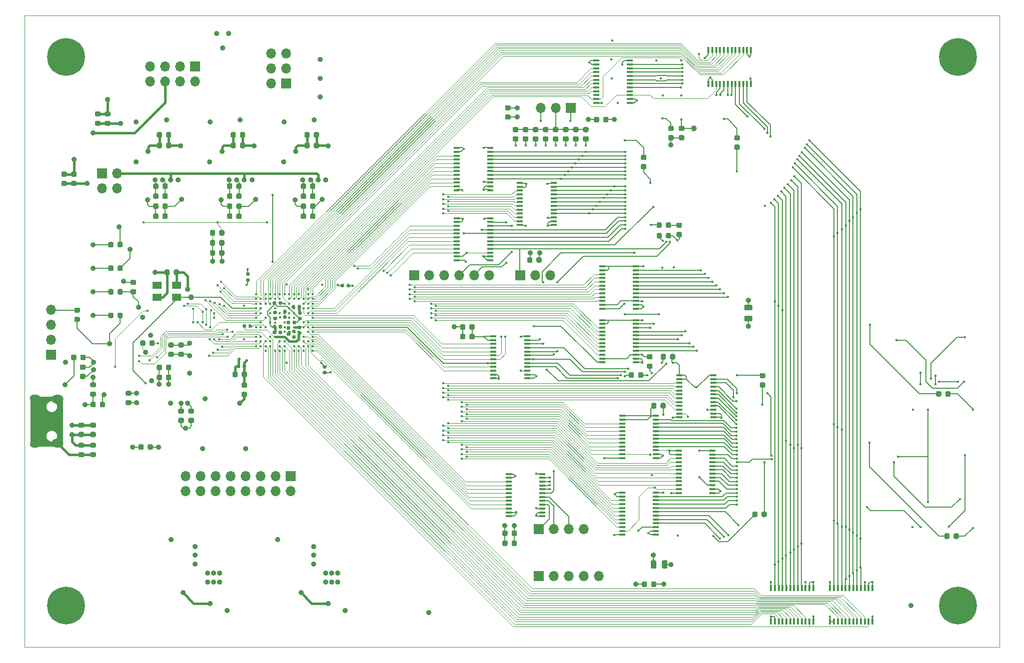
<source format=gbr>
G04 #@! TF.GenerationSoftware,KiCad,Pcbnew,5.1.6-c6e7f7d~87~ubuntu18.04.1*
G04 #@! TF.CreationDate,2020-08-16T18:02:23-07:00*
G04 #@! TF.ProjectId,spla-board,73706c61-2d62-46f6-9172-642e6b696361,10*
G04 #@! TF.SameCoordinates,Original*
G04 #@! TF.FileFunction,Copper,L4,Bot*
G04 #@! TF.FilePolarity,Positive*
%FSLAX46Y46*%
G04 Gerber Fmt 4.6, Leading zero omitted, Abs format (unit mm)*
G04 Created by KiCad (PCBNEW 5.1.6-c6e7f7d~87~ubuntu18.04.1) date 2020-08-16 18:02:23*
%MOMM*%
%LPD*%
G01*
G04 APERTURE LIST*
G04 #@! TA.AperFunction,Profile*
%ADD10C,0.050000*%
G04 #@! TD*
G04 #@! TA.AperFunction,SMDPad,CuDef*
%ADD11C,1.000000*%
G04 #@! TD*
G04 #@! TA.AperFunction,ComponentPad*
%ADD12O,1.700000X1.700000*%
G04 #@! TD*
G04 #@! TA.AperFunction,ComponentPad*
%ADD13R,1.700000X1.700000*%
G04 #@! TD*
G04 #@! TA.AperFunction,SMDPad,CuDef*
%ADD14R,1.100000X0.400000*%
G04 #@! TD*
G04 #@! TA.AperFunction,SMDPad,CuDef*
%ADD15R,1.600000X1.300000*%
G04 #@! TD*
G04 #@! TA.AperFunction,ComponentPad*
%ADD16C,6.400000*%
G04 #@! TD*
G04 #@! TA.AperFunction,SMDPad,CuDef*
%ADD17R,0.400000X1.100000*%
G04 #@! TD*
G04 #@! TA.AperFunction,ComponentPad*
%ADD18O,1.800000X1.150000*%
G04 #@! TD*
G04 #@! TA.AperFunction,ComponentPad*
%ADD19O,2.000000X1.450000*%
G04 #@! TD*
G04 #@! TA.AperFunction,ViaPad*
%ADD20C,0.900000*%
G04 #@! TD*
G04 #@! TA.AperFunction,ViaPad*
%ADD21C,0.450000*%
G04 #@! TD*
G04 #@! TA.AperFunction,Conductor*
%ADD22C,0.200000*%
G04 #@! TD*
G04 #@! TA.AperFunction,Conductor*
%ADD23C,0.100000*%
G04 #@! TD*
G04 #@! TA.AperFunction,Conductor*
%ADD24C,0.400000*%
G04 #@! TD*
G04 #@! TA.AperFunction,Conductor*
%ADD25C,0.254000*%
G04 #@! TD*
G04 APERTURE END LIST*
D10*
X53000000Y-155000000D02*
X53000000Y-48000000D01*
X218000000Y-48000000D02*
X218000000Y-155000000D01*
X53000000Y-48000000D02*
X218000000Y-48000000D01*
X53000000Y-155000000D02*
X218000000Y-155000000D01*
D11*
X166300000Y-67100000D03*
G04 #@! TA.AperFunction,SMDPad,CuDef*
G36*
G01*
X175956250Y-97950000D02*
X175043750Y-97950000D01*
G75*
G02*
X174800000Y-97706250I0J243750D01*
G01*
X174800000Y-97218750D01*
G75*
G02*
X175043750Y-96975000I243750J0D01*
G01*
X175956250Y-96975000D01*
G75*
G02*
X176200000Y-97218750I0J-243750D01*
G01*
X176200000Y-97706250D01*
G75*
G02*
X175956250Y-97950000I-243750J0D01*
G01*
G37*
G04 #@! TD.AperFunction*
G04 #@! TA.AperFunction,SMDPad,CuDef*
G36*
G01*
X175956250Y-99825000D02*
X175043750Y-99825000D01*
G75*
G02*
X174800000Y-99581250I0J243750D01*
G01*
X174800000Y-99093750D01*
G75*
G02*
X175043750Y-98850000I243750J0D01*
G01*
X175956250Y-98850000D01*
G75*
G02*
X176200000Y-99093750I0J-243750D01*
G01*
X176200000Y-99581250D01*
G75*
G02*
X175956250Y-99825000I-243750J0D01*
G01*
G37*
G04 #@! TD.AperFunction*
G04 #@! TA.AperFunction,SMDPad,CuDef*
G36*
G01*
X159950000Y-140543750D02*
X159950000Y-141456250D01*
G75*
G02*
X159706250Y-141700000I-243750J0D01*
G01*
X159218750Y-141700000D01*
G75*
G02*
X158975000Y-141456250I0J243750D01*
G01*
X158975000Y-140543750D01*
G75*
G02*
X159218750Y-140300000I243750J0D01*
G01*
X159706250Y-140300000D01*
G75*
G02*
X159950000Y-140543750I0J-243750D01*
G01*
G37*
G04 #@! TD.AperFunction*
G04 #@! TA.AperFunction,SMDPad,CuDef*
G36*
G01*
X161825000Y-140543750D02*
X161825000Y-141456250D01*
G75*
G02*
X161581250Y-141700000I-243750J0D01*
G01*
X161093750Y-141700000D01*
G75*
G02*
X160850000Y-141456250I0J243750D01*
G01*
X160850000Y-140543750D01*
G75*
G02*
X161093750Y-140300000I243750J0D01*
G01*
X161581250Y-140300000D01*
G75*
G02*
X161825000Y-140543750I0J-243750D01*
G01*
G37*
G04 #@! TD.AperFunction*
G04 #@! TA.AperFunction,SMDPad,CuDef*
G36*
G01*
X161550000Y-85556250D02*
X161550000Y-85043750D01*
G75*
G02*
X161768750Y-84825000I218750J0D01*
G01*
X162206250Y-84825000D01*
G75*
G02*
X162425000Y-85043750I0J-218750D01*
G01*
X162425000Y-85556250D01*
G75*
G02*
X162206250Y-85775000I-218750J0D01*
G01*
X161768750Y-85775000D01*
G75*
G02*
X161550000Y-85556250I0J218750D01*
G01*
G37*
G04 #@! TD.AperFunction*
G04 #@! TA.AperFunction,SMDPad,CuDef*
G36*
G01*
X159975000Y-85556250D02*
X159975000Y-85043750D01*
G75*
G02*
X160193750Y-84825000I218750J0D01*
G01*
X160631250Y-84825000D01*
G75*
G02*
X160850000Y-85043750I0J-218750D01*
G01*
X160850000Y-85556250D01*
G75*
G02*
X160631250Y-85775000I-218750J0D01*
G01*
X160193750Y-85775000D01*
G75*
G02*
X159975000Y-85556250I0J218750D01*
G01*
G37*
G04 #@! TD.AperFunction*
G04 #@! TA.AperFunction,SMDPad,CuDef*
G36*
G01*
X159950000Y-113843750D02*
X159950000Y-114356250D01*
G75*
G02*
X159731250Y-114575000I-218750J0D01*
G01*
X159293750Y-114575000D01*
G75*
G02*
X159075000Y-114356250I0J218750D01*
G01*
X159075000Y-113843750D01*
G75*
G02*
X159293750Y-113625000I218750J0D01*
G01*
X159731250Y-113625000D01*
G75*
G02*
X159950000Y-113843750I0J-218750D01*
G01*
G37*
G04 #@! TD.AperFunction*
G04 #@! TA.AperFunction,SMDPad,CuDef*
G36*
G01*
X161525000Y-113843750D02*
X161525000Y-114356250D01*
G75*
G02*
X161306250Y-114575000I-218750J0D01*
G01*
X160868750Y-114575000D01*
G75*
G02*
X160650000Y-114356250I0J218750D01*
G01*
X160650000Y-113843750D01*
G75*
G02*
X160868750Y-113625000I218750J0D01*
G01*
X161306250Y-113625000D01*
G75*
G02*
X161525000Y-113843750I0J-218750D01*
G01*
G37*
G04 #@! TD.AperFunction*
G04 #@! TA.AperFunction,SMDPad,CuDef*
G36*
G01*
X157543750Y-73150000D02*
X158056250Y-73150000D01*
G75*
G02*
X158275000Y-73368750I0J-218750D01*
G01*
X158275000Y-73806250D01*
G75*
G02*
X158056250Y-74025000I-218750J0D01*
G01*
X157543750Y-74025000D01*
G75*
G02*
X157325000Y-73806250I0J218750D01*
G01*
X157325000Y-73368750D01*
G75*
G02*
X157543750Y-73150000I218750J0D01*
G01*
G37*
G04 #@! TD.AperFunction*
G04 #@! TA.AperFunction,SMDPad,CuDef*
G36*
G01*
X157543750Y-71575000D02*
X158056250Y-71575000D01*
G75*
G02*
X158275000Y-71793750I0J-218750D01*
G01*
X158275000Y-72231250D01*
G75*
G02*
X158056250Y-72450000I-218750J0D01*
G01*
X157543750Y-72450000D01*
G75*
G02*
X157325000Y-72231250I0J218750D01*
G01*
X157325000Y-71793750D01*
G75*
G02*
X157543750Y-71575000I218750J0D01*
G01*
G37*
G04 #@! TD.AperFunction*
G04 #@! TA.AperFunction,SMDPad,CuDef*
G36*
G01*
X177050000Y-132243750D02*
X177050000Y-132756250D01*
G75*
G02*
X176831250Y-132975000I-218750J0D01*
G01*
X176393750Y-132975000D01*
G75*
G02*
X176175000Y-132756250I0J218750D01*
G01*
X176175000Y-132243750D01*
G75*
G02*
X176393750Y-132025000I218750J0D01*
G01*
X176831250Y-132025000D01*
G75*
G02*
X177050000Y-132243750I0J-218750D01*
G01*
G37*
G04 #@! TD.AperFunction*
G04 #@! TA.AperFunction,SMDPad,CuDef*
G36*
G01*
X178625000Y-132243750D02*
X178625000Y-132756250D01*
G75*
G02*
X178406250Y-132975000I-218750J0D01*
G01*
X177968750Y-132975000D01*
G75*
G02*
X177750000Y-132756250I0J218750D01*
G01*
X177750000Y-132243750D01*
G75*
G02*
X177968750Y-132025000I218750J0D01*
G01*
X178406250Y-132025000D01*
G75*
G02*
X178625000Y-132243750I0J-218750D01*
G01*
G37*
G04 #@! TD.AperFunction*
G04 #@! TA.AperFunction,SMDPad,CuDef*
G36*
G01*
X162656250Y-67550000D02*
X162143750Y-67550000D01*
G75*
G02*
X161925000Y-67331250I0J218750D01*
G01*
X161925000Y-66893750D01*
G75*
G02*
X162143750Y-66675000I218750J0D01*
G01*
X162656250Y-66675000D01*
G75*
G02*
X162875000Y-66893750I0J-218750D01*
G01*
X162875000Y-67331250D01*
G75*
G02*
X162656250Y-67550000I-218750J0D01*
G01*
G37*
G04 #@! TD.AperFunction*
G04 #@! TA.AperFunction,SMDPad,CuDef*
G36*
G01*
X162656250Y-69125000D02*
X162143750Y-69125000D01*
G75*
G02*
X161925000Y-68906250I0J218750D01*
G01*
X161925000Y-68468750D01*
G75*
G02*
X162143750Y-68250000I218750J0D01*
G01*
X162656250Y-68250000D01*
G75*
G02*
X162875000Y-68468750I0J-218750D01*
G01*
X162875000Y-68906250D01*
G75*
G02*
X162656250Y-69125000I-218750J0D01*
G01*
G37*
G04 #@! TD.AperFunction*
G04 #@! TA.AperFunction,SMDPad,CuDef*
G36*
G01*
X164456250Y-67550000D02*
X163943750Y-67550000D01*
G75*
G02*
X163725000Y-67331250I0J218750D01*
G01*
X163725000Y-66893750D01*
G75*
G02*
X163943750Y-66675000I218750J0D01*
G01*
X164456250Y-66675000D01*
G75*
G02*
X164675000Y-66893750I0J-218750D01*
G01*
X164675000Y-67331250D01*
G75*
G02*
X164456250Y-67550000I-218750J0D01*
G01*
G37*
G04 #@! TD.AperFunction*
G04 #@! TA.AperFunction,SMDPad,CuDef*
G36*
G01*
X164456250Y-69125000D02*
X163943750Y-69125000D01*
G75*
G02*
X163725000Y-68906250I0J218750D01*
G01*
X163725000Y-68468750D01*
G75*
G02*
X163943750Y-68250000I218750J0D01*
G01*
X164456250Y-68250000D01*
G75*
G02*
X164675000Y-68468750I0J-218750D01*
G01*
X164675000Y-68906250D01*
G75*
G02*
X164456250Y-69125000I-218750J0D01*
G01*
G37*
G04 #@! TD.AperFunction*
G04 #@! TA.AperFunction,SMDPad,CuDef*
G36*
G01*
X162250000Y-106056250D02*
X162250000Y-105543750D01*
G75*
G02*
X162468750Y-105325000I218750J0D01*
G01*
X162906250Y-105325000D01*
G75*
G02*
X163125000Y-105543750I0J-218750D01*
G01*
X163125000Y-106056250D01*
G75*
G02*
X162906250Y-106275000I-218750J0D01*
G01*
X162468750Y-106275000D01*
G75*
G02*
X162250000Y-106056250I0J218750D01*
G01*
G37*
G04 #@! TD.AperFunction*
G04 #@! TA.AperFunction,SMDPad,CuDef*
G36*
G01*
X160675000Y-106056250D02*
X160675000Y-105543750D01*
G75*
G02*
X160893750Y-105325000I218750J0D01*
G01*
X161331250Y-105325000D01*
G75*
G02*
X161550000Y-105543750I0J-218750D01*
G01*
X161550000Y-106056250D01*
G75*
G02*
X161331250Y-106275000I-218750J0D01*
G01*
X160893750Y-106275000D01*
G75*
G02*
X160675000Y-106056250I0J218750D01*
G01*
G37*
G04 #@! TD.AperFunction*
G04 #@! TA.AperFunction,SMDPad,CuDef*
G36*
G01*
X159056250Y-106250000D02*
X158543750Y-106250000D01*
G75*
G02*
X158325000Y-106031250I0J218750D01*
G01*
X158325000Y-105593750D01*
G75*
G02*
X158543750Y-105375000I218750J0D01*
G01*
X159056250Y-105375000D01*
G75*
G02*
X159275000Y-105593750I0J-218750D01*
G01*
X159275000Y-106031250D01*
G75*
G02*
X159056250Y-106250000I-218750J0D01*
G01*
G37*
G04 #@! TD.AperFunction*
G04 #@! TA.AperFunction,SMDPad,CuDef*
G36*
G01*
X159056250Y-107825000D02*
X158543750Y-107825000D01*
G75*
G02*
X158325000Y-107606250I0J218750D01*
G01*
X158325000Y-107168750D01*
G75*
G02*
X158543750Y-106950000I218750J0D01*
G01*
X159056250Y-106950000D01*
G75*
G02*
X159275000Y-107168750I0J-218750D01*
G01*
X159275000Y-107606250D01*
G75*
G02*
X159056250Y-107825000I-218750J0D01*
G01*
G37*
G04 #@! TD.AperFunction*
X81200000Y-95700000D03*
D12*
X150160000Y-143000000D03*
X147620000Y-143000000D03*
X145080000Y-143000000D03*
X142540000Y-143000000D03*
D13*
X140000000Y-143000000D03*
G04 #@! TA.AperFunction,SMDPad,CuDef*
G36*
G01*
X68750000Y-91056250D02*
X68750000Y-90543750D01*
G75*
G02*
X68968750Y-90325000I218750J0D01*
G01*
X69406250Y-90325000D01*
G75*
G02*
X69625000Y-90543750I0J-218750D01*
G01*
X69625000Y-91056250D01*
G75*
G02*
X69406250Y-91275000I-218750J0D01*
G01*
X68968750Y-91275000D01*
G75*
G02*
X68750000Y-91056250I0J218750D01*
G01*
G37*
G04 #@! TD.AperFunction*
G04 #@! TA.AperFunction,SMDPad,CuDef*
G36*
G01*
X67175000Y-91056250D02*
X67175000Y-90543750D01*
G75*
G02*
X67393750Y-90325000I218750J0D01*
G01*
X67831250Y-90325000D01*
G75*
G02*
X68050000Y-90543750I0J-218750D01*
G01*
X68050000Y-91056250D01*
G75*
G02*
X67831250Y-91275000I-218750J0D01*
G01*
X67393750Y-91275000D01*
G75*
G02*
X67175000Y-91056250I0J218750D01*
G01*
G37*
G04 #@! TD.AperFunction*
G04 #@! TA.AperFunction,SMDPad,CuDef*
G36*
G01*
X61643750Y-99037500D02*
X62156250Y-99037500D01*
G75*
G02*
X62375000Y-99256250I0J-218750D01*
G01*
X62375000Y-99693750D01*
G75*
G02*
X62156250Y-99912500I-218750J0D01*
G01*
X61643750Y-99912500D01*
G75*
G02*
X61425000Y-99693750I0J218750D01*
G01*
X61425000Y-99256250D01*
G75*
G02*
X61643750Y-99037500I218750J0D01*
G01*
G37*
G04 #@! TD.AperFunction*
G04 #@! TA.AperFunction,SMDPad,CuDef*
G36*
G01*
X61643750Y-97462500D02*
X62156250Y-97462500D01*
G75*
G02*
X62375000Y-97681250I0J-218750D01*
G01*
X62375000Y-98118750D01*
G75*
G02*
X62156250Y-98337500I-218750J0D01*
G01*
X61643750Y-98337500D01*
G75*
G02*
X61425000Y-98118750I0J218750D01*
G01*
X61425000Y-97681250D01*
G75*
G02*
X61643750Y-97462500I218750J0D01*
G01*
G37*
G04 #@! TD.AperFunction*
D14*
X159850000Y-122975000D03*
X159850000Y-122325000D03*
X159850000Y-121675000D03*
X159850000Y-121025000D03*
X159850000Y-120375000D03*
X159850000Y-119725000D03*
X159850000Y-119075000D03*
X159850000Y-118425000D03*
X159850000Y-117775000D03*
X159850000Y-117125000D03*
X159850000Y-116475000D03*
X159850000Y-115825000D03*
X154150000Y-115825000D03*
X154150000Y-116475000D03*
X154150000Y-117125000D03*
X154150000Y-117775000D03*
X154150000Y-118425000D03*
X154150000Y-119075000D03*
X154150000Y-119725000D03*
X154150000Y-120375000D03*
X154150000Y-121025000D03*
X154150000Y-121675000D03*
X154150000Y-122325000D03*
X154150000Y-122975000D03*
G04 #@! TA.AperFunction,SMDPad,CuDef*
G36*
G01*
X68750000Y-95056250D02*
X68750000Y-94543750D01*
G75*
G02*
X68968750Y-94325000I218750J0D01*
G01*
X69406250Y-94325000D01*
G75*
G02*
X69625000Y-94543750I0J-218750D01*
G01*
X69625000Y-95056250D01*
G75*
G02*
X69406250Y-95275000I-218750J0D01*
G01*
X68968750Y-95275000D01*
G75*
G02*
X68750000Y-95056250I0J218750D01*
G01*
G37*
G04 #@! TD.AperFunction*
G04 #@! TA.AperFunction,SMDPad,CuDef*
G36*
G01*
X67175000Y-95056250D02*
X67175000Y-94543750D01*
G75*
G02*
X67393750Y-94325000I218750J0D01*
G01*
X67831250Y-94325000D01*
G75*
G02*
X68050000Y-94543750I0J-218750D01*
G01*
X68050000Y-95056250D01*
G75*
G02*
X67831250Y-95275000I-218750J0D01*
G01*
X67393750Y-95275000D01*
G75*
G02*
X67175000Y-95056250I0J218750D01*
G01*
G37*
G04 #@! TD.AperFunction*
D12*
X131620000Y-92000000D03*
X129080000Y-92000000D03*
X126540000Y-92000000D03*
X124000000Y-92000000D03*
X121460000Y-92000000D03*
D13*
X118920000Y-92000000D03*
G04 #@! TA.AperFunction,SMDPad,CuDef*
G36*
G01*
X85950000Y-85056250D02*
X85950000Y-84543750D01*
G75*
G02*
X86168750Y-84325000I218750J0D01*
G01*
X86606250Y-84325000D01*
G75*
G02*
X86825000Y-84543750I0J-218750D01*
G01*
X86825000Y-85056250D01*
G75*
G02*
X86606250Y-85275000I-218750J0D01*
G01*
X86168750Y-85275000D01*
G75*
G02*
X85950000Y-85056250I0J218750D01*
G01*
G37*
G04 #@! TD.AperFunction*
G04 #@! TA.AperFunction,SMDPad,CuDef*
G36*
G01*
X84375000Y-85056250D02*
X84375000Y-84543750D01*
G75*
G02*
X84593750Y-84325000I218750J0D01*
G01*
X85031250Y-84325000D01*
G75*
G02*
X85250000Y-84543750I0J-218750D01*
G01*
X85250000Y-85056250D01*
G75*
G02*
X85031250Y-85275000I-218750J0D01*
G01*
X84593750Y-85275000D01*
G75*
G02*
X84375000Y-85056250I0J218750D01*
G01*
G37*
G04 #@! TD.AperFunction*
G04 #@! TA.AperFunction,SMDPad,CuDef*
G36*
G01*
X62343750Y-121950000D02*
X62856250Y-121950000D01*
G75*
G02*
X63075000Y-122168750I0J-218750D01*
G01*
X63075000Y-122606250D01*
G75*
G02*
X62856250Y-122825000I-218750J0D01*
G01*
X62343750Y-122825000D01*
G75*
G02*
X62125000Y-122606250I0J218750D01*
G01*
X62125000Y-122168750D01*
G75*
G02*
X62343750Y-121950000I218750J0D01*
G01*
G37*
G04 #@! TD.AperFunction*
G04 #@! TA.AperFunction,SMDPad,CuDef*
G36*
G01*
X62343750Y-120375000D02*
X62856250Y-120375000D01*
G75*
G02*
X63075000Y-120593750I0J-218750D01*
G01*
X63075000Y-121031250D01*
G75*
G02*
X62856250Y-121250000I-218750J0D01*
G01*
X62343750Y-121250000D01*
G75*
G02*
X62125000Y-121031250I0J218750D01*
G01*
X62125000Y-120593750D01*
G75*
G02*
X62343750Y-120375000I218750J0D01*
G01*
G37*
G04 #@! TD.AperFunction*
G04 #@! TA.AperFunction,SMDPad,CuDef*
G36*
G01*
X64343750Y-121950000D02*
X64856250Y-121950000D01*
G75*
G02*
X65075000Y-122168750I0J-218750D01*
G01*
X65075000Y-122606250D01*
G75*
G02*
X64856250Y-122825000I-218750J0D01*
G01*
X64343750Y-122825000D01*
G75*
G02*
X64125000Y-122606250I0J218750D01*
G01*
X64125000Y-122168750D01*
G75*
G02*
X64343750Y-121950000I218750J0D01*
G01*
G37*
G04 #@! TD.AperFunction*
G04 #@! TA.AperFunction,SMDPad,CuDef*
G36*
G01*
X64343750Y-120375000D02*
X64856250Y-120375000D01*
G75*
G02*
X65075000Y-120593750I0J-218750D01*
G01*
X65075000Y-121031250D01*
G75*
G02*
X64856250Y-121250000I-218750J0D01*
G01*
X64343750Y-121250000D01*
G75*
G02*
X64125000Y-121031250I0J218750D01*
G01*
X64125000Y-120593750D01*
G75*
G02*
X64343750Y-120375000I218750J0D01*
G01*
G37*
G04 #@! TD.AperFunction*
G04 #@! TA.AperFunction,SMDPad,CuDef*
G36*
G01*
X74150000Y-103756250D02*
X74150000Y-103243750D01*
G75*
G02*
X74368750Y-103025000I218750J0D01*
G01*
X74806250Y-103025000D01*
G75*
G02*
X75025000Y-103243750I0J-218750D01*
G01*
X75025000Y-103756250D01*
G75*
G02*
X74806250Y-103975000I-218750J0D01*
G01*
X74368750Y-103975000D01*
G75*
G02*
X74150000Y-103756250I0J218750D01*
G01*
G37*
G04 #@! TD.AperFunction*
G04 #@! TA.AperFunction,SMDPad,CuDef*
G36*
G01*
X72575000Y-103756250D02*
X72575000Y-103243750D01*
G75*
G02*
X72793750Y-103025000I218750J0D01*
G01*
X73231250Y-103025000D01*
G75*
G02*
X73450000Y-103243750I0J-218750D01*
G01*
X73450000Y-103756250D01*
G75*
G02*
X73231250Y-103975000I-218750J0D01*
G01*
X72793750Y-103975000D01*
G75*
G02*
X72575000Y-103756250I0J218750D01*
G01*
G37*
G04 #@! TD.AperFunction*
D15*
X75400000Y-95700000D03*
X78700000Y-95700000D03*
X78700000Y-93700000D03*
X75400000Y-93700000D03*
G04 #@! TA.AperFunction,SMDPad,CuDef*
G36*
G01*
X85950000Y-88456250D02*
X85950000Y-87943750D01*
G75*
G02*
X86168750Y-87725000I218750J0D01*
G01*
X86606250Y-87725000D01*
G75*
G02*
X86825000Y-87943750I0J-218750D01*
G01*
X86825000Y-88456250D01*
G75*
G02*
X86606250Y-88675000I-218750J0D01*
G01*
X86168750Y-88675000D01*
G75*
G02*
X85950000Y-88456250I0J218750D01*
G01*
G37*
G04 #@! TD.AperFunction*
G04 #@! TA.AperFunction,SMDPad,CuDef*
G36*
G01*
X84375000Y-88456250D02*
X84375000Y-87943750D01*
G75*
G02*
X84593750Y-87725000I218750J0D01*
G01*
X85031250Y-87725000D01*
G75*
G02*
X85250000Y-87943750I0J-218750D01*
G01*
X85250000Y-88456250D01*
G75*
G02*
X85031250Y-88675000I-218750J0D01*
G01*
X84593750Y-88675000D01*
G75*
G02*
X84375000Y-88456250I0J218750D01*
G01*
G37*
G04 #@! TD.AperFunction*
G04 #@! TA.AperFunction,SMDPad,CuDef*
G36*
G01*
X128300000Y-101006250D02*
X128300000Y-100493750D01*
G75*
G02*
X128518750Y-100275000I218750J0D01*
G01*
X128956250Y-100275000D01*
G75*
G02*
X129175000Y-100493750I0J-218750D01*
G01*
X129175000Y-101006250D01*
G75*
G02*
X128956250Y-101225000I-218750J0D01*
G01*
X128518750Y-101225000D01*
G75*
G02*
X128300000Y-101006250I0J218750D01*
G01*
G37*
G04 #@! TD.AperFunction*
G04 #@! TA.AperFunction,SMDPad,CuDef*
G36*
G01*
X126725000Y-101006250D02*
X126725000Y-100493750D01*
G75*
G02*
X126943750Y-100275000I218750J0D01*
G01*
X127381250Y-100275000D01*
G75*
G02*
X127600000Y-100493750I0J-218750D01*
G01*
X127600000Y-101006250D01*
G75*
G02*
X127381250Y-101225000I-218750J0D01*
G01*
X126943750Y-101225000D01*
G75*
G02*
X126725000Y-101006250I0J218750D01*
G01*
G37*
G04 #@! TD.AperFunction*
G04 #@! TA.AperFunction,SMDPad,CuDef*
G36*
G01*
X150950000Y-65856250D02*
X150950000Y-65343750D01*
G75*
G02*
X151168750Y-65125000I218750J0D01*
G01*
X151606250Y-65125000D01*
G75*
G02*
X151825000Y-65343750I0J-218750D01*
G01*
X151825000Y-65856250D01*
G75*
G02*
X151606250Y-66075000I-218750J0D01*
G01*
X151168750Y-66075000D01*
G75*
G02*
X150950000Y-65856250I0J218750D01*
G01*
G37*
G04 #@! TD.AperFunction*
G04 #@! TA.AperFunction,SMDPad,CuDef*
G36*
G01*
X149375000Y-65856250D02*
X149375000Y-65343750D01*
G75*
G02*
X149593750Y-65125000I218750J0D01*
G01*
X150031250Y-65125000D01*
G75*
G02*
X150250000Y-65343750I0J-218750D01*
G01*
X150250000Y-65856250D01*
G75*
G02*
X150031250Y-66075000I-218750J0D01*
G01*
X149593750Y-66075000D01*
G75*
G02*
X149375000Y-65856250I0J218750D01*
G01*
G37*
G04 #@! TD.AperFunction*
G04 #@! TA.AperFunction,SMDPad,CuDef*
G36*
G01*
X81456250Y-115450000D02*
X80943750Y-115450000D01*
G75*
G02*
X80725000Y-115231250I0J218750D01*
G01*
X80725000Y-114793750D01*
G75*
G02*
X80943750Y-114575000I218750J0D01*
G01*
X81456250Y-114575000D01*
G75*
G02*
X81675000Y-114793750I0J-218750D01*
G01*
X81675000Y-115231250D01*
G75*
G02*
X81456250Y-115450000I-218750J0D01*
G01*
G37*
G04 #@! TD.AperFunction*
G04 #@! TA.AperFunction,SMDPad,CuDef*
G36*
G01*
X81456250Y-117025000D02*
X80943750Y-117025000D01*
G75*
G02*
X80725000Y-116806250I0J218750D01*
G01*
X80725000Y-116368750D01*
G75*
G02*
X80943750Y-116150000I218750J0D01*
G01*
X81456250Y-116150000D01*
G75*
G02*
X81675000Y-116368750I0J-218750D01*
G01*
X81675000Y-116806250D01*
G75*
G02*
X81456250Y-117025000I-218750J0D01*
G01*
G37*
G04 #@! TD.AperFunction*
G04 #@! TA.AperFunction,SMDPad,CuDef*
G36*
G01*
X107110000Y-93577500D02*
X107110000Y-93922500D01*
G75*
G02*
X106962500Y-94070000I-147500J0D01*
G01*
X106667500Y-94070000D01*
G75*
G02*
X106520000Y-93922500I0J147500D01*
G01*
X106520000Y-93577500D01*
G75*
G02*
X106667500Y-93430000I147500J0D01*
G01*
X106962500Y-93430000D01*
G75*
G02*
X107110000Y-93577500I0J-147500D01*
G01*
G37*
G04 #@! TD.AperFunction*
G04 #@! TA.AperFunction,SMDPad,CuDef*
G36*
G01*
X108080000Y-93577500D02*
X108080000Y-93922500D01*
G75*
G02*
X107932500Y-94070000I-147500J0D01*
G01*
X107637500Y-94070000D01*
G75*
G02*
X107490000Y-93922500I0J147500D01*
G01*
X107490000Y-93577500D01*
G75*
G02*
X107637500Y-93430000I147500J0D01*
G01*
X107932500Y-93430000D01*
G75*
G02*
X108080000Y-93577500I0J-147500D01*
G01*
G37*
G04 #@! TD.AperFunction*
G04 #@! TA.AperFunction,SMDPad,CuDef*
G36*
G01*
X138950000Y-89143750D02*
X138950000Y-89656250D01*
G75*
G02*
X138731250Y-89875000I-218750J0D01*
G01*
X138293750Y-89875000D01*
G75*
G02*
X138075000Y-89656250I0J218750D01*
G01*
X138075000Y-89143750D01*
G75*
G02*
X138293750Y-88925000I218750J0D01*
G01*
X138731250Y-88925000D01*
G75*
G02*
X138950000Y-89143750I0J-218750D01*
G01*
G37*
G04 #@! TD.AperFunction*
G04 #@! TA.AperFunction,SMDPad,CuDef*
G36*
G01*
X140525000Y-89143750D02*
X140525000Y-89656250D01*
G75*
G02*
X140306250Y-89875000I-218750J0D01*
G01*
X139868750Y-89875000D01*
G75*
G02*
X139650000Y-89656250I0J218750D01*
G01*
X139650000Y-89143750D01*
G75*
G02*
X139868750Y-88925000I218750J0D01*
G01*
X140306250Y-88925000D01*
G75*
G02*
X140525000Y-89143750I0J-218750D01*
G01*
G37*
G04 #@! TD.AperFunction*
G04 #@! TA.AperFunction,SMDPad,CuDef*
G36*
G01*
X95572500Y-98610000D02*
X95227500Y-98610000D01*
G75*
G02*
X95080000Y-98462500I0J147500D01*
G01*
X95080000Y-98167500D01*
G75*
G02*
X95227500Y-98020000I147500J0D01*
G01*
X95572500Y-98020000D01*
G75*
G02*
X95720000Y-98167500I0J-147500D01*
G01*
X95720000Y-98462500D01*
G75*
G02*
X95572500Y-98610000I-147500J0D01*
G01*
G37*
G04 #@! TD.AperFunction*
G04 #@! TA.AperFunction,SMDPad,CuDef*
G36*
G01*
X95572500Y-99580000D02*
X95227500Y-99580000D01*
G75*
G02*
X95080000Y-99432500I0J147500D01*
G01*
X95080000Y-99137500D01*
G75*
G02*
X95227500Y-98990000I147500J0D01*
G01*
X95572500Y-98990000D01*
G75*
G02*
X95720000Y-99137500I0J-147500D01*
G01*
X95720000Y-99432500D01*
G75*
G02*
X95572500Y-99580000I-147500J0D01*
G01*
G37*
G04 #@! TD.AperFunction*
G04 #@! TA.AperFunction,SMDPad,CuDef*
G36*
G01*
X97822500Y-101260000D02*
X97477500Y-101260000D01*
G75*
G02*
X97330000Y-101112500I0J147500D01*
G01*
X97330000Y-100817500D01*
G75*
G02*
X97477500Y-100670000I147500J0D01*
G01*
X97822500Y-100670000D01*
G75*
G02*
X97970000Y-100817500I0J-147500D01*
G01*
X97970000Y-101112500D01*
G75*
G02*
X97822500Y-101260000I-147500J0D01*
G01*
G37*
G04 #@! TD.AperFunction*
G04 #@! TA.AperFunction,SMDPad,CuDef*
G36*
G01*
X97822500Y-102230000D02*
X97477500Y-102230000D01*
G75*
G02*
X97330000Y-102082500I0J147500D01*
G01*
X97330000Y-101787500D01*
G75*
G02*
X97477500Y-101640000I147500J0D01*
G01*
X97822500Y-101640000D01*
G75*
G02*
X97970000Y-101787500I0J-147500D01*
G01*
X97970000Y-102082500D01*
G75*
G02*
X97822500Y-102230000I-147500J0D01*
G01*
G37*
G04 #@! TD.AperFunction*
G04 #@! TA.AperFunction,SMDPad,CuDef*
G36*
G01*
X98772500Y-101810000D02*
X98427500Y-101810000D01*
G75*
G02*
X98280000Y-101662500I0J147500D01*
G01*
X98280000Y-101367500D01*
G75*
G02*
X98427500Y-101220000I147500J0D01*
G01*
X98772500Y-101220000D01*
G75*
G02*
X98920000Y-101367500I0J-147500D01*
G01*
X98920000Y-101662500D01*
G75*
G02*
X98772500Y-101810000I-147500J0D01*
G01*
G37*
G04 #@! TD.AperFunction*
G04 #@! TA.AperFunction,SMDPad,CuDef*
G36*
G01*
X98772500Y-102780000D02*
X98427500Y-102780000D01*
G75*
G02*
X98280000Y-102632500I0J147500D01*
G01*
X98280000Y-102337500D01*
G75*
G02*
X98427500Y-102190000I147500J0D01*
G01*
X98772500Y-102190000D01*
G75*
G02*
X98920000Y-102337500I0J-147500D01*
G01*
X98920000Y-102632500D01*
G75*
G02*
X98772500Y-102780000I-147500J0D01*
G01*
G37*
G04 #@! TD.AperFunction*
G04 #@! TA.AperFunction,SMDPad,CuDef*
G36*
G01*
X103972500Y-108780000D02*
X103627500Y-108780000D01*
G75*
G02*
X103480000Y-108632500I0J147500D01*
G01*
X103480000Y-108337500D01*
G75*
G02*
X103627500Y-108190000I147500J0D01*
G01*
X103972500Y-108190000D01*
G75*
G02*
X104120000Y-108337500I0J-147500D01*
G01*
X104120000Y-108632500D01*
G75*
G02*
X103972500Y-108780000I-147500J0D01*
G01*
G37*
G04 #@! TD.AperFunction*
G04 #@! TA.AperFunction,SMDPad,CuDef*
G36*
G01*
X103972500Y-107810000D02*
X103627500Y-107810000D01*
G75*
G02*
X103480000Y-107662500I0J147500D01*
G01*
X103480000Y-107367500D01*
G75*
G02*
X103627500Y-107220000I147500J0D01*
G01*
X103972500Y-107220000D01*
G75*
G02*
X104120000Y-107367500I0J-147500D01*
G01*
X104120000Y-107662500D01*
G75*
G02*
X103972500Y-107810000I-147500J0D01*
G01*
G37*
G04 #@! TD.AperFunction*
G04 #@! TA.AperFunction,SMDPad,CuDef*
G36*
G01*
X90456250Y-111050000D02*
X89943750Y-111050000D01*
G75*
G02*
X89725000Y-110831250I0J218750D01*
G01*
X89725000Y-110393750D01*
G75*
G02*
X89943750Y-110175000I218750J0D01*
G01*
X90456250Y-110175000D01*
G75*
G02*
X90675000Y-110393750I0J-218750D01*
G01*
X90675000Y-110831250D01*
G75*
G02*
X90456250Y-111050000I-218750J0D01*
G01*
G37*
G04 #@! TD.AperFunction*
G04 #@! TA.AperFunction,SMDPad,CuDef*
G36*
G01*
X90456250Y-112625000D02*
X89943750Y-112625000D01*
G75*
G02*
X89725000Y-112406250I0J218750D01*
G01*
X89725000Y-111968750D01*
G75*
G02*
X89943750Y-111750000I218750J0D01*
G01*
X90456250Y-111750000D01*
G75*
G02*
X90675000Y-111968750I0J-218750D01*
G01*
X90675000Y-112406250D01*
G75*
G02*
X90456250Y-112625000I-218750J0D01*
G01*
G37*
G04 #@! TD.AperFunction*
G04 #@! TA.AperFunction,SMDPad,CuDef*
G36*
G01*
X90627500Y-92490000D02*
X90972500Y-92490000D01*
G75*
G02*
X91120000Y-92637500I0J-147500D01*
G01*
X91120000Y-92932500D01*
G75*
G02*
X90972500Y-93080000I-147500J0D01*
G01*
X90627500Y-93080000D01*
G75*
G02*
X90480000Y-92932500I0J147500D01*
G01*
X90480000Y-92637500D01*
G75*
G02*
X90627500Y-92490000I147500J0D01*
G01*
G37*
G04 #@! TD.AperFunction*
G04 #@! TA.AperFunction,SMDPad,CuDef*
G36*
G01*
X90627500Y-91520000D02*
X90972500Y-91520000D01*
G75*
G02*
X91120000Y-91667500I0J-147500D01*
G01*
X91120000Y-91962500D01*
G75*
G02*
X90972500Y-92110000I-147500J0D01*
G01*
X90627500Y-92110000D01*
G75*
G02*
X90480000Y-91962500I0J147500D01*
G01*
X90480000Y-91667500D01*
G75*
G02*
X90627500Y-91520000I147500J0D01*
G01*
G37*
G04 #@! TD.AperFunction*
G04 #@! TA.AperFunction,SMDPad,CuDef*
G36*
G01*
X128300000Y-102656250D02*
X128300000Y-102143750D01*
G75*
G02*
X128518750Y-101925000I218750J0D01*
G01*
X128956250Y-101925000D01*
G75*
G02*
X129175000Y-102143750I0J-218750D01*
G01*
X129175000Y-102656250D01*
G75*
G02*
X128956250Y-102875000I-218750J0D01*
G01*
X128518750Y-102875000D01*
G75*
G02*
X128300000Y-102656250I0J218750D01*
G01*
G37*
G04 #@! TD.AperFunction*
G04 #@! TA.AperFunction,SMDPad,CuDef*
G36*
G01*
X126725000Y-102656250D02*
X126725000Y-102143750D01*
G75*
G02*
X126943750Y-101925000I218750J0D01*
G01*
X127381250Y-101925000D01*
G75*
G02*
X127600000Y-102143750I0J-218750D01*
G01*
X127600000Y-102656250D01*
G75*
G02*
X127381250Y-102875000I-218750J0D01*
G01*
X126943750Y-102875000D01*
G75*
G02*
X126725000Y-102656250I0J218750D01*
G01*
G37*
G04 #@! TD.AperFunction*
G04 #@! TA.AperFunction,SMDPad,CuDef*
G36*
G01*
X135450000Y-135956250D02*
X135450000Y-135443750D01*
G75*
G02*
X135668750Y-135225000I218750J0D01*
G01*
X136106250Y-135225000D01*
G75*
G02*
X136325000Y-135443750I0J-218750D01*
G01*
X136325000Y-135956250D01*
G75*
G02*
X136106250Y-136175000I-218750J0D01*
G01*
X135668750Y-136175000D01*
G75*
G02*
X135450000Y-135956250I0J218750D01*
G01*
G37*
G04 #@! TD.AperFunction*
G04 #@! TA.AperFunction,SMDPad,CuDef*
G36*
G01*
X133875000Y-135956250D02*
X133875000Y-135443750D01*
G75*
G02*
X134093750Y-135225000I218750J0D01*
G01*
X134531250Y-135225000D01*
G75*
G02*
X134750000Y-135443750I0J-218750D01*
G01*
X134750000Y-135956250D01*
G75*
G02*
X134531250Y-136175000I-218750J0D01*
G01*
X134093750Y-136175000D01*
G75*
G02*
X133875000Y-135956250I0J218750D01*
G01*
G37*
G04 #@! TD.AperFunction*
G04 #@! TA.AperFunction,SMDPad,CuDef*
G36*
G01*
X99722500Y-101110000D02*
X99377500Y-101110000D01*
G75*
G02*
X99230000Y-100962500I0J147500D01*
G01*
X99230000Y-100667500D01*
G75*
G02*
X99377500Y-100520000I147500J0D01*
G01*
X99722500Y-100520000D01*
G75*
G02*
X99870000Y-100667500I0J-147500D01*
G01*
X99870000Y-100962500D01*
G75*
G02*
X99722500Y-101110000I-147500J0D01*
G01*
G37*
G04 #@! TD.AperFunction*
G04 #@! TA.AperFunction,SMDPad,CuDef*
G36*
G01*
X99722500Y-102080000D02*
X99377500Y-102080000D01*
G75*
G02*
X99230000Y-101932500I0J147500D01*
G01*
X99230000Y-101637500D01*
G75*
G02*
X99377500Y-101490000I147500J0D01*
G01*
X99722500Y-101490000D01*
G75*
G02*
X99870000Y-101637500I0J-147500D01*
G01*
X99870000Y-101932500D01*
G75*
G02*
X99722500Y-102080000I-147500J0D01*
G01*
G37*
G04 #@! TD.AperFunction*
G04 #@! TA.AperFunction,SMDPad,CuDef*
G36*
G01*
X158350000Y-144093750D02*
X158350000Y-144606250D01*
G75*
G02*
X158131250Y-144825000I-218750J0D01*
G01*
X157693750Y-144825000D01*
G75*
G02*
X157475000Y-144606250I0J218750D01*
G01*
X157475000Y-144093750D01*
G75*
G02*
X157693750Y-143875000I218750J0D01*
G01*
X158131250Y-143875000D01*
G75*
G02*
X158350000Y-144093750I0J-218750D01*
G01*
G37*
G04 #@! TD.AperFunction*
G04 #@! TA.AperFunction,SMDPad,CuDef*
G36*
G01*
X159925000Y-144093750D02*
X159925000Y-144606250D01*
G75*
G02*
X159706250Y-144825000I-218750J0D01*
G01*
X159268750Y-144825000D01*
G75*
G02*
X159050000Y-144606250I0J218750D01*
G01*
X159050000Y-144093750D01*
G75*
G02*
X159268750Y-143875000I218750J0D01*
G01*
X159706250Y-143875000D01*
G75*
G02*
X159925000Y-144093750I0J-218750D01*
G01*
G37*
G04 #@! TD.AperFunction*
G04 #@! TA.AperFunction,SMDPad,CuDef*
G36*
G01*
X89905000Y-107572500D02*
X89905000Y-107227500D01*
G75*
G02*
X90052500Y-107080000I147500J0D01*
G01*
X90347500Y-107080000D01*
G75*
G02*
X90495000Y-107227500I0J-147500D01*
G01*
X90495000Y-107572500D01*
G75*
G02*
X90347500Y-107720000I-147500J0D01*
G01*
X90052500Y-107720000D01*
G75*
G02*
X89905000Y-107572500I0J147500D01*
G01*
G37*
G04 #@! TD.AperFunction*
G04 #@! TA.AperFunction,SMDPad,CuDef*
G36*
G01*
X88935000Y-107572500D02*
X88935000Y-107227500D01*
G75*
G02*
X89082500Y-107080000I147500J0D01*
G01*
X89377500Y-107080000D01*
G75*
G02*
X89525000Y-107227500I0J-147500D01*
G01*
X89525000Y-107572500D01*
G75*
G02*
X89377500Y-107720000I-147500J0D01*
G01*
X89082500Y-107720000D01*
G75*
G02*
X88935000Y-107572500I0J147500D01*
G01*
G37*
G04 #@! TD.AperFunction*
G04 #@! TA.AperFunction,SMDPad,CuDef*
G36*
G01*
X99190000Y-97522500D02*
X99190000Y-97177500D01*
G75*
G02*
X99337500Y-97030000I147500J0D01*
G01*
X99632500Y-97030000D01*
G75*
G02*
X99780000Y-97177500I0J-147500D01*
G01*
X99780000Y-97522500D01*
G75*
G02*
X99632500Y-97670000I-147500J0D01*
G01*
X99337500Y-97670000D01*
G75*
G02*
X99190000Y-97522500I0J147500D01*
G01*
G37*
G04 #@! TD.AperFunction*
G04 #@! TA.AperFunction,SMDPad,CuDef*
G36*
G01*
X98220000Y-97522500D02*
X98220000Y-97177500D01*
G75*
G02*
X98367500Y-97030000I147500J0D01*
G01*
X98662500Y-97030000D01*
G75*
G02*
X98810000Y-97177500I0J-147500D01*
G01*
X98810000Y-97522500D01*
G75*
G02*
X98662500Y-97670000I-147500J0D01*
G01*
X98367500Y-97670000D01*
G75*
G02*
X98220000Y-97522500I0J147500D01*
G01*
G37*
G04 #@! TD.AperFunction*
G04 #@! TA.AperFunction,SMDPad,CuDef*
G36*
G01*
X95990000Y-100872500D02*
X95990000Y-100527500D01*
G75*
G02*
X96137500Y-100380000I147500J0D01*
G01*
X96432500Y-100380000D01*
G75*
G02*
X96580000Y-100527500I0J-147500D01*
G01*
X96580000Y-100872500D01*
G75*
G02*
X96432500Y-101020000I-147500J0D01*
G01*
X96137500Y-101020000D01*
G75*
G02*
X95990000Y-100872500I0J147500D01*
G01*
G37*
G04 #@! TD.AperFunction*
G04 #@! TA.AperFunction,SMDPad,CuDef*
G36*
G01*
X95020000Y-100872500D02*
X95020000Y-100527500D01*
G75*
G02*
X95167500Y-100380000I147500J0D01*
G01*
X95462500Y-100380000D01*
G75*
G02*
X95610000Y-100527500I0J-147500D01*
G01*
X95610000Y-100872500D01*
G75*
G02*
X95462500Y-101020000I-147500J0D01*
G01*
X95167500Y-101020000D01*
G75*
G02*
X95020000Y-100872500I0J147500D01*
G01*
G37*
G04 #@! TD.AperFunction*
G04 #@! TA.AperFunction,SMDPad,CuDef*
G36*
G01*
X135056250Y-64050000D02*
X134543750Y-64050000D01*
G75*
G02*
X134325000Y-63831250I0J218750D01*
G01*
X134325000Y-63393750D01*
G75*
G02*
X134543750Y-63175000I218750J0D01*
G01*
X135056250Y-63175000D01*
G75*
G02*
X135275000Y-63393750I0J-218750D01*
G01*
X135275000Y-63831250D01*
G75*
G02*
X135056250Y-64050000I-218750J0D01*
G01*
G37*
G04 #@! TD.AperFunction*
G04 #@! TA.AperFunction,SMDPad,CuDef*
G36*
G01*
X135056250Y-65625000D02*
X134543750Y-65625000D01*
G75*
G02*
X134325000Y-65406250I0J218750D01*
G01*
X134325000Y-64968750D01*
G75*
G02*
X134543750Y-64750000I218750J0D01*
G01*
X135056250Y-64750000D01*
G75*
G02*
X135275000Y-64968750I0J-218750D01*
G01*
X135275000Y-65406250D01*
G75*
G02*
X135056250Y-65625000I-218750J0D01*
G01*
G37*
G04 #@! TD.AperFunction*
G04 #@! TA.AperFunction,SMDPad,CuDef*
G36*
G01*
X99772500Y-98660000D02*
X99427500Y-98660000D01*
G75*
G02*
X99280000Y-98512500I0J147500D01*
G01*
X99280000Y-98217500D01*
G75*
G02*
X99427500Y-98070000I147500J0D01*
G01*
X99772500Y-98070000D01*
G75*
G02*
X99920000Y-98217500I0J-147500D01*
G01*
X99920000Y-98512500D01*
G75*
G02*
X99772500Y-98660000I-147500J0D01*
G01*
G37*
G04 #@! TD.AperFunction*
G04 #@! TA.AperFunction,SMDPad,CuDef*
G36*
G01*
X99772500Y-99630000D02*
X99427500Y-99630000D01*
G75*
G02*
X99280000Y-99482500I0J147500D01*
G01*
X99280000Y-99187500D01*
G75*
G02*
X99427500Y-99040000I147500J0D01*
G01*
X99772500Y-99040000D01*
G75*
G02*
X99920000Y-99187500I0J-147500D01*
G01*
X99920000Y-99482500D01*
G75*
G02*
X99772500Y-99630000I-147500J0D01*
G01*
G37*
G04 #@! TD.AperFunction*
G04 #@! TA.AperFunction,SMDPad,CuDef*
G36*
G01*
X96877500Y-98790000D02*
X97222500Y-98790000D01*
G75*
G02*
X97370000Y-98937500I0J-147500D01*
G01*
X97370000Y-99232500D01*
G75*
G02*
X97222500Y-99380000I-147500J0D01*
G01*
X96877500Y-99380000D01*
G75*
G02*
X96730000Y-99232500I0J147500D01*
G01*
X96730000Y-98937500D01*
G75*
G02*
X96877500Y-98790000I147500J0D01*
G01*
G37*
G04 #@! TD.AperFunction*
G04 #@! TA.AperFunction,SMDPad,CuDef*
G36*
G01*
X96877500Y-97820000D02*
X97222500Y-97820000D01*
G75*
G02*
X97370000Y-97967500I0J-147500D01*
G01*
X97370000Y-98262500D01*
G75*
G02*
X97222500Y-98410000I-147500J0D01*
G01*
X96877500Y-98410000D01*
G75*
G02*
X96730000Y-98262500I0J147500D01*
G01*
X96730000Y-97967500D01*
G75*
G02*
X96877500Y-97820000I147500J0D01*
G01*
G37*
G04 #@! TD.AperFunction*
G04 #@! TA.AperFunction,SMDPad,CuDef*
G36*
G01*
X95990000Y-96872500D02*
X95990000Y-96527500D01*
G75*
G02*
X96137500Y-96380000I147500J0D01*
G01*
X96432500Y-96380000D01*
G75*
G02*
X96580000Y-96527500I0J-147500D01*
G01*
X96580000Y-96872500D01*
G75*
G02*
X96432500Y-97020000I-147500J0D01*
G01*
X96137500Y-97020000D01*
G75*
G02*
X95990000Y-96872500I0J147500D01*
G01*
G37*
G04 #@! TD.AperFunction*
G04 #@! TA.AperFunction,SMDPad,CuDef*
G36*
G01*
X95020000Y-96872500D02*
X95020000Y-96527500D01*
G75*
G02*
X95167500Y-96380000I147500J0D01*
G01*
X95462500Y-96380000D01*
G75*
G02*
X95610000Y-96527500I0J-147500D01*
G01*
X95610000Y-96872500D01*
G75*
G02*
X95462500Y-97020000I-147500J0D01*
G01*
X95167500Y-97020000D01*
G75*
G02*
X95020000Y-96872500I0J147500D01*
G01*
G37*
G04 #@! TD.AperFunction*
G04 #@! TA.AperFunction,SMDPad,CuDef*
G36*
G01*
X85950000Y-86756250D02*
X85950000Y-86243750D01*
G75*
G02*
X86168750Y-86025000I218750J0D01*
G01*
X86606250Y-86025000D01*
G75*
G02*
X86825000Y-86243750I0J-218750D01*
G01*
X86825000Y-86756250D01*
G75*
G02*
X86606250Y-86975000I-218750J0D01*
G01*
X86168750Y-86975000D01*
G75*
G02*
X85950000Y-86756250I0J218750D01*
G01*
G37*
G04 #@! TD.AperFunction*
G04 #@! TA.AperFunction,SMDPad,CuDef*
G36*
G01*
X84375000Y-86756250D02*
X84375000Y-86243750D01*
G75*
G02*
X84593750Y-86025000I218750J0D01*
G01*
X85031250Y-86025000D01*
G75*
G02*
X85250000Y-86243750I0J-218750D01*
G01*
X85250000Y-86756250D01*
G75*
G02*
X85031250Y-86975000I-218750J0D01*
G01*
X84593750Y-86975000D01*
G75*
G02*
X84375000Y-86756250I0J218750D01*
G01*
G37*
G04 #@! TD.AperFunction*
G04 #@! TA.AperFunction,SMDPad,CuDef*
G36*
G01*
X95990000Y-101872500D02*
X95990000Y-101527500D01*
G75*
G02*
X96137500Y-101380000I147500J0D01*
G01*
X96432500Y-101380000D01*
G75*
G02*
X96580000Y-101527500I0J-147500D01*
G01*
X96580000Y-101872500D01*
G75*
G02*
X96432500Y-102020000I-147500J0D01*
G01*
X96137500Y-102020000D01*
G75*
G02*
X95990000Y-101872500I0J147500D01*
G01*
G37*
G04 #@! TD.AperFunction*
G04 #@! TA.AperFunction,SMDPad,CuDef*
G36*
G01*
X95020000Y-101872500D02*
X95020000Y-101527500D01*
G75*
G02*
X95167500Y-101380000I147500J0D01*
G01*
X95462500Y-101380000D01*
G75*
G02*
X95610000Y-101527500I0J-147500D01*
G01*
X95610000Y-101872500D01*
G75*
G02*
X95462500Y-102020000I-147500J0D01*
G01*
X95167500Y-102020000D01*
G75*
G02*
X95020000Y-101872500I0J147500D01*
G01*
G37*
G04 #@! TD.AperFunction*
G04 #@! TA.AperFunction,SMDPad,CuDef*
G36*
G01*
X73150000Y-120843750D02*
X73150000Y-121356250D01*
G75*
G02*
X72931250Y-121575000I-218750J0D01*
G01*
X72493750Y-121575000D01*
G75*
G02*
X72275000Y-121356250I0J218750D01*
G01*
X72275000Y-120843750D01*
G75*
G02*
X72493750Y-120625000I218750J0D01*
G01*
X72931250Y-120625000D01*
G75*
G02*
X73150000Y-120843750I0J-218750D01*
G01*
G37*
G04 #@! TD.AperFunction*
G04 #@! TA.AperFunction,SMDPad,CuDef*
G36*
G01*
X74725000Y-120843750D02*
X74725000Y-121356250D01*
G75*
G02*
X74506250Y-121575000I-218750J0D01*
G01*
X74068750Y-121575000D01*
G75*
G02*
X73850000Y-121356250I0J218750D01*
G01*
X73850000Y-120843750D01*
G75*
G02*
X74068750Y-120625000I218750J0D01*
G01*
X74506250Y-120625000D01*
G75*
G02*
X74725000Y-120843750I0J-218750D01*
G01*
G37*
G04 #@! TD.AperFunction*
G04 #@! TA.AperFunction,SMDPad,CuDef*
G36*
G01*
X97960000Y-99827500D02*
X97960000Y-100172500D01*
G75*
G02*
X97812500Y-100320000I-147500J0D01*
G01*
X97517500Y-100320000D01*
G75*
G02*
X97370000Y-100172500I0J147500D01*
G01*
X97370000Y-99827500D01*
G75*
G02*
X97517500Y-99680000I147500J0D01*
G01*
X97812500Y-99680000D01*
G75*
G02*
X97960000Y-99827500I0J-147500D01*
G01*
G37*
G04 #@! TD.AperFunction*
G04 #@! TA.AperFunction,SMDPad,CuDef*
G36*
G01*
X98930000Y-99827500D02*
X98930000Y-100172500D01*
G75*
G02*
X98782500Y-100320000I-147500J0D01*
G01*
X98487500Y-100320000D01*
G75*
G02*
X98340000Y-100172500I0J147500D01*
G01*
X98340000Y-99827500D01*
G75*
G02*
X98487500Y-99680000I147500J0D01*
G01*
X98782500Y-99680000D01*
G75*
G02*
X98930000Y-99827500I0J-147500D01*
G01*
G37*
G04 #@! TD.AperFunction*
G04 #@! TA.AperFunction,SMDPad,CuDef*
G36*
G01*
X135450000Y-137656250D02*
X135450000Y-137143750D01*
G75*
G02*
X135668750Y-136925000I218750J0D01*
G01*
X136106250Y-136925000D01*
G75*
G02*
X136325000Y-137143750I0J-218750D01*
G01*
X136325000Y-137656250D01*
G75*
G02*
X136106250Y-137875000I-218750J0D01*
G01*
X135668750Y-137875000D01*
G75*
G02*
X135450000Y-137656250I0J218750D01*
G01*
G37*
G04 #@! TD.AperFunction*
G04 #@! TA.AperFunction,SMDPad,CuDef*
G36*
G01*
X133875000Y-137656250D02*
X133875000Y-137143750D01*
G75*
G02*
X134093750Y-136925000I218750J0D01*
G01*
X134531250Y-136925000D01*
G75*
G02*
X134750000Y-137143750I0J-218750D01*
G01*
X134750000Y-137656250D01*
G75*
G02*
X134531250Y-137875000I-218750J0D01*
G01*
X134093750Y-137875000D01*
G75*
G02*
X133875000Y-137656250I0J218750D01*
G01*
G37*
G04 #@! TD.AperFunction*
G04 #@! TA.AperFunction,SMDPad,CuDef*
G36*
G01*
X89762500Y-109056250D02*
X89762500Y-108543750D01*
G75*
G02*
X89981250Y-108325000I218750J0D01*
G01*
X90418750Y-108325000D01*
G75*
G02*
X90637500Y-108543750I0J-218750D01*
G01*
X90637500Y-109056250D01*
G75*
G02*
X90418750Y-109275000I-218750J0D01*
G01*
X89981250Y-109275000D01*
G75*
G02*
X89762500Y-109056250I0J218750D01*
G01*
G37*
G04 #@! TD.AperFunction*
G04 #@! TA.AperFunction,SMDPad,CuDef*
G36*
G01*
X88187500Y-109056250D02*
X88187500Y-108543750D01*
G75*
G02*
X88406250Y-108325000I218750J0D01*
G01*
X88843750Y-108325000D01*
G75*
G02*
X89062500Y-108543750I0J-218750D01*
G01*
X89062500Y-109056250D01*
G75*
G02*
X88843750Y-109275000I-218750J0D01*
G01*
X88406250Y-109275000D01*
G75*
G02*
X88187500Y-109056250I0J218750D01*
G01*
G37*
G04 #@! TD.AperFunction*
G04 #@! TA.AperFunction,SMDPad,CuDef*
G36*
G01*
X90890000Y-100772500D02*
X90890000Y-100427500D01*
G75*
G02*
X91037500Y-100280000I147500J0D01*
G01*
X91332500Y-100280000D01*
G75*
G02*
X91480000Y-100427500I0J-147500D01*
G01*
X91480000Y-100772500D01*
G75*
G02*
X91332500Y-100920000I-147500J0D01*
G01*
X91037500Y-100920000D01*
G75*
G02*
X90890000Y-100772500I0J147500D01*
G01*
G37*
G04 #@! TD.AperFunction*
G04 #@! TA.AperFunction,SMDPad,CuDef*
G36*
G01*
X89920000Y-100772500D02*
X89920000Y-100427500D01*
G75*
G02*
X90067500Y-100280000I147500J0D01*
G01*
X90362500Y-100280000D01*
G75*
G02*
X90510000Y-100427500I0J-147500D01*
G01*
X90510000Y-100772500D01*
G75*
G02*
X90362500Y-100920000I-147500J0D01*
G01*
X90067500Y-100920000D01*
G75*
G02*
X89920000Y-100772500I0J147500D01*
G01*
G37*
G04 #@! TD.AperFunction*
G04 #@! TA.AperFunction,SMDPad,CuDef*
G36*
G01*
X71143750Y-94350000D02*
X71656250Y-94350000D01*
G75*
G02*
X71875000Y-94568750I0J-218750D01*
G01*
X71875000Y-95006250D01*
G75*
G02*
X71656250Y-95225000I-218750J0D01*
G01*
X71143750Y-95225000D01*
G75*
G02*
X70925000Y-95006250I0J218750D01*
G01*
X70925000Y-94568750D01*
G75*
G02*
X71143750Y-94350000I218750J0D01*
G01*
G37*
G04 #@! TD.AperFunction*
G04 #@! TA.AperFunction,SMDPad,CuDef*
G36*
G01*
X71143750Y-92775000D02*
X71656250Y-92775000D01*
G75*
G02*
X71875000Y-92993750I0J-218750D01*
G01*
X71875000Y-93431250D01*
G75*
G02*
X71656250Y-93650000I-218750J0D01*
G01*
X71143750Y-93650000D01*
G75*
G02*
X70925000Y-93431250I0J218750D01*
G01*
X70925000Y-92993750D01*
G75*
G02*
X71143750Y-92775000I218750J0D01*
G01*
G37*
G04 #@! TD.AperFunction*
G04 #@! TA.AperFunction,SMDPad,CuDef*
G36*
G01*
X68750000Y-87056250D02*
X68750000Y-86543750D01*
G75*
G02*
X68968750Y-86325000I218750J0D01*
G01*
X69406250Y-86325000D01*
G75*
G02*
X69625000Y-86543750I0J-218750D01*
G01*
X69625000Y-87056250D01*
G75*
G02*
X69406250Y-87275000I-218750J0D01*
G01*
X68968750Y-87275000D01*
G75*
G02*
X68750000Y-87056250I0J218750D01*
G01*
G37*
G04 #@! TD.AperFunction*
G04 #@! TA.AperFunction,SMDPad,CuDef*
G36*
G01*
X67175000Y-87056250D02*
X67175000Y-86543750D01*
G75*
G02*
X67393750Y-86325000I218750J0D01*
G01*
X67831250Y-86325000D01*
G75*
G02*
X68050000Y-86543750I0J-218750D01*
G01*
X68050000Y-87056250D01*
G75*
G02*
X67831250Y-87275000I-218750J0D01*
G01*
X67393750Y-87275000D01*
G75*
G02*
X67175000Y-87056250I0J218750D01*
G01*
G37*
G04 #@! TD.AperFunction*
G04 #@! TA.AperFunction,SMDPad,CuDef*
G36*
G01*
X59956250Y-75300000D02*
X59443750Y-75300000D01*
G75*
G02*
X59225000Y-75081250I0J218750D01*
G01*
X59225000Y-74643750D01*
G75*
G02*
X59443750Y-74425000I218750J0D01*
G01*
X59956250Y-74425000D01*
G75*
G02*
X60175000Y-74643750I0J-218750D01*
G01*
X60175000Y-75081250D01*
G75*
G02*
X59956250Y-75300000I-218750J0D01*
G01*
G37*
G04 #@! TD.AperFunction*
G04 #@! TA.AperFunction,SMDPad,CuDef*
G36*
G01*
X59956250Y-76875000D02*
X59443750Y-76875000D01*
G75*
G02*
X59225000Y-76656250I0J218750D01*
G01*
X59225000Y-76218750D01*
G75*
G02*
X59443750Y-76000000I218750J0D01*
G01*
X59956250Y-76000000D01*
G75*
G02*
X60175000Y-76218750I0J-218750D01*
G01*
X60175000Y-76656250D01*
G75*
G02*
X59956250Y-76875000I-218750J0D01*
G01*
G37*
G04 #@! TD.AperFunction*
D12*
X68640000Y-77240000D03*
X66100000Y-77240000D03*
X68640000Y-74700000D03*
D13*
X66100000Y-74700000D03*
G04 #@! TA.AperFunction,SMDPad,CuDef*
G36*
G01*
X61606250Y-75300000D02*
X61093750Y-75300000D01*
G75*
G02*
X60875000Y-75081250I0J218750D01*
G01*
X60875000Y-74643750D01*
G75*
G02*
X61093750Y-74425000I218750J0D01*
G01*
X61606250Y-74425000D01*
G75*
G02*
X61825000Y-74643750I0J-218750D01*
G01*
X61825000Y-75081250D01*
G75*
G02*
X61606250Y-75300000I-218750J0D01*
G01*
G37*
G04 #@! TD.AperFunction*
G04 #@! TA.AperFunction,SMDPad,CuDef*
G36*
G01*
X61606250Y-76875000D02*
X61093750Y-76875000D01*
G75*
G02*
X60875000Y-76656250I0J218750D01*
G01*
X60875000Y-76218750D01*
G75*
G02*
X61093750Y-76000000I218750J0D01*
G01*
X61606250Y-76000000D01*
G75*
G02*
X61825000Y-76218750I0J-218750D01*
G01*
X61825000Y-76656250D01*
G75*
G02*
X61606250Y-76875000I-218750J0D01*
G01*
G37*
G04 #@! TD.AperFunction*
G04 #@! TA.AperFunction,SMDPad,CuDef*
G36*
G01*
X65656250Y-65100000D02*
X65143750Y-65100000D01*
G75*
G02*
X64925000Y-64881250I0J218750D01*
G01*
X64925000Y-64443750D01*
G75*
G02*
X65143750Y-64225000I218750J0D01*
G01*
X65656250Y-64225000D01*
G75*
G02*
X65875000Y-64443750I0J-218750D01*
G01*
X65875000Y-64881250D01*
G75*
G02*
X65656250Y-65100000I-218750J0D01*
G01*
G37*
G04 #@! TD.AperFunction*
G04 #@! TA.AperFunction,SMDPad,CuDef*
G36*
G01*
X65656250Y-66675000D02*
X65143750Y-66675000D01*
G75*
G02*
X64925000Y-66456250I0J218750D01*
G01*
X64925000Y-66018750D01*
G75*
G02*
X65143750Y-65800000I218750J0D01*
G01*
X65656250Y-65800000D01*
G75*
G02*
X65875000Y-66018750I0J-218750D01*
G01*
X65875000Y-66456250D01*
G75*
G02*
X65656250Y-66675000I-218750J0D01*
G01*
G37*
G04 #@! TD.AperFunction*
G04 #@! TA.AperFunction,SMDPad,CuDef*
G36*
G01*
X67306250Y-65100000D02*
X66793750Y-65100000D01*
G75*
G02*
X66575000Y-64881250I0J218750D01*
G01*
X66575000Y-64443750D01*
G75*
G02*
X66793750Y-64225000I218750J0D01*
G01*
X67306250Y-64225000D01*
G75*
G02*
X67525000Y-64443750I0J-218750D01*
G01*
X67525000Y-64881250D01*
G75*
G02*
X67306250Y-65100000I-218750J0D01*
G01*
G37*
G04 #@! TD.AperFunction*
G04 #@! TA.AperFunction,SMDPad,CuDef*
G36*
G01*
X67306250Y-66675000D02*
X66793750Y-66675000D01*
G75*
G02*
X66575000Y-66456250I0J218750D01*
G01*
X66575000Y-66018750D01*
G75*
G02*
X66793750Y-65800000I218750J0D01*
G01*
X67306250Y-65800000D01*
G75*
G02*
X67525000Y-66018750I0J-218750D01*
G01*
X67525000Y-66456250D01*
G75*
G02*
X67306250Y-66675000I-218750J0D01*
G01*
G37*
G04 #@! TD.AperFunction*
G04 #@! TA.AperFunction,SMDPad,CuDef*
G36*
G01*
X100650000Y-81743750D02*
X100650000Y-82256250D01*
G75*
G02*
X100431250Y-82475000I-218750J0D01*
G01*
X99993750Y-82475000D01*
G75*
G02*
X99775000Y-82256250I0J218750D01*
G01*
X99775000Y-81743750D01*
G75*
G02*
X99993750Y-81525000I218750J0D01*
G01*
X100431250Y-81525000D01*
G75*
G02*
X100650000Y-81743750I0J-218750D01*
G01*
G37*
G04 #@! TD.AperFunction*
G04 #@! TA.AperFunction,SMDPad,CuDef*
G36*
G01*
X102225000Y-81743750D02*
X102225000Y-82256250D01*
G75*
G02*
X102006250Y-82475000I-218750J0D01*
G01*
X101568750Y-82475000D01*
G75*
G02*
X101350000Y-82256250I0J218750D01*
G01*
X101350000Y-81743750D01*
G75*
G02*
X101568750Y-81525000I218750J0D01*
G01*
X102006250Y-81525000D01*
G75*
G02*
X102225000Y-81743750I0J-218750D01*
G01*
G37*
G04 #@! TD.AperFunction*
G04 #@! TA.AperFunction,SMDPad,CuDef*
G36*
G01*
X100650000Y-78343750D02*
X100650000Y-78856250D01*
G75*
G02*
X100431250Y-79075000I-218750J0D01*
G01*
X99993750Y-79075000D01*
G75*
G02*
X99775000Y-78856250I0J218750D01*
G01*
X99775000Y-78343750D01*
G75*
G02*
X99993750Y-78125000I218750J0D01*
G01*
X100431250Y-78125000D01*
G75*
G02*
X100650000Y-78343750I0J-218750D01*
G01*
G37*
G04 #@! TD.AperFunction*
G04 #@! TA.AperFunction,SMDPad,CuDef*
G36*
G01*
X102225000Y-78343750D02*
X102225000Y-78856250D01*
G75*
G02*
X102006250Y-79075000I-218750J0D01*
G01*
X101568750Y-79075000D01*
G75*
G02*
X101350000Y-78856250I0J218750D01*
G01*
X101350000Y-78343750D01*
G75*
G02*
X101568750Y-78125000I218750J0D01*
G01*
X102006250Y-78125000D01*
G75*
G02*
X102225000Y-78343750I0J-218750D01*
G01*
G37*
G04 #@! TD.AperFunction*
G04 #@! TA.AperFunction,SMDPad,CuDef*
G36*
G01*
X100650000Y-80043750D02*
X100650000Y-80556250D01*
G75*
G02*
X100431250Y-80775000I-218750J0D01*
G01*
X99993750Y-80775000D01*
G75*
G02*
X99775000Y-80556250I0J218750D01*
G01*
X99775000Y-80043750D01*
G75*
G02*
X99993750Y-79825000I218750J0D01*
G01*
X100431250Y-79825000D01*
G75*
G02*
X100650000Y-80043750I0J-218750D01*
G01*
G37*
G04 #@! TD.AperFunction*
G04 #@! TA.AperFunction,SMDPad,CuDef*
G36*
G01*
X102225000Y-80043750D02*
X102225000Y-80556250D01*
G75*
G02*
X102006250Y-80775000I-218750J0D01*
G01*
X101568750Y-80775000D01*
G75*
G02*
X101350000Y-80556250I0J218750D01*
G01*
X101350000Y-80043750D01*
G75*
G02*
X101568750Y-79825000I218750J0D01*
G01*
X102006250Y-79825000D01*
G75*
G02*
X102225000Y-80043750I0J-218750D01*
G01*
G37*
G04 #@! TD.AperFunction*
G04 #@! TA.AperFunction,SMDPad,CuDef*
G36*
G01*
X100650000Y-76643750D02*
X100650000Y-77156250D01*
G75*
G02*
X100431250Y-77375000I-218750J0D01*
G01*
X99993750Y-77375000D01*
G75*
G02*
X99775000Y-77156250I0J218750D01*
G01*
X99775000Y-76643750D01*
G75*
G02*
X99993750Y-76425000I218750J0D01*
G01*
X100431250Y-76425000D01*
G75*
G02*
X100650000Y-76643750I0J-218750D01*
G01*
G37*
G04 #@! TD.AperFunction*
G04 #@! TA.AperFunction,SMDPad,CuDef*
G36*
G01*
X102225000Y-76643750D02*
X102225000Y-77156250D01*
G75*
G02*
X102006250Y-77375000I-218750J0D01*
G01*
X101568750Y-77375000D01*
G75*
G02*
X101350000Y-77156250I0J218750D01*
G01*
X101350000Y-76643750D01*
G75*
G02*
X101568750Y-76425000I218750J0D01*
G01*
X102006250Y-76425000D01*
G75*
G02*
X102225000Y-76643750I0J-218750D01*
G01*
G37*
G04 #@! TD.AperFunction*
G04 #@! TA.AperFunction,SMDPad,CuDef*
G36*
G01*
X101962500Y-68456250D02*
X101962500Y-67943750D01*
G75*
G02*
X102181250Y-67725000I218750J0D01*
G01*
X102618750Y-67725000D01*
G75*
G02*
X102837500Y-67943750I0J-218750D01*
G01*
X102837500Y-68456250D01*
G75*
G02*
X102618750Y-68675000I-218750J0D01*
G01*
X102181250Y-68675000D01*
G75*
G02*
X101962500Y-68456250I0J218750D01*
G01*
G37*
G04 #@! TD.AperFunction*
G04 #@! TA.AperFunction,SMDPad,CuDef*
G36*
G01*
X100387500Y-68456250D02*
X100387500Y-67943750D01*
G75*
G02*
X100606250Y-67725000I218750J0D01*
G01*
X101043750Y-67725000D01*
G75*
G02*
X101262500Y-67943750I0J-218750D01*
G01*
X101262500Y-68456250D01*
G75*
G02*
X101043750Y-68675000I-218750J0D01*
G01*
X100606250Y-68675000D01*
G75*
G02*
X100387500Y-68456250I0J218750D01*
G01*
G37*
G04 #@! TD.AperFunction*
G04 #@! TA.AperFunction,SMDPad,CuDef*
G36*
G01*
X101962500Y-70256250D02*
X101962500Y-69743750D01*
G75*
G02*
X102181250Y-69525000I218750J0D01*
G01*
X102618750Y-69525000D01*
G75*
G02*
X102837500Y-69743750I0J-218750D01*
G01*
X102837500Y-70256250D01*
G75*
G02*
X102618750Y-70475000I-218750J0D01*
G01*
X102181250Y-70475000D01*
G75*
G02*
X101962500Y-70256250I0J218750D01*
G01*
G37*
G04 #@! TD.AperFunction*
G04 #@! TA.AperFunction,SMDPad,CuDef*
G36*
G01*
X100387500Y-70256250D02*
X100387500Y-69743750D01*
G75*
G02*
X100606250Y-69525000I218750J0D01*
G01*
X101043750Y-69525000D01*
G75*
G02*
X101262500Y-69743750I0J-218750D01*
G01*
X101262500Y-70256250D01*
G75*
G02*
X101043750Y-70475000I-218750J0D01*
G01*
X100606250Y-70475000D01*
G75*
G02*
X100387500Y-70256250I0J218750D01*
G01*
G37*
G04 #@! TD.AperFunction*
G04 #@! TA.AperFunction,SMDPad,CuDef*
G36*
G01*
X88150000Y-81743750D02*
X88150000Y-82256250D01*
G75*
G02*
X87931250Y-82475000I-218750J0D01*
G01*
X87493750Y-82475000D01*
G75*
G02*
X87275000Y-82256250I0J218750D01*
G01*
X87275000Y-81743750D01*
G75*
G02*
X87493750Y-81525000I218750J0D01*
G01*
X87931250Y-81525000D01*
G75*
G02*
X88150000Y-81743750I0J-218750D01*
G01*
G37*
G04 #@! TD.AperFunction*
G04 #@! TA.AperFunction,SMDPad,CuDef*
G36*
G01*
X89725000Y-81743750D02*
X89725000Y-82256250D01*
G75*
G02*
X89506250Y-82475000I-218750J0D01*
G01*
X89068750Y-82475000D01*
G75*
G02*
X88850000Y-82256250I0J218750D01*
G01*
X88850000Y-81743750D01*
G75*
G02*
X89068750Y-81525000I218750J0D01*
G01*
X89506250Y-81525000D01*
G75*
G02*
X89725000Y-81743750I0J-218750D01*
G01*
G37*
G04 #@! TD.AperFunction*
G04 #@! TA.AperFunction,SMDPad,CuDef*
G36*
G01*
X88150000Y-78343750D02*
X88150000Y-78856250D01*
G75*
G02*
X87931250Y-79075000I-218750J0D01*
G01*
X87493750Y-79075000D01*
G75*
G02*
X87275000Y-78856250I0J218750D01*
G01*
X87275000Y-78343750D01*
G75*
G02*
X87493750Y-78125000I218750J0D01*
G01*
X87931250Y-78125000D01*
G75*
G02*
X88150000Y-78343750I0J-218750D01*
G01*
G37*
G04 #@! TD.AperFunction*
G04 #@! TA.AperFunction,SMDPad,CuDef*
G36*
G01*
X89725000Y-78343750D02*
X89725000Y-78856250D01*
G75*
G02*
X89506250Y-79075000I-218750J0D01*
G01*
X89068750Y-79075000D01*
G75*
G02*
X88850000Y-78856250I0J218750D01*
G01*
X88850000Y-78343750D01*
G75*
G02*
X89068750Y-78125000I218750J0D01*
G01*
X89506250Y-78125000D01*
G75*
G02*
X89725000Y-78343750I0J-218750D01*
G01*
G37*
G04 #@! TD.AperFunction*
G04 #@! TA.AperFunction,SMDPad,CuDef*
G36*
G01*
X88150000Y-80043750D02*
X88150000Y-80556250D01*
G75*
G02*
X87931250Y-80775000I-218750J0D01*
G01*
X87493750Y-80775000D01*
G75*
G02*
X87275000Y-80556250I0J218750D01*
G01*
X87275000Y-80043750D01*
G75*
G02*
X87493750Y-79825000I218750J0D01*
G01*
X87931250Y-79825000D01*
G75*
G02*
X88150000Y-80043750I0J-218750D01*
G01*
G37*
G04 #@! TD.AperFunction*
G04 #@! TA.AperFunction,SMDPad,CuDef*
G36*
G01*
X89725000Y-80043750D02*
X89725000Y-80556250D01*
G75*
G02*
X89506250Y-80775000I-218750J0D01*
G01*
X89068750Y-80775000D01*
G75*
G02*
X88850000Y-80556250I0J218750D01*
G01*
X88850000Y-80043750D01*
G75*
G02*
X89068750Y-79825000I218750J0D01*
G01*
X89506250Y-79825000D01*
G75*
G02*
X89725000Y-80043750I0J-218750D01*
G01*
G37*
G04 #@! TD.AperFunction*
G04 #@! TA.AperFunction,SMDPad,CuDef*
G36*
G01*
X88150000Y-76643750D02*
X88150000Y-77156250D01*
G75*
G02*
X87931250Y-77375000I-218750J0D01*
G01*
X87493750Y-77375000D01*
G75*
G02*
X87275000Y-77156250I0J218750D01*
G01*
X87275000Y-76643750D01*
G75*
G02*
X87493750Y-76425000I218750J0D01*
G01*
X87931250Y-76425000D01*
G75*
G02*
X88150000Y-76643750I0J-218750D01*
G01*
G37*
G04 #@! TD.AperFunction*
G04 #@! TA.AperFunction,SMDPad,CuDef*
G36*
G01*
X89725000Y-76643750D02*
X89725000Y-77156250D01*
G75*
G02*
X89506250Y-77375000I-218750J0D01*
G01*
X89068750Y-77375000D01*
G75*
G02*
X88850000Y-77156250I0J218750D01*
G01*
X88850000Y-76643750D01*
G75*
G02*
X89068750Y-76425000I218750J0D01*
G01*
X89506250Y-76425000D01*
G75*
G02*
X89725000Y-76643750I0J-218750D01*
G01*
G37*
G04 #@! TD.AperFunction*
G04 #@! TA.AperFunction,SMDPad,CuDef*
G36*
G01*
X89462500Y-68456250D02*
X89462500Y-67943750D01*
G75*
G02*
X89681250Y-67725000I218750J0D01*
G01*
X90118750Y-67725000D01*
G75*
G02*
X90337500Y-67943750I0J-218750D01*
G01*
X90337500Y-68456250D01*
G75*
G02*
X90118750Y-68675000I-218750J0D01*
G01*
X89681250Y-68675000D01*
G75*
G02*
X89462500Y-68456250I0J218750D01*
G01*
G37*
G04 #@! TD.AperFunction*
G04 #@! TA.AperFunction,SMDPad,CuDef*
G36*
G01*
X87887500Y-68456250D02*
X87887500Y-67943750D01*
G75*
G02*
X88106250Y-67725000I218750J0D01*
G01*
X88543750Y-67725000D01*
G75*
G02*
X88762500Y-67943750I0J-218750D01*
G01*
X88762500Y-68456250D01*
G75*
G02*
X88543750Y-68675000I-218750J0D01*
G01*
X88106250Y-68675000D01*
G75*
G02*
X87887500Y-68456250I0J218750D01*
G01*
G37*
G04 #@! TD.AperFunction*
G04 #@! TA.AperFunction,SMDPad,CuDef*
G36*
G01*
X89462500Y-70256250D02*
X89462500Y-69743750D01*
G75*
G02*
X89681250Y-69525000I218750J0D01*
G01*
X90118750Y-69525000D01*
G75*
G02*
X90337500Y-69743750I0J-218750D01*
G01*
X90337500Y-70256250D01*
G75*
G02*
X90118750Y-70475000I-218750J0D01*
G01*
X89681250Y-70475000D01*
G75*
G02*
X89462500Y-70256250I0J218750D01*
G01*
G37*
G04 #@! TD.AperFunction*
G04 #@! TA.AperFunction,SMDPad,CuDef*
G36*
G01*
X87887500Y-70256250D02*
X87887500Y-69743750D01*
G75*
G02*
X88106250Y-69525000I218750J0D01*
G01*
X88543750Y-69525000D01*
G75*
G02*
X88762500Y-69743750I0J-218750D01*
G01*
X88762500Y-70256250D01*
G75*
G02*
X88543750Y-70475000I-218750J0D01*
G01*
X88106250Y-70475000D01*
G75*
G02*
X87887500Y-70256250I0J218750D01*
G01*
G37*
G04 #@! TD.AperFunction*
G04 #@! TA.AperFunction,SMDPad,CuDef*
G36*
G01*
X75650000Y-81743750D02*
X75650000Y-82256250D01*
G75*
G02*
X75431250Y-82475000I-218750J0D01*
G01*
X74993750Y-82475000D01*
G75*
G02*
X74775000Y-82256250I0J218750D01*
G01*
X74775000Y-81743750D01*
G75*
G02*
X74993750Y-81525000I218750J0D01*
G01*
X75431250Y-81525000D01*
G75*
G02*
X75650000Y-81743750I0J-218750D01*
G01*
G37*
G04 #@! TD.AperFunction*
G04 #@! TA.AperFunction,SMDPad,CuDef*
G36*
G01*
X77225000Y-81743750D02*
X77225000Y-82256250D01*
G75*
G02*
X77006250Y-82475000I-218750J0D01*
G01*
X76568750Y-82475000D01*
G75*
G02*
X76350000Y-82256250I0J218750D01*
G01*
X76350000Y-81743750D01*
G75*
G02*
X76568750Y-81525000I218750J0D01*
G01*
X77006250Y-81525000D01*
G75*
G02*
X77225000Y-81743750I0J-218750D01*
G01*
G37*
G04 #@! TD.AperFunction*
G04 #@! TA.AperFunction,SMDPad,CuDef*
G36*
G01*
X75650000Y-78343750D02*
X75650000Y-78856250D01*
G75*
G02*
X75431250Y-79075000I-218750J0D01*
G01*
X74993750Y-79075000D01*
G75*
G02*
X74775000Y-78856250I0J218750D01*
G01*
X74775000Y-78343750D01*
G75*
G02*
X74993750Y-78125000I218750J0D01*
G01*
X75431250Y-78125000D01*
G75*
G02*
X75650000Y-78343750I0J-218750D01*
G01*
G37*
G04 #@! TD.AperFunction*
G04 #@! TA.AperFunction,SMDPad,CuDef*
G36*
G01*
X77225000Y-78343750D02*
X77225000Y-78856250D01*
G75*
G02*
X77006250Y-79075000I-218750J0D01*
G01*
X76568750Y-79075000D01*
G75*
G02*
X76350000Y-78856250I0J218750D01*
G01*
X76350000Y-78343750D01*
G75*
G02*
X76568750Y-78125000I218750J0D01*
G01*
X77006250Y-78125000D01*
G75*
G02*
X77225000Y-78343750I0J-218750D01*
G01*
G37*
G04 #@! TD.AperFunction*
G04 #@! TA.AperFunction,SMDPad,CuDef*
G36*
G01*
X75650000Y-80043750D02*
X75650000Y-80556250D01*
G75*
G02*
X75431250Y-80775000I-218750J0D01*
G01*
X74993750Y-80775000D01*
G75*
G02*
X74775000Y-80556250I0J218750D01*
G01*
X74775000Y-80043750D01*
G75*
G02*
X74993750Y-79825000I218750J0D01*
G01*
X75431250Y-79825000D01*
G75*
G02*
X75650000Y-80043750I0J-218750D01*
G01*
G37*
G04 #@! TD.AperFunction*
G04 #@! TA.AperFunction,SMDPad,CuDef*
G36*
G01*
X77225000Y-80043750D02*
X77225000Y-80556250D01*
G75*
G02*
X77006250Y-80775000I-218750J0D01*
G01*
X76568750Y-80775000D01*
G75*
G02*
X76350000Y-80556250I0J218750D01*
G01*
X76350000Y-80043750D01*
G75*
G02*
X76568750Y-79825000I218750J0D01*
G01*
X77006250Y-79825000D01*
G75*
G02*
X77225000Y-80043750I0J-218750D01*
G01*
G37*
G04 #@! TD.AperFunction*
G04 #@! TA.AperFunction,SMDPad,CuDef*
G36*
G01*
X75650000Y-76643750D02*
X75650000Y-77156250D01*
G75*
G02*
X75431250Y-77375000I-218750J0D01*
G01*
X74993750Y-77375000D01*
G75*
G02*
X74775000Y-77156250I0J218750D01*
G01*
X74775000Y-76643750D01*
G75*
G02*
X74993750Y-76425000I218750J0D01*
G01*
X75431250Y-76425000D01*
G75*
G02*
X75650000Y-76643750I0J-218750D01*
G01*
G37*
G04 #@! TD.AperFunction*
G04 #@! TA.AperFunction,SMDPad,CuDef*
G36*
G01*
X77225000Y-76643750D02*
X77225000Y-77156250D01*
G75*
G02*
X77006250Y-77375000I-218750J0D01*
G01*
X76568750Y-77375000D01*
G75*
G02*
X76350000Y-77156250I0J218750D01*
G01*
X76350000Y-76643750D01*
G75*
G02*
X76568750Y-76425000I218750J0D01*
G01*
X77006250Y-76425000D01*
G75*
G02*
X77225000Y-76643750I0J-218750D01*
G01*
G37*
G04 #@! TD.AperFunction*
G04 #@! TA.AperFunction,SMDPad,CuDef*
G36*
G01*
X76962500Y-68456250D02*
X76962500Y-67943750D01*
G75*
G02*
X77181250Y-67725000I218750J0D01*
G01*
X77618750Y-67725000D01*
G75*
G02*
X77837500Y-67943750I0J-218750D01*
G01*
X77837500Y-68456250D01*
G75*
G02*
X77618750Y-68675000I-218750J0D01*
G01*
X77181250Y-68675000D01*
G75*
G02*
X76962500Y-68456250I0J218750D01*
G01*
G37*
G04 #@! TD.AperFunction*
G04 #@! TA.AperFunction,SMDPad,CuDef*
G36*
G01*
X75387500Y-68456250D02*
X75387500Y-67943750D01*
G75*
G02*
X75606250Y-67725000I218750J0D01*
G01*
X76043750Y-67725000D01*
G75*
G02*
X76262500Y-67943750I0J-218750D01*
G01*
X76262500Y-68456250D01*
G75*
G02*
X76043750Y-68675000I-218750J0D01*
G01*
X75606250Y-68675000D01*
G75*
G02*
X75387500Y-68456250I0J218750D01*
G01*
G37*
G04 #@! TD.AperFunction*
G04 #@! TA.AperFunction,SMDPad,CuDef*
G36*
G01*
X76962500Y-70256250D02*
X76962500Y-69743750D01*
G75*
G02*
X77181250Y-69525000I218750J0D01*
G01*
X77618750Y-69525000D01*
G75*
G02*
X77837500Y-69743750I0J-218750D01*
G01*
X77837500Y-70256250D01*
G75*
G02*
X77618750Y-70475000I-218750J0D01*
G01*
X77181250Y-70475000D01*
G75*
G02*
X76962500Y-70256250I0J218750D01*
G01*
G37*
G04 #@! TD.AperFunction*
G04 #@! TA.AperFunction,SMDPad,CuDef*
G36*
G01*
X75387500Y-70256250D02*
X75387500Y-69743750D01*
G75*
G02*
X75606250Y-69525000I218750J0D01*
G01*
X76043750Y-69525000D01*
G75*
G02*
X76262500Y-69743750I0J-218750D01*
G01*
X76262500Y-70256250D01*
G75*
G02*
X76043750Y-70475000I-218750J0D01*
G01*
X75606250Y-70475000D01*
G75*
G02*
X75387500Y-70256250I0J218750D01*
G01*
G37*
G04 #@! TD.AperFunction*
D12*
X141940000Y-92000000D03*
X139400000Y-92000000D03*
D13*
X136860000Y-92000000D03*
D14*
X169550000Y-116075000D03*
X169550000Y-115425000D03*
X169550000Y-114775000D03*
X169550000Y-114125000D03*
X169550000Y-113475000D03*
X169550000Y-112825000D03*
X169550000Y-112175000D03*
X169550000Y-111525000D03*
X169550000Y-110875000D03*
X169550000Y-110225000D03*
X169550000Y-109575000D03*
X169550000Y-108925000D03*
X163850000Y-108925000D03*
X163850000Y-109575000D03*
X163850000Y-110225000D03*
X163850000Y-110875000D03*
X163850000Y-111525000D03*
X163850000Y-112175000D03*
X163850000Y-112825000D03*
X163850000Y-113475000D03*
X163850000Y-114125000D03*
X163850000Y-114775000D03*
X163850000Y-115425000D03*
X163850000Y-116075000D03*
X156500000Y-97650000D03*
X156500000Y-97000000D03*
X156500000Y-96350000D03*
X156500000Y-95700000D03*
X156500000Y-95050000D03*
X156500000Y-94400000D03*
X156500000Y-93750000D03*
X156500000Y-93100000D03*
X156500000Y-92450000D03*
X156500000Y-91800000D03*
X156500000Y-91150000D03*
X156500000Y-90500000D03*
X150800000Y-90500000D03*
X150800000Y-91150000D03*
X150800000Y-91800000D03*
X150800000Y-92450000D03*
X150800000Y-93100000D03*
X150800000Y-93750000D03*
X150800000Y-94400000D03*
X150800000Y-95050000D03*
X150800000Y-95700000D03*
X150800000Y-96350000D03*
X150800000Y-97000000D03*
X150800000Y-97650000D03*
G04 #@! TA.AperFunction,SMDPad,CuDef*
G36*
G01*
X68750000Y-99056250D02*
X68750000Y-98543750D01*
G75*
G02*
X68968750Y-98325000I218750J0D01*
G01*
X69406250Y-98325000D01*
G75*
G02*
X69625000Y-98543750I0J-218750D01*
G01*
X69625000Y-99056250D01*
G75*
G02*
X69406250Y-99275000I-218750J0D01*
G01*
X68968750Y-99275000D01*
G75*
G02*
X68750000Y-99056250I0J218750D01*
G01*
G37*
G04 #@! TD.AperFunction*
G04 #@! TA.AperFunction,SMDPad,CuDef*
G36*
G01*
X67175000Y-99056250D02*
X67175000Y-98543750D01*
G75*
G02*
X67393750Y-98325000I218750J0D01*
G01*
X67831250Y-98325000D01*
G75*
G02*
X68050000Y-98543750I0J-218750D01*
G01*
X68050000Y-99056250D01*
G75*
G02*
X67831250Y-99275000I-218750J0D01*
G01*
X67393750Y-99275000D01*
G75*
G02*
X67175000Y-99056250I0J218750D01*
G01*
G37*
G04 #@! TD.AperFunction*
D12*
X80220000Y-128540000D03*
X80220000Y-126000000D03*
X82760000Y-128540000D03*
X82760000Y-126000000D03*
X85300000Y-128540000D03*
X85300000Y-126000000D03*
X87840000Y-128540000D03*
X87840000Y-126000000D03*
X90380000Y-128540000D03*
X90380000Y-126000000D03*
X92920000Y-128540000D03*
X92920000Y-126000000D03*
X95460000Y-128540000D03*
X95460000Y-126000000D03*
X98000000Y-128540000D03*
D13*
X98000000Y-126000000D03*
G04 #@! TA.AperFunction,SMDPad,CuDef*
G36*
G01*
X70856250Y-112437500D02*
X70343750Y-112437500D01*
G75*
G02*
X70125000Y-112218750I0J218750D01*
G01*
X70125000Y-111781250D01*
G75*
G02*
X70343750Y-111562500I218750J0D01*
G01*
X70856250Y-111562500D01*
G75*
G02*
X71075000Y-111781250I0J-218750D01*
G01*
X71075000Y-112218750D01*
G75*
G02*
X70856250Y-112437500I-218750J0D01*
G01*
G37*
G04 #@! TD.AperFunction*
G04 #@! TA.AperFunction,SMDPad,CuDef*
G36*
G01*
X70856250Y-114012500D02*
X70343750Y-114012500D01*
G75*
G02*
X70125000Y-113793750I0J218750D01*
G01*
X70125000Y-113356250D01*
G75*
G02*
X70343750Y-113137500I218750J0D01*
G01*
X70856250Y-113137500D01*
G75*
G02*
X71075000Y-113356250I0J-218750D01*
G01*
X71075000Y-113793750D01*
G75*
G02*
X70856250Y-114012500I-218750J0D01*
G01*
G37*
G04 #@! TD.AperFunction*
D16*
X60000000Y-148000000D03*
X211000000Y-148000000D03*
X211000000Y-55000000D03*
X60000000Y-55000000D03*
D14*
X159850000Y-135975000D03*
X159850000Y-135325000D03*
X159850000Y-134675000D03*
X159850000Y-134025000D03*
X159850000Y-133375000D03*
X159850000Y-132725000D03*
X159850000Y-132075000D03*
X159850000Y-131425000D03*
X159850000Y-130775000D03*
X159850000Y-130125000D03*
X159850000Y-129475000D03*
X159850000Y-128825000D03*
X154150000Y-128825000D03*
X154150000Y-129475000D03*
X154150000Y-130125000D03*
X154150000Y-130775000D03*
X154150000Y-131425000D03*
X154150000Y-132075000D03*
X154150000Y-132725000D03*
X154150000Y-133375000D03*
X154150000Y-134025000D03*
X154150000Y-134675000D03*
X154150000Y-135325000D03*
X154150000Y-135975000D03*
G04 #@! TA.AperFunction,SMDPad,CuDef*
G36*
G01*
X156850000Y-109156250D02*
X156850000Y-108643750D01*
G75*
G02*
X157068750Y-108425000I218750J0D01*
G01*
X157506250Y-108425000D01*
G75*
G02*
X157725000Y-108643750I0J-218750D01*
G01*
X157725000Y-109156250D01*
G75*
G02*
X157506250Y-109375000I-218750J0D01*
G01*
X157068750Y-109375000D01*
G75*
G02*
X156850000Y-109156250I0J218750D01*
G01*
G37*
G04 #@! TD.AperFunction*
G04 #@! TA.AperFunction,SMDPad,CuDef*
G36*
G01*
X155275000Y-109156250D02*
X155275000Y-108643750D01*
G75*
G02*
X155493750Y-108425000I218750J0D01*
G01*
X155931250Y-108425000D01*
G75*
G02*
X156150000Y-108643750I0J-218750D01*
G01*
X156150000Y-109156250D01*
G75*
G02*
X155931250Y-109375000I-218750J0D01*
G01*
X155493750Y-109375000D01*
G75*
G02*
X155275000Y-109156250I0J218750D01*
G01*
G37*
G04 #@! TD.AperFunction*
G04 #@! TA.AperFunction,SMDPad,CuDef*
G36*
G01*
X136356250Y-67750000D02*
X135843750Y-67750000D01*
G75*
G02*
X135625000Y-67531250I0J218750D01*
G01*
X135625000Y-67093750D01*
G75*
G02*
X135843750Y-66875000I218750J0D01*
G01*
X136356250Y-66875000D01*
G75*
G02*
X136575000Y-67093750I0J-218750D01*
G01*
X136575000Y-67531250D01*
G75*
G02*
X136356250Y-67750000I-218750J0D01*
G01*
G37*
G04 #@! TD.AperFunction*
G04 #@! TA.AperFunction,SMDPad,CuDef*
G36*
G01*
X136356250Y-69325000D02*
X135843750Y-69325000D01*
G75*
G02*
X135625000Y-69106250I0J218750D01*
G01*
X135625000Y-68668750D01*
G75*
G02*
X135843750Y-68450000I218750J0D01*
G01*
X136356250Y-68450000D01*
G75*
G02*
X136575000Y-68668750I0J-218750D01*
G01*
X136575000Y-69106250D01*
G75*
G02*
X136356250Y-69325000I-218750J0D01*
G01*
G37*
G04 #@! TD.AperFunction*
D17*
X186500000Y-145000000D03*
X185850000Y-145000000D03*
X185200000Y-145000000D03*
X184550000Y-145000000D03*
X183900000Y-145000000D03*
X183250000Y-145000000D03*
X182600000Y-145000000D03*
X181950000Y-145000000D03*
X181300000Y-145000000D03*
X180650000Y-145000000D03*
X180000000Y-145000000D03*
X179350000Y-145000000D03*
X179350000Y-150700000D03*
X180000000Y-150700000D03*
X180650000Y-150700000D03*
X181300000Y-150700000D03*
X181950000Y-150700000D03*
X182600000Y-150700000D03*
X183250000Y-150700000D03*
X183900000Y-150700000D03*
X184550000Y-150700000D03*
X185200000Y-150700000D03*
X185850000Y-150700000D03*
X186500000Y-150700000D03*
D14*
X131850000Y-89475000D03*
X131850000Y-88825000D03*
X131850000Y-88175000D03*
X131850000Y-87525000D03*
X131850000Y-86875000D03*
X131850000Y-86225000D03*
X131850000Y-85575000D03*
X131850000Y-84925000D03*
X131850000Y-84275000D03*
X131850000Y-83625000D03*
X131850000Y-82975000D03*
X131850000Y-82325000D03*
X126150000Y-82325000D03*
X126150000Y-82975000D03*
X126150000Y-83625000D03*
X126150000Y-84275000D03*
X126150000Y-84925000D03*
X126150000Y-85575000D03*
X126150000Y-86225000D03*
X126150000Y-86875000D03*
X126150000Y-87525000D03*
X126150000Y-88175000D03*
X126150000Y-88825000D03*
X126150000Y-89475000D03*
X156500000Y-106750000D03*
X156500000Y-106100000D03*
X156500000Y-105450000D03*
X156500000Y-104800000D03*
X156500000Y-104150000D03*
X156500000Y-103500000D03*
X156500000Y-102850000D03*
X156500000Y-102200000D03*
X156500000Y-101550000D03*
X156500000Y-100900000D03*
X156500000Y-100250000D03*
X156500000Y-99600000D03*
X150800000Y-99600000D03*
X150800000Y-100250000D03*
X150800000Y-100900000D03*
X150800000Y-101550000D03*
X150800000Y-102200000D03*
X150800000Y-102850000D03*
X150800000Y-103500000D03*
X150800000Y-104150000D03*
X150800000Y-104800000D03*
X150800000Y-105450000D03*
X150800000Y-106100000D03*
X150800000Y-106750000D03*
D17*
X196500000Y-145000000D03*
X195850000Y-145000000D03*
X195200000Y-145000000D03*
X194550000Y-145000000D03*
X193900000Y-145000000D03*
X193250000Y-145000000D03*
X192600000Y-145000000D03*
X191950000Y-145000000D03*
X191300000Y-145000000D03*
X190650000Y-145000000D03*
X190000000Y-145000000D03*
X189350000Y-145000000D03*
X189350000Y-150700000D03*
X190000000Y-150700000D03*
X190650000Y-150700000D03*
X191300000Y-150700000D03*
X191950000Y-150700000D03*
X192600000Y-150700000D03*
X193250000Y-150700000D03*
X193900000Y-150700000D03*
X194550000Y-150700000D03*
X195200000Y-150700000D03*
X195850000Y-150700000D03*
X196500000Y-150700000D03*
D14*
X169450000Y-128875000D03*
X169450000Y-128225000D03*
X169450000Y-127575000D03*
X169450000Y-126925000D03*
X169450000Y-126275000D03*
X169450000Y-125625000D03*
X169450000Y-124975000D03*
X169450000Y-124325000D03*
X169450000Y-123675000D03*
X169450000Y-123025000D03*
X169450000Y-122375000D03*
X169450000Y-121725000D03*
X163750000Y-121725000D03*
X163750000Y-122375000D03*
X163750000Y-123025000D03*
X163750000Y-123675000D03*
X163750000Y-124325000D03*
X163750000Y-124975000D03*
X163750000Y-125625000D03*
X163750000Y-126275000D03*
X163750000Y-126925000D03*
X163750000Y-127575000D03*
X163750000Y-128225000D03*
X163750000Y-128875000D03*
X131850000Y-77575000D03*
X131850000Y-76925000D03*
X131850000Y-76275000D03*
X131850000Y-75625000D03*
X131850000Y-74975000D03*
X131850000Y-74325000D03*
X131850000Y-73675000D03*
X131850000Y-73025000D03*
X131850000Y-72375000D03*
X131850000Y-71725000D03*
X131850000Y-71075000D03*
X131850000Y-70425000D03*
X126150000Y-70425000D03*
X126150000Y-71075000D03*
X126150000Y-71725000D03*
X126150000Y-72375000D03*
X126150000Y-73025000D03*
X126150000Y-73675000D03*
X126150000Y-74325000D03*
X126150000Y-74975000D03*
X126150000Y-75625000D03*
X126150000Y-76275000D03*
X126150000Y-76925000D03*
X126150000Y-77575000D03*
X142550000Y-83475000D03*
X142550000Y-82825000D03*
X142550000Y-82175000D03*
X142550000Y-81525000D03*
X142550000Y-80875000D03*
X142550000Y-80225000D03*
X142550000Y-79575000D03*
X142550000Y-78925000D03*
X142550000Y-78275000D03*
X142550000Y-77625000D03*
X142550000Y-76975000D03*
X142550000Y-76325000D03*
X136850000Y-76325000D03*
X136850000Y-76975000D03*
X136850000Y-77625000D03*
X136850000Y-78275000D03*
X136850000Y-78925000D03*
X136850000Y-79575000D03*
X136850000Y-80225000D03*
X136850000Y-80875000D03*
X136850000Y-81525000D03*
X136850000Y-82175000D03*
X136850000Y-82825000D03*
X136850000Y-83475000D03*
X138050000Y-109475000D03*
X138050000Y-108825000D03*
X138050000Y-108175000D03*
X138050000Y-107525000D03*
X138050000Y-106875000D03*
X138050000Y-106225000D03*
X138050000Y-105575000D03*
X138050000Y-104925000D03*
X138050000Y-104275000D03*
X138050000Y-103625000D03*
X138050000Y-102975000D03*
X138050000Y-102325000D03*
X132350000Y-102325000D03*
X132350000Y-102975000D03*
X132350000Y-103625000D03*
X132350000Y-104275000D03*
X132350000Y-104925000D03*
X132350000Y-105575000D03*
X132350000Y-106225000D03*
X132350000Y-106875000D03*
X132350000Y-107525000D03*
X132350000Y-108175000D03*
X132350000Y-108825000D03*
X132350000Y-109475000D03*
D17*
X168775000Y-59550000D03*
X169425000Y-59550000D03*
X170075000Y-59550000D03*
X170725000Y-59550000D03*
X171375000Y-59550000D03*
X172025000Y-59550000D03*
X172675000Y-59550000D03*
X173325000Y-59550000D03*
X173975000Y-59550000D03*
X174625000Y-59550000D03*
X175275000Y-59550000D03*
X175925000Y-59550000D03*
X175925000Y-53850000D03*
X175275000Y-53850000D03*
X174625000Y-53850000D03*
X173975000Y-53850000D03*
X173325000Y-53850000D03*
X172675000Y-53850000D03*
X172025000Y-53850000D03*
X171375000Y-53850000D03*
X170725000Y-53850000D03*
X170075000Y-53850000D03*
X169425000Y-53850000D03*
X168775000Y-53850000D03*
D14*
X155450000Y-62775000D03*
X155450000Y-62125000D03*
X155450000Y-61475000D03*
X155450000Y-60825000D03*
X155450000Y-60175000D03*
X155450000Y-59525000D03*
X155450000Y-58875000D03*
X155450000Y-58225000D03*
X155450000Y-57575000D03*
X155450000Y-56925000D03*
X155450000Y-56275000D03*
X155450000Y-55625000D03*
X149750000Y-55625000D03*
X149750000Y-56275000D03*
X149750000Y-56925000D03*
X149750000Y-57575000D03*
X149750000Y-58225000D03*
X149750000Y-58875000D03*
X149750000Y-59525000D03*
X149750000Y-60175000D03*
X149750000Y-60825000D03*
X149750000Y-61475000D03*
X149750000Y-62125000D03*
X149750000Y-62775000D03*
X140650000Y-132825000D03*
X140650000Y-132175000D03*
X140650000Y-131525000D03*
X140650000Y-130875000D03*
X140650000Y-130225000D03*
X140650000Y-129575000D03*
X140650000Y-128925000D03*
X140650000Y-128275000D03*
X140650000Y-127625000D03*
X140650000Y-126975000D03*
X140650000Y-126325000D03*
X140650000Y-125675000D03*
X134950000Y-125675000D03*
X134950000Y-126325000D03*
X134950000Y-126975000D03*
X134950000Y-127625000D03*
X134950000Y-128275000D03*
X134950000Y-128925000D03*
X134950000Y-129575000D03*
X134950000Y-130225000D03*
X134950000Y-130875000D03*
X134950000Y-131525000D03*
X134950000Y-132175000D03*
X134950000Y-132825000D03*
D12*
X147620000Y-135000000D03*
X145080000Y-135000000D03*
X142540000Y-135000000D03*
D13*
X140000000Y-135000000D03*
G04 #@! TA.AperFunction,SMDPad,CuDef*
G36*
G01*
X161550000Y-83756250D02*
X161550000Y-83243750D01*
G75*
G02*
X161768750Y-83025000I218750J0D01*
G01*
X162206250Y-83025000D01*
G75*
G02*
X162425000Y-83243750I0J-218750D01*
G01*
X162425000Y-83756250D01*
G75*
G02*
X162206250Y-83975000I-218750J0D01*
G01*
X161768750Y-83975000D01*
G75*
G02*
X161550000Y-83756250I0J218750D01*
G01*
G37*
G04 #@! TD.AperFunction*
G04 #@! TA.AperFunction,SMDPad,CuDef*
G36*
G01*
X159975000Y-83756250D02*
X159975000Y-83243750D01*
G75*
G02*
X160193750Y-83025000I218750J0D01*
G01*
X160631250Y-83025000D01*
G75*
G02*
X160850000Y-83243750I0J-218750D01*
G01*
X160850000Y-83756250D01*
G75*
G02*
X160631250Y-83975000I-218750J0D01*
G01*
X160193750Y-83975000D01*
G75*
G02*
X159975000Y-83756250I0J218750D01*
G01*
G37*
G04 #@! TD.AperFunction*
G04 #@! TA.AperFunction,SMDPad,CuDef*
G36*
G01*
X79243750Y-116150000D02*
X79756250Y-116150000D01*
G75*
G02*
X79975000Y-116368750I0J-218750D01*
G01*
X79975000Y-116806250D01*
G75*
G02*
X79756250Y-117025000I-218750J0D01*
G01*
X79243750Y-117025000D01*
G75*
G02*
X79025000Y-116806250I0J218750D01*
G01*
X79025000Y-116368750D01*
G75*
G02*
X79243750Y-116150000I218750J0D01*
G01*
G37*
G04 #@! TD.AperFunction*
G04 #@! TA.AperFunction,SMDPad,CuDef*
G36*
G01*
X79243750Y-114575000D02*
X79756250Y-114575000D01*
G75*
G02*
X79975000Y-114793750I0J-218750D01*
G01*
X79975000Y-115231250D01*
G75*
G02*
X79756250Y-115450000I-218750J0D01*
G01*
X79243750Y-115450000D01*
G75*
G02*
X79025000Y-115231250I0J218750D01*
G01*
X79025000Y-114793750D01*
G75*
G02*
X79243750Y-114575000I218750J0D01*
G01*
G37*
G04 #@! TD.AperFunction*
G04 #@! TA.AperFunction,SMDPad,CuDef*
G36*
G01*
X65750000Y-114156250D02*
X65750000Y-113643750D01*
G75*
G02*
X65968750Y-113425000I218750J0D01*
G01*
X66406250Y-113425000D01*
G75*
G02*
X66625000Y-113643750I0J-218750D01*
G01*
X66625000Y-114156250D01*
G75*
G02*
X66406250Y-114375000I-218750J0D01*
G01*
X65968750Y-114375000D01*
G75*
G02*
X65750000Y-114156250I0J218750D01*
G01*
G37*
G04 #@! TD.AperFunction*
G04 #@! TA.AperFunction,SMDPad,CuDef*
G36*
G01*
X64175000Y-114156250D02*
X64175000Y-113643750D01*
G75*
G02*
X64393750Y-113425000I218750J0D01*
G01*
X64831250Y-113425000D01*
G75*
G02*
X65050000Y-113643750I0J-218750D01*
G01*
X65050000Y-114156250D01*
G75*
G02*
X64831250Y-114375000I-218750J0D01*
G01*
X64393750Y-114375000D01*
G75*
G02*
X64175000Y-114156250I0J218750D01*
G01*
G37*
G04 #@! TD.AperFunction*
G04 #@! TA.AperFunction,SMDPad,CuDef*
G36*
G01*
X64856250Y-111000000D02*
X64343750Y-111000000D01*
G75*
G02*
X64125000Y-110781250I0J218750D01*
G01*
X64125000Y-110343750D01*
G75*
G02*
X64343750Y-110125000I218750J0D01*
G01*
X64856250Y-110125000D01*
G75*
G02*
X65075000Y-110343750I0J-218750D01*
G01*
X65075000Y-110781250D01*
G75*
G02*
X64856250Y-111000000I-218750J0D01*
G01*
G37*
G04 #@! TD.AperFunction*
G04 #@! TA.AperFunction,SMDPad,CuDef*
G36*
G01*
X64856250Y-112575000D02*
X64343750Y-112575000D01*
G75*
G02*
X64125000Y-112356250I0J218750D01*
G01*
X64125000Y-111918750D01*
G75*
G02*
X64343750Y-111700000I218750J0D01*
G01*
X64856250Y-111700000D01*
G75*
G02*
X65075000Y-111918750I0J-218750D01*
G01*
X65075000Y-112356250D01*
G75*
G02*
X64856250Y-112575000I-218750J0D01*
G01*
G37*
G04 #@! TD.AperFunction*
G04 #@! TA.AperFunction,SMDPad,CuDef*
G36*
G01*
X63106250Y-108000000D02*
X62593750Y-108000000D01*
G75*
G02*
X62375000Y-107781250I0J218750D01*
G01*
X62375000Y-107343750D01*
G75*
G02*
X62593750Y-107125000I218750J0D01*
G01*
X63106250Y-107125000D01*
G75*
G02*
X63325000Y-107343750I0J-218750D01*
G01*
X63325000Y-107781250D01*
G75*
G02*
X63106250Y-108000000I-218750J0D01*
G01*
G37*
G04 #@! TD.AperFunction*
G04 #@! TA.AperFunction,SMDPad,CuDef*
G36*
G01*
X63106250Y-109575000D02*
X62593750Y-109575000D01*
G75*
G02*
X62375000Y-109356250I0J218750D01*
G01*
X62375000Y-108918750D01*
G75*
G02*
X62593750Y-108700000I218750J0D01*
G01*
X63106250Y-108700000D01*
G75*
G02*
X63325000Y-108918750I0J-218750D01*
G01*
X63325000Y-109356250D01*
G75*
G02*
X63106250Y-109575000I-218750J0D01*
G01*
G37*
G04 #@! TD.AperFunction*
G04 #@! TA.AperFunction,SMDPad,CuDef*
G36*
G01*
X62462500Y-106156250D02*
X62462500Y-105643750D01*
G75*
G02*
X62681250Y-105425000I218750J0D01*
G01*
X63118750Y-105425000D01*
G75*
G02*
X63337500Y-105643750I0J-218750D01*
G01*
X63337500Y-106156250D01*
G75*
G02*
X63118750Y-106375000I-218750J0D01*
G01*
X62681250Y-106375000D01*
G75*
G02*
X62462500Y-106156250I0J218750D01*
G01*
G37*
G04 #@! TD.AperFunction*
G04 #@! TA.AperFunction,SMDPad,CuDef*
G36*
G01*
X60887500Y-106156250D02*
X60887500Y-105643750D01*
G75*
G02*
X61106250Y-105425000I218750J0D01*
G01*
X61543750Y-105425000D01*
G75*
G02*
X61762500Y-105643750I0J-218750D01*
G01*
X61762500Y-106156250D01*
G75*
G02*
X61543750Y-106375000I-218750J0D01*
G01*
X61106250Y-106375000D01*
G75*
G02*
X60887500Y-106156250I0J218750D01*
G01*
G37*
G04 #@! TD.AperFunction*
G04 #@! TA.AperFunction,SMDPad,CuDef*
G36*
G01*
X64856250Y-117837500D02*
X64343750Y-117837500D01*
G75*
G02*
X64125000Y-117618750I0J218750D01*
G01*
X64125000Y-117181250D01*
G75*
G02*
X64343750Y-116962500I218750J0D01*
G01*
X64856250Y-116962500D01*
G75*
G02*
X65075000Y-117181250I0J-218750D01*
G01*
X65075000Y-117618750D01*
G75*
G02*
X64856250Y-117837500I-218750J0D01*
G01*
G37*
G04 #@! TD.AperFunction*
G04 #@! TA.AperFunction,SMDPad,CuDef*
G36*
G01*
X64856250Y-119412500D02*
X64343750Y-119412500D01*
G75*
G02*
X64125000Y-119193750I0J218750D01*
G01*
X64125000Y-118756250D01*
G75*
G02*
X64343750Y-118537500I218750J0D01*
G01*
X64856250Y-118537500D01*
G75*
G02*
X65075000Y-118756250I0J-218750D01*
G01*
X65075000Y-119193750D01*
G75*
G02*
X64856250Y-119412500I-218750J0D01*
G01*
G37*
G04 #@! TD.AperFunction*
G04 #@! TA.AperFunction,SMDPad,CuDef*
G36*
G01*
X173343750Y-69850000D02*
X173856250Y-69850000D01*
G75*
G02*
X174075000Y-70068750I0J-218750D01*
G01*
X174075000Y-70506250D01*
G75*
G02*
X173856250Y-70725000I-218750J0D01*
G01*
X173343750Y-70725000D01*
G75*
G02*
X173125000Y-70506250I0J218750D01*
G01*
X173125000Y-70068750D01*
G75*
G02*
X173343750Y-69850000I218750J0D01*
G01*
G37*
G04 #@! TD.AperFunction*
G04 #@! TA.AperFunction,SMDPad,CuDef*
G36*
G01*
X173343750Y-68275000D02*
X173856250Y-68275000D01*
G75*
G02*
X174075000Y-68493750I0J-218750D01*
G01*
X174075000Y-68931250D01*
G75*
G02*
X173856250Y-69150000I-218750J0D01*
G01*
X173343750Y-69150000D01*
G75*
G02*
X173125000Y-68931250I0J218750D01*
G01*
X173125000Y-68493750D01*
G75*
G02*
X173343750Y-68275000I218750J0D01*
G01*
G37*
G04 #@! TD.AperFunction*
G04 #@! TA.AperFunction,SMDPad,CuDef*
G36*
G01*
X163543750Y-84650000D02*
X164056250Y-84650000D01*
G75*
G02*
X164275000Y-84868750I0J-218750D01*
G01*
X164275000Y-85306250D01*
G75*
G02*
X164056250Y-85525000I-218750J0D01*
G01*
X163543750Y-85525000D01*
G75*
G02*
X163325000Y-85306250I0J218750D01*
G01*
X163325000Y-84868750D01*
G75*
G02*
X163543750Y-84650000I218750J0D01*
G01*
G37*
G04 #@! TD.AperFunction*
G04 #@! TA.AperFunction,SMDPad,CuDef*
G36*
G01*
X163543750Y-83075000D02*
X164056250Y-83075000D01*
G75*
G02*
X164275000Y-83293750I0J-218750D01*
G01*
X164275000Y-83731250D01*
G75*
G02*
X164056250Y-83950000I-218750J0D01*
G01*
X163543750Y-83950000D01*
G75*
G02*
X163325000Y-83731250I0J218750D01*
G01*
X163325000Y-83293750D01*
G75*
G02*
X163543750Y-83075000I218750J0D01*
G01*
G37*
G04 #@! TD.AperFunction*
G04 #@! TA.AperFunction,SMDPad,CuDef*
G36*
G01*
X208150000Y-111843750D02*
X208150000Y-112356250D01*
G75*
G02*
X207931250Y-112575000I-218750J0D01*
G01*
X207493750Y-112575000D01*
G75*
G02*
X207275000Y-112356250I0J218750D01*
G01*
X207275000Y-111843750D01*
G75*
G02*
X207493750Y-111625000I218750J0D01*
G01*
X207931250Y-111625000D01*
G75*
G02*
X208150000Y-111843750I0J-218750D01*
G01*
G37*
G04 #@! TD.AperFunction*
G04 #@! TA.AperFunction,SMDPad,CuDef*
G36*
G01*
X209725000Y-111843750D02*
X209725000Y-112356250D01*
G75*
G02*
X209506250Y-112575000I-218750J0D01*
G01*
X209068750Y-112575000D01*
G75*
G02*
X208850000Y-112356250I0J218750D01*
G01*
X208850000Y-111843750D01*
G75*
G02*
X209068750Y-111625000I218750J0D01*
G01*
X209506250Y-111625000D01*
G75*
G02*
X209725000Y-111843750I0J-218750D01*
G01*
G37*
G04 #@! TD.AperFunction*
G04 #@! TA.AperFunction,SMDPad,CuDef*
G36*
G01*
X209550000Y-135943750D02*
X209550000Y-136456250D01*
G75*
G02*
X209331250Y-136675000I-218750J0D01*
G01*
X208893750Y-136675000D01*
G75*
G02*
X208675000Y-136456250I0J218750D01*
G01*
X208675000Y-135943750D01*
G75*
G02*
X208893750Y-135725000I218750J0D01*
G01*
X209331250Y-135725000D01*
G75*
G02*
X209550000Y-135943750I0J-218750D01*
G01*
G37*
G04 #@! TD.AperFunction*
G04 #@! TA.AperFunction,SMDPad,CuDef*
G36*
G01*
X211125000Y-135943750D02*
X211125000Y-136456250D01*
G75*
G02*
X210906250Y-136675000I-218750J0D01*
G01*
X210468750Y-136675000D01*
G75*
G02*
X210250000Y-136456250I0J218750D01*
G01*
X210250000Y-135943750D01*
G75*
G02*
X210468750Y-135725000I218750J0D01*
G01*
X210906250Y-135725000D01*
G75*
G02*
X211125000Y-135943750I0J-218750D01*
G01*
G37*
G04 #@! TD.AperFunction*
G04 #@! TA.AperFunction,SMDPad,CuDef*
G36*
G01*
X177643750Y-110150000D02*
X178156250Y-110150000D01*
G75*
G02*
X178375000Y-110368750I0J-218750D01*
G01*
X178375000Y-110806250D01*
G75*
G02*
X178156250Y-111025000I-218750J0D01*
G01*
X177643750Y-111025000D01*
G75*
G02*
X177425000Y-110806250I0J218750D01*
G01*
X177425000Y-110368750D01*
G75*
G02*
X177643750Y-110150000I218750J0D01*
G01*
G37*
G04 #@! TD.AperFunction*
G04 #@! TA.AperFunction,SMDPad,CuDef*
G36*
G01*
X177643750Y-108575000D02*
X178156250Y-108575000D01*
G75*
G02*
X178375000Y-108793750I0J-218750D01*
G01*
X178375000Y-109231250D01*
G75*
G02*
X178156250Y-109450000I-218750J0D01*
G01*
X177643750Y-109450000D01*
G75*
G02*
X177425000Y-109231250I0J218750D01*
G01*
X177425000Y-108793750D01*
G75*
G02*
X177643750Y-108575000I218750J0D01*
G01*
G37*
G04 #@! TD.AperFunction*
G04 #@! TA.AperFunction,SMDPad,CuDef*
G36*
G01*
X76250000Y-109043750D02*
X76250000Y-109556250D01*
G75*
G02*
X76031250Y-109775000I-218750J0D01*
G01*
X75593750Y-109775000D01*
G75*
G02*
X75375000Y-109556250I0J218750D01*
G01*
X75375000Y-109043750D01*
G75*
G02*
X75593750Y-108825000I218750J0D01*
G01*
X76031250Y-108825000D01*
G75*
G02*
X76250000Y-109043750I0J-218750D01*
G01*
G37*
G04 #@! TD.AperFunction*
G04 #@! TA.AperFunction,SMDPad,CuDef*
G36*
G01*
X77825000Y-109043750D02*
X77825000Y-109556250D01*
G75*
G02*
X77606250Y-109775000I-218750J0D01*
G01*
X77168750Y-109775000D01*
G75*
G02*
X76950000Y-109556250I0J218750D01*
G01*
X76950000Y-109043750D01*
G75*
G02*
X77168750Y-108825000I218750J0D01*
G01*
X77606250Y-108825000D01*
G75*
G02*
X77825000Y-109043750I0J-218750D01*
G01*
G37*
G04 #@! TD.AperFunction*
G04 #@! TA.AperFunction,SMDPad,CuDef*
G36*
G01*
X77543750Y-104950000D02*
X78056250Y-104950000D01*
G75*
G02*
X78275000Y-105168750I0J-218750D01*
G01*
X78275000Y-105606250D01*
G75*
G02*
X78056250Y-105825000I-218750J0D01*
G01*
X77543750Y-105825000D01*
G75*
G02*
X77325000Y-105606250I0J218750D01*
G01*
X77325000Y-105168750D01*
G75*
G02*
X77543750Y-104950000I218750J0D01*
G01*
G37*
G04 #@! TD.AperFunction*
G04 #@! TA.AperFunction,SMDPad,CuDef*
G36*
G01*
X77543750Y-103375000D02*
X78056250Y-103375000D01*
G75*
G02*
X78275000Y-103593750I0J-218750D01*
G01*
X78275000Y-104031250D01*
G75*
G02*
X78056250Y-104250000I-218750J0D01*
G01*
X77543750Y-104250000D01*
G75*
G02*
X77325000Y-104031250I0J218750D01*
G01*
X77325000Y-103593750D01*
G75*
G02*
X77543750Y-103375000I218750J0D01*
G01*
G37*
G04 #@! TD.AperFunction*
G04 #@! TA.AperFunction,SMDPad,CuDef*
G36*
G01*
X76250000Y-107343750D02*
X76250000Y-107856250D01*
G75*
G02*
X76031250Y-108075000I-218750J0D01*
G01*
X75593750Y-108075000D01*
G75*
G02*
X75375000Y-107856250I0J218750D01*
G01*
X75375000Y-107343750D01*
G75*
G02*
X75593750Y-107125000I218750J0D01*
G01*
X76031250Y-107125000D01*
G75*
G02*
X76250000Y-107343750I0J-218750D01*
G01*
G37*
G04 #@! TD.AperFunction*
G04 #@! TA.AperFunction,SMDPad,CuDef*
G36*
G01*
X77825000Y-107343750D02*
X77825000Y-107856250D01*
G75*
G02*
X77606250Y-108075000I-218750J0D01*
G01*
X77168750Y-108075000D01*
G75*
G02*
X76950000Y-107856250I0J218750D01*
G01*
X76950000Y-107343750D01*
G75*
G02*
X77168750Y-107125000I218750J0D01*
G01*
X77606250Y-107125000D01*
G75*
G02*
X77825000Y-107343750I0J-218750D01*
G01*
G37*
G04 #@! TD.AperFunction*
G04 #@! TA.AperFunction,SMDPad,CuDef*
G36*
G01*
X79243750Y-104950000D02*
X79756250Y-104950000D01*
G75*
G02*
X79975000Y-105168750I0J-218750D01*
G01*
X79975000Y-105606250D01*
G75*
G02*
X79756250Y-105825000I-218750J0D01*
G01*
X79243750Y-105825000D01*
G75*
G02*
X79025000Y-105606250I0J218750D01*
G01*
X79025000Y-105168750D01*
G75*
G02*
X79243750Y-104950000I218750J0D01*
G01*
G37*
G04 #@! TD.AperFunction*
G04 #@! TA.AperFunction,SMDPad,CuDef*
G36*
G01*
X79243750Y-103375000D02*
X79756250Y-103375000D01*
G75*
G02*
X79975000Y-103593750I0J-218750D01*
G01*
X79975000Y-104031250D01*
G75*
G02*
X79756250Y-104250000I-218750J0D01*
G01*
X79243750Y-104250000D01*
G75*
G02*
X79025000Y-104031250I0J218750D01*
G01*
X79025000Y-103593750D01*
G75*
G02*
X79243750Y-103375000I218750J0D01*
G01*
G37*
G04 #@! TD.AperFunction*
G04 #@! TA.AperFunction,SMDPad,CuDef*
G36*
G01*
X78262500Y-91756250D02*
X78262500Y-91243750D01*
G75*
G02*
X78481250Y-91025000I218750J0D01*
G01*
X78918750Y-91025000D01*
G75*
G02*
X79137500Y-91243750I0J-218750D01*
G01*
X79137500Y-91756250D01*
G75*
G02*
X78918750Y-91975000I-218750J0D01*
G01*
X78481250Y-91975000D01*
G75*
G02*
X78262500Y-91756250I0J218750D01*
G01*
G37*
G04 #@! TD.AperFunction*
G04 #@! TA.AperFunction,SMDPad,CuDef*
G36*
G01*
X76687500Y-91756250D02*
X76687500Y-91243750D01*
G75*
G02*
X76906250Y-91025000I218750J0D01*
G01*
X77343750Y-91025000D01*
G75*
G02*
X77562500Y-91243750I0J-218750D01*
G01*
X77562500Y-91756250D01*
G75*
G02*
X77343750Y-91975000I-218750J0D01*
G01*
X76906250Y-91975000D01*
G75*
G02*
X76687500Y-91756250I0J218750D01*
G01*
G37*
G04 #@! TD.AperFunction*
G04 #@! TA.AperFunction,SMDPad,CuDef*
G36*
G01*
X62856250Y-117837500D02*
X62343750Y-117837500D01*
G75*
G02*
X62125000Y-117618750I0J218750D01*
G01*
X62125000Y-117181250D01*
G75*
G02*
X62343750Y-116962500I218750J0D01*
G01*
X62856250Y-116962500D01*
G75*
G02*
X63075000Y-117181250I0J-218750D01*
G01*
X63075000Y-117618750D01*
G75*
G02*
X62856250Y-117837500I-218750J0D01*
G01*
G37*
G04 #@! TD.AperFunction*
G04 #@! TA.AperFunction,SMDPad,CuDef*
G36*
G01*
X62856250Y-119412500D02*
X62343750Y-119412500D01*
G75*
G02*
X62125000Y-119193750I0J218750D01*
G01*
X62125000Y-118756250D01*
G75*
G02*
X62343750Y-118537500I218750J0D01*
G01*
X62856250Y-118537500D01*
G75*
G02*
X63075000Y-118756250I0J-218750D01*
G01*
X63075000Y-119193750D01*
G75*
G02*
X62856250Y-119412500I-218750J0D01*
G01*
G37*
G04 #@! TD.AperFunction*
G04 #@! TA.AperFunction,SMDPad,CuDef*
G36*
G01*
X138056250Y-67750000D02*
X137543750Y-67750000D01*
G75*
G02*
X137325000Y-67531250I0J218750D01*
G01*
X137325000Y-67093750D01*
G75*
G02*
X137543750Y-66875000I218750J0D01*
G01*
X138056250Y-66875000D01*
G75*
G02*
X138275000Y-67093750I0J-218750D01*
G01*
X138275000Y-67531250D01*
G75*
G02*
X138056250Y-67750000I-218750J0D01*
G01*
G37*
G04 #@! TD.AperFunction*
G04 #@! TA.AperFunction,SMDPad,CuDef*
G36*
G01*
X138056250Y-69325000D02*
X137543750Y-69325000D01*
G75*
G02*
X137325000Y-69106250I0J218750D01*
G01*
X137325000Y-68668750D01*
G75*
G02*
X137543750Y-68450000I218750J0D01*
G01*
X138056250Y-68450000D01*
G75*
G02*
X138275000Y-68668750I0J-218750D01*
G01*
X138275000Y-69106250D01*
G75*
G02*
X138056250Y-69325000I-218750J0D01*
G01*
G37*
G04 #@! TD.AperFunction*
G04 #@! TA.AperFunction,SMDPad,CuDef*
G36*
G01*
X139756250Y-67750000D02*
X139243750Y-67750000D01*
G75*
G02*
X139025000Y-67531250I0J218750D01*
G01*
X139025000Y-67093750D01*
G75*
G02*
X139243750Y-66875000I218750J0D01*
G01*
X139756250Y-66875000D01*
G75*
G02*
X139975000Y-67093750I0J-218750D01*
G01*
X139975000Y-67531250D01*
G75*
G02*
X139756250Y-67750000I-218750J0D01*
G01*
G37*
G04 #@! TD.AperFunction*
G04 #@! TA.AperFunction,SMDPad,CuDef*
G36*
G01*
X139756250Y-69325000D02*
X139243750Y-69325000D01*
G75*
G02*
X139025000Y-69106250I0J218750D01*
G01*
X139025000Y-68668750D01*
G75*
G02*
X139243750Y-68450000I218750J0D01*
G01*
X139756250Y-68450000D01*
G75*
G02*
X139975000Y-68668750I0J-218750D01*
G01*
X139975000Y-69106250D01*
G75*
G02*
X139756250Y-69325000I-218750J0D01*
G01*
G37*
G04 #@! TD.AperFunction*
G04 #@! TA.AperFunction,SMDPad,CuDef*
G36*
G01*
X141456250Y-67750000D02*
X140943750Y-67750000D01*
G75*
G02*
X140725000Y-67531250I0J218750D01*
G01*
X140725000Y-67093750D01*
G75*
G02*
X140943750Y-66875000I218750J0D01*
G01*
X141456250Y-66875000D01*
G75*
G02*
X141675000Y-67093750I0J-218750D01*
G01*
X141675000Y-67531250D01*
G75*
G02*
X141456250Y-67750000I-218750J0D01*
G01*
G37*
G04 #@! TD.AperFunction*
G04 #@! TA.AperFunction,SMDPad,CuDef*
G36*
G01*
X141456250Y-69325000D02*
X140943750Y-69325000D01*
G75*
G02*
X140725000Y-69106250I0J218750D01*
G01*
X140725000Y-68668750D01*
G75*
G02*
X140943750Y-68450000I218750J0D01*
G01*
X141456250Y-68450000D01*
G75*
G02*
X141675000Y-68668750I0J-218750D01*
G01*
X141675000Y-69106250D01*
G75*
G02*
X141456250Y-69325000I-218750J0D01*
G01*
G37*
G04 #@! TD.AperFunction*
G04 #@! TA.AperFunction,SMDPad,CuDef*
G36*
G01*
X143156250Y-67750000D02*
X142643750Y-67750000D01*
G75*
G02*
X142425000Y-67531250I0J218750D01*
G01*
X142425000Y-67093750D01*
G75*
G02*
X142643750Y-66875000I218750J0D01*
G01*
X143156250Y-66875000D01*
G75*
G02*
X143375000Y-67093750I0J-218750D01*
G01*
X143375000Y-67531250D01*
G75*
G02*
X143156250Y-67750000I-218750J0D01*
G01*
G37*
G04 #@! TD.AperFunction*
G04 #@! TA.AperFunction,SMDPad,CuDef*
G36*
G01*
X143156250Y-69325000D02*
X142643750Y-69325000D01*
G75*
G02*
X142425000Y-69106250I0J218750D01*
G01*
X142425000Y-68668750D01*
G75*
G02*
X142643750Y-68450000I218750J0D01*
G01*
X143156250Y-68450000D01*
G75*
G02*
X143375000Y-68668750I0J-218750D01*
G01*
X143375000Y-69106250D01*
G75*
G02*
X143156250Y-69325000I-218750J0D01*
G01*
G37*
G04 #@! TD.AperFunction*
G04 #@! TA.AperFunction,SMDPad,CuDef*
G36*
G01*
X144856250Y-67750000D02*
X144343750Y-67750000D01*
G75*
G02*
X144125000Y-67531250I0J218750D01*
G01*
X144125000Y-67093750D01*
G75*
G02*
X144343750Y-66875000I218750J0D01*
G01*
X144856250Y-66875000D01*
G75*
G02*
X145075000Y-67093750I0J-218750D01*
G01*
X145075000Y-67531250D01*
G75*
G02*
X144856250Y-67750000I-218750J0D01*
G01*
G37*
G04 #@! TD.AperFunction*
G04 #@! TA.AperFunction,SMDPad,CuDef*
G36*
G01*
X144856250Y-69325000D02*
X144343750Y-69325000D01*
G75*
G02*
X144125000Y-69106250I0J218750D01*
G01*
X144125000Y-68668750D01*
G75*
G02*
X144343750Y-68450000I218750J0D01*
G01*
X144856250Y-68450000D01*
G75*
G02*
X145075000Y-68668750I0J-218750D01*
G01*
X145075000Y-69106250D01*
G75*
G02*
X144856250Y-69325000I-218750J0D01*
G01*
G37*
G04 #@! TD.AperFunction*
G04 #@! TA.AperFunction,SMDPad,CuDef*
G36*
G01*
X146556250Y-67750000D02*
X146043750Y-67750000D01*
G75*
G02*
X145825000Y-67531250I0J218750D01*
G01*
X145825000Y-67093750D01*
G75*
G02*
X146043750Y-66875000I218750J0D01*
G01*
X146556250Y-66875000D01*
G75*
G02*
X146775000Y-67093750I0J-218750D01*
G01*
X146775000Y-67531250D01*
G75*
G02*
X146556250Y-67750000I-218750J0D01*
G01*
G37*
G04 #@! TD.AperFunction*
G04 #@! TA.AperFunction,SMDPad,CuDef*
G36*
G01*
X146556250Y-69325000D02*
X146043750Y-69325000D01*
G75*
G02*
X145825000Y-69106250I0J218750D01*
G01*
X145825000Y-68668750D01*
G75*
G02*
X146043750Y-68450000I218750J0D01*
G01*
X146556250Y-68450000D01*
G75*
G02*
X146775000Y-68668750I0J-218750D01*
G01*
X146775000Y-69106250D01*
G75*
G02*
X146556250Y-69325000I-218750J0D01*
G01*
G37*
G04 #@! TD.AperFunction*
G04 #@! TA.AperFunction,SMDPad,CuDef*
G36*
G01*
X148256250Y-67750000D02*
X147743750Y-67750000D01*
G75*
G02*
X147525000Y-67531250I0J218750D01*
G01*
X147525000Y-67093750D01*
G75*
G02*
X147743750Y-66875000I218750J0D01*
G01*
X148256250Y-66875000D01*
G75*
G02*
X148475000Y-67093750I0J-218750D01*
G01*
X148475000Y-67531250D01*
G75*
G02*
X148256250Y-67750000I-218750J0D01*
G01*
G37*
G04 #@! TD.AperFunction*
G04 #@! TA.AperFunction,SMDPad,CuDef*
G36*
G01*
X148256250Y-69325000D02*
X147743750Y-69325000D01*
G75*
G02*
X147525000Y-69106250I0J218750D01*
G01*
X147525000Y-68668750D01*
G75*
G02*
X147743750Y-68450000I218750J0D01*
G01*
X148256250Y-68450000D01*
G75*
G02*
X148475000Y-68668750I0J-218750D01*
G01*
X148475000Y-69106250D01*
G75*
G02*
X148256250Y-69325000I-218750J0D01*
G01*
G37*
G04 #@! TD.AperFunction*
D12*
X140360000Y-63621000D03*
X142900000Y-63621000D03*
D13*
X145440000Y-63621000D03*
D12*
X94760000Y-54420000D03*
X97300000Y-54420000D03*
X94760000Y-56960000D03*
X97300000Y-56960000D03*
X94760000Y-59500000D03*
D13*
X97300000Y-59500000D03*
D12*
X74280000Y-59140000D03*
X74280000Y-56600000D03*
X76820000Y-59140000D03*
X76820000Y-56600000D03*
X79360000Y-59140000D03*
X79360000Y-56600000D03*
X81900000Y-59140000D03*
D13*
X81900000Y-56600000D03*
D18*
X54810000Y-120600000D03*
X54810000Y-112850000D03*
D19*
X58610000Y-120450000D03*
X58610000Y-113000000D03*
D12*
X57500000Y-97880000D03*
X57500000Y-100420000D03*
X57500000Y-102960000D03*
D13*
X57500000Y-105500000D03*
D20*
X61000000Y-119000000D03*
X86000000Y-144000000D03*
X85000000Y-144000000D03*
X84000000Y-144000000D03*
X86000000Y-142500000D03*
X85000000Y-142500000D03*
X84000000Y-142500000D03*
D21*
X90600000Y-106400000D03*
X103400000Y-93600000D03*
X90600000Y-93600000D03*
X92200000Y-100800000D03*
X93000000Y-100800000D03*
X101000000Y-94400000D03*
X97400000Y-106800000D03*
X90200000Y-102800000D03*
X96200000Y-100800000D03*
X97800000Y-99200000D03*
X97800000Y-100000000D03*
X97000000Y-99200000D03*
X97000000Y-100800000D03*
X97000000Y-101600000D03*
X96200000Y-101600000D03*
X93800000Y-104800000D03*
X95400000Y-98400000D03*
X95400000Y-97600000D03*
X98600000Y-100800000D03*
X100200000Y-104800000D03*
X97000000Y-100000000D03*
X95393409Y-100006613D03*
X93806597Y-95193394D03*
X177900000Y-113900000D03*
X145400000Y-65800000D03*
X162700000Y-106800000D03*
X159000000Y-115900000D03*
X166700000Y-111000000D03*
X179300000Y-144000000D03*
X189300000Y-144000000D03*
X189300000Y-149800000D03*
X179300000Y-149800000D03*
X137900000Y-76500000D03*
X141500000Y-76500000D03*
X137000000Y-102400000D03*
X127200000Y-82400000D03*
X130800000Y-82400000D03*
X196000000Y-120400000D03*
X175850000Y-58600000D03*
X203400000Y-114800000D03*
X203300000Y-134700000D03*
X196100000Y-100400000D03*
D20*
X87300000Y-148800000D03*
X81900000Y-140900000D03*
X81900000Y-139400000D03*
X81900000Y-138000000D03*
X107300000Y-148800000D03*
X105000000Y-144000000D03*
X106000000Y-144000000D03*
X101900000Y-140900000D03*
X104000000Y-142500000D03*
X101900000Y-139400000D03*
X104000000Y-144000000D03*
X101900000Y-138000000D03*
X106000000Y-142500000D03*
X105000000Y-142500000D03*
X83100000Y-121400000D03*
X90400000Y-121400000D03*
X77800000Y-136800000D03*
X95800000Y-136800000D03*
D21*
X141600000Y-82300000D03*
X137000000Y-108200000D03*
X168600000Y-114800000D03*
X195200000Y-144000000D03*
X185200000Y-144000000D03*
X97800000Y-100800000D03*
X127800000Y-88200000D03*
D20*
X72000000Y-112000000D03*
D21*
X159200000Y-125900000D03*
X97400000Y-93500000D03*
X163500000Y-86100000D03*
X157600000Y-96400000D03*
X157600000Y-99600000D03*
X157600000Y-105500000D03*
X130700000Y-70400000D03*
X130700000Y-76200000D03*
X153400000Y-62800000D03*
X159900000Y-55600000D03*
X152500000Y-52200000D03*
D20*
X79400000Y-70050000D03*
X71850000Y-72800000D03*
X77000000Y-65700000D03*
X71900000Y-66000000D03*
X84400000Y-66000000D03*
X89500000Y-65700000D03*
X84350000Y-72800000D03*
X91900000Y-70050000D03*
X104400000Y-70050000D03*
X102000000Y-65700000D03*
X96850000Y-72800000D03*
X96900000Y-66000000D03*
D21*
X154200000Y-56300000D03*
D20*
X103000000Y-58600000D03*
X103000000Y-61800000D03*
X103000000Y-55400000D03*
X86500000Y-53500000D03*
X67050000Y-62200000D03*
X61350000Y-72400000D03*
X87600000Y-75800000D03*
X100100000Y-75800000D03*
X75100000Y-75800000D03*
X73800000Y-79200000D03*
X86300000Y-79200000D03*
X98800000Y-79200000D03*
X77700000Y-113700000D03*
X80600000Y-113700000D03*
X80900000Y-105600000D03*
X75800000Y-110500000D03*
X73000000Y-99100000D03*
D21*
X99400000Y-97600000D03*
X97000000Y-96800000D03*
D20*
X71300000Y-121100000D03*
D21*
X139600000Y-131450000D03*
X136050000Y-126000000D03*
D20*
X152800000Y-65600000D03*
X86400000Y-89600000D03*
D21*
X127300000Y-70600000D03*
X148600000Y-55900000D03*
X175650000Y-54900000D03*
X98600000Y-101600000D03*
X90200000Y-97150000D03*
X106000000Y-93650000D03*
X157700000Y-90500000D03*
X130800000Y-102400000D03*
D20*
X138600000Y-88200000D03*
X121412500Y-149187500D03*
D21*
X103200000Y-106800000D03*
D20*
X67400000Y-103600000D03*
D21*
X161000000Y-61500000D03*
X160975000Y-65375000D03*
X158950000Y-76300000D03*
X162900000Y-90650000D03*
X139600000Y-125650000D03*
X162100000Y-121700000D03*
X156900000Y-135300000D03*
X167200000Y-126200000D03*
X167200000Y-121700000D03*
X161100000Y-128800000D03*
X152900000Y-129100000D03*
X169600000Y-136200000D03*
D20*
X70900000Y-87600000D03*
X80600000Y-94400000D03*
X156500000Y-144350000D03*
X136400000Y-63600000D03*
X135887500Y-134412500D03*
X59900000Y-106700000D03*
D21*
X173600000Y-74350000D03*
X158400000Y-108900000D03*
D20*
X159400000Y-139400000D03*
X175500000Y-96200000D03*
X134300000Y-134400000D03*
D21*
X96200000Y-102400000D03*
X97000000Y-102400000D03*
X97800000Y-101600000D03*
X95400000Y-102400000D03*
X94600000Y-98400000D03*
X96200000Y-98400000D03*
X97000000Y-98400000D03*
X97800000Y-98400000D03*
X98600000Y-97600000D03*
X98600000Y-99200000D03*
X96265173Y-99134827D03*
X151100000Y-123000000D03*
X162700000Y-116100000D03*
X186500000Y-149800000D03*
X196500000Y-149800000D03*
X137800000Y-83600000D03*
X127100000Y-77600000D03*
X133300000Y-109500000D03*
X150700000Y-62800000D03*
X99400000Y-101600000D03*
X99400000Y-102400000D03*
X127700000Y-89700000D03*
X168150000Y-55200000D03*
X154500000Y-96800000D03*
D20*
X77400000Y-110500000D03*
X80900000Y-103500000D03*
X80900000Y-108600000D03*
X74500000Y-109900000D03*
X63200000Y-113900000D03*
D21*
X108550000Y-93750000D03*
X90800000Y-91000000D03*
D20*
X80300000Y-117900000D03*
D21*
X136200000Y-132150000D03*
D20*
X125750000Y-100750000D03*
X148400000Y-65600000D03*
X84800000Y-89600000D03*
X73500000Y-105000000D03*
X74300000Y-102200000D03*
X140200000Y-88200000D03*
D21*
X104800000Y-108400000D03*
X152800000Y-136000000D03*
X162500000Y-128900000D03*
D20*
X75100000Y-91500000D03*
X69800000Y-93000000D03*
X161200000Y-144300000D03*
X136400000Y-65200000D03*
X75700000Y-121100000D03*
X59859000Y-110541000D03*
D21*
X139200000Y-100600000D03*
D20*
X203000000Y-148000000D03*
D21*
X140400000Y-65800000D03*
X170900000Y-116100000D03*
X186500000Y-144000000D03*
X196500000Y-144000000D03*
X157600000Y-106800000D03*
X141600000Y-83600000D03*
X178300000Y-80250000D03*
X213500000Y-134800000D03*
X161000000Y-122600000D03*
X213500000Y-114800000D03*
X130700000Y-77500000D03*
X152300000Y-55400000D03*
X152400000Y-58600000D03*
X160700000Y-58600000D03*
X156600000Y-62400000D03*
D20*
X87500000Y-51000000D03*
X85500000Y-51000000D03*
D21*
X139600000Y-109100000D03*
X139600000Y-132750000D03*
X169050000Y-58500000D03*
X157700000Y-97350000D03*
X130600000Y-88800000D03*
X154635000Y-69165000D03*
X160950000Y-90700000D03*
X173600000Y-108950000D03*
X171375000Y-65525000D03*
X158600000Y-135700000D03*
X170800000Y-128600000D03*
X163550000Y-136100000D03*
D20*
X162400000Y-69900000D03*
D21*
X178200000Y-123700000D03*
X161100000Y-115600000D03*
D20*
X162400000Y-141000000D03*
D21*
X161000000Y-86200000D03*
D20*
X175500000Y-100600000D03*
D21*
X75400000Y-105900000D03*
X86500000Y-102000000D03*
X72400000Y-105600000D03*
X87300000Y-101200000D03*
X87400000Y-102400000D03*
X72400000Y-106600000D03*
X88200000Y-101600000D03*
X74200000Y-106400000D03*
X159400000Y-80400000D03*
X159500000Y-100200000D03*
X142600000Y-105400000D03*
X161650000Y-86350000D03*
X143200000Y-104900000D03*
X143200000Y-93200000D03*
X162250000Y-86350000D03*
X135500000Y-83600000D03*
X135500000Y-88000000D03*
X134500000Y-83000000D03*
X134500000Y-89900000D03*
X95400000Y-99200000D03*
X98600000Y-102400000D03*
D20*
X89400000Y-113700000D03*
D21*
X89300000Y-106100000D03*
X94600000Y-100000000D03*
X95400000Y-100800000D03*
X95400000Y-101600000D03*
X97800000Y-97600000D03*
X98600000Y-98400000D03*
X98600000Y-100000000D03*
D20*
X83600000Y-112900000D03*
D21*
X154700000Y-83450000D03*
X159000000Y-83450000D03*
X131400000Y-106900000D03*
X101800000Y-100800000D03*
X122600000Y-97200000D03*
X158900000Y-100900000D03*
X139075000Y-106225000D03*
X154600000Y-108300000D03*
X154600000Y-98600000D03*
X160325000Y-98595000D03*
X94600000Y-103200000D03*
X85900000Y-102800000D03*
X93000000Y-102400000D03*
X85100000Y-102800000D03*
X93000000Y-104000000D03*
X84200000Y-105600000D03*
X113800000Y-91200000D03*
X93000000Y-98400000D03*
X85200000Y-96650000D03*
X92200000Y-99200000D03*
X84400000Y-96400000D03*
X93000000Y-103200000D03*
X85700000Y-104600000D03*
X92200000Y-103200000D03*
X86400000Y-104100000D03*
X92200000Y-97600000D03*
X73500000Y-110300000D03*
X101000000Y-100000000D03*
X133700000Y-102400000D03*
X92200000Y-96000000D03*
X86800000Y-94200000D03*
X93000000Y-96800000D03*
X85700000Y-93700000D03*
X92200000Y-96800000D03*
X86200000Y-94800000D03*
X93000000Y-97600000D03*
X86800000Y-97150000D03*
X92200000Y-98400000D03*
X86000000Y-96900000D03*
X92200000Y-104000000D03*
X84900000Y-105100000D03*
X92200000Y-102400000D03*
X84300000Y-102800000D03*
X100200000Y-100800000D03*
X134400000Y-102400000D03*
X115000000Y-92000000D03*
X93000000Y-96000000D03*
X86300000Y-93100000D03*
X95000000Y-78400000D03*
X95000000Y-89700000D03*
X99400000Y-104800000D03*
X99400000Y-104000000D03*
X100200000Y-104000000D03*
X101000000Y-104000000D03*
X75600000Y-103500000D03*
X85100000Y-98400000D03*
X85100000Y-99200000D03*
X97000000Y-104800000D03*
X98600000Y-104000000D03*
X98600000Y-104800000D03*
X97000000Y-103200000D03*
X97000000Y-104000000D03*
X93000000Y-100000000D03*
X82300000Y-100000000D03*
X80000000Y-97200000D03*
X83100000Y-98166656D03*
X83100000Y-100000000D03*
X84600000Y-97900000D03*
X84400000Y-100800000D03*
D20*
X72300000Y-97400000D03*
D21*
X83750000Y-100400000D03*
X83750000Y-97750000D03*
X80600000Y-96800000D03*
X96200000Y-104000000D03*
X96200000Y-104800000D03*
X96200000Y-103200000D03*
X95400000Y-104800000D03*
X94600000Y-102400000D03*
X94600000Y-104000000D03*
X93800000Y-104000000D03*
X123900000Y-112700000D03*
X124700000Y-112300000D03*
X123900000Y-111900000D03*
X101800000Y-98400000D03*
X100200000Y-100000000D03*
X100200000Y-97600000D03*
X101800000Y-102400000D03*
X119000000Y-94800000D03*
X118200000Y-95200000D03*
X127800000Y-121100000D03*
X123900000Y-111100000D03*
X124700000Y-80300000D03*
X124700000Y-81100000D03*
X127000000Y-113500000D03*
X124700000Y-113100000D03*
X124700000Y-111500000D03*
X127000000Y-114300000D03*
X121800000Y-98400000D03*
X100200000Y-102400000D03*
X101000000Y-101600000D03*
X101800000Y-103200000D03*
X122600000Y-98000000D03*
X118200000Y-94400000D03*
X119000000Y-95600000D03*
X127000000Y-120700000D03*
X124700000Y-110700000D03*
X123900000Y-79900000D03*
X123900000Y-80700000D03*
X101000000Y-96800000D03*
X124700000Y-120300000D03*
X124700000Y-118700000D03*
X124700000Y-117900000D03*
X127800000Y-113900000D03*
X122600000Y-98800000D03*
X121800000Y-99200000D03*
X101800000Y-97600000D03*
X101800000Y-101600000D03*
X109400000Y-90800000D03*
X122600000Y-99600000D03*
X127800000Y-121900000D03*
X127000000Y-121500000D03*
X124700000Y-117100000D03*
X127800000Y-116300000D03*
X101000000Y-95200000D03*
X101800000Y-95200000D03*
X101800000Y-96800000D03*
X123900000Y-119900000D03*
X123900000Y-118300000D03*
X123900000Y-117500000D03*
X121800000Y-97600000D03*
X101000000Y-98400000D03*
X108800000Y-90400000D03*
X119000000Y-94000000D03*
X118200000Y-96000000D03*
X127000000Y-122300000D03*
X127000000Y-123100000D03*
X127800000Y-115500000D03*
X127800000Y-114700000D03*
X124700000Y-78700000D03*
X124700000Y-79500000D03*
X100200000Y-96800000D03*
X124700000Y-119500000D03*
X123900000Y-119100000D03*
X101000000Y-100800000D03*
X118200000Y-93600000D03*
X119000000Y-96400000D03*
X127800000Y-122700000D03*
X123900000Y-110300000D03*
X127000000Y-115900000D03*
X127000000Y-115100000D03*
X123900000Y-78300000D03*
X123900000Y-79100000D03*
X100200000Y-96000000D03*
X101000000Y-96000000D03*
X101800000Y-96000000D03*
X164875000Y-101525000D03*
X163575000Y-102825000D03*
X164225000Y-102175000D03*
X165525000Y-103475000D03*
X166175000Y-104125000D03*
X166825000Y-104775000D03*
X167475000Y-91125000D03*
X168125000Y-91775000D03*
X168775000Y-92425000D03*
X169425000Y-93075000D03*
X170075000Y-93725000D03*
X170725000Y-94375000D03*
X171375000Y-95075000D03*
X172025000Y-95675000D03*
X205900000Y-130400000D03*
X178700000Y-112000000D03*
X200800000Y-122700000D03*
X205900000Y-114800000D03*
X179400000Y-122600000D03*
X173600000Y-112000000D03*
X211300000Y-129900000D03*
X172950000Y-112650000D03*
X200150000Y-123700000D03*
X173550000Y-123700000D03*
X179500000Y-123200000D03*
X212000000Y-110000000D03*
X200600000Y-103000000D03*
X173500000Y-113300000D03*
X173500000Y-114600000D03*
X173500000Y-115250000D03*
X173500000Y-115900000D03*
X173500000Y-116550000D03*
X173500000Y-117200000D03*
X173500000Y-117850000D03*
X173500000Y-118500000D03*
X173500000Y-119150000D03*
X173500000Y-119800000D03*
X173550000Y-120450000D03*
X204600000Y-110500000D03*
X204600000Y-108500000D03*
X173550000Y-121100000D03*
X207200000Y-110500000D03*
X207200000Y-109000000D03*
X173550000Y-121750000D03*
X212200000Y-102500000D03*
X206400000Y-109500000D03*
X173550000Y-122400000D03*
X211000000Y-110000000D03*
X207800000Y-110000000D03*
X173550000Y-123050000D03*
X173550000Y-124350000D03*
X173550000Y-125000000D03*
X173550000Y-125650000D03*
X173550000Y-126300000D03*
X173550000Y-126950000D03*
X173550000Y-127600000D03*
X173550000Y-128250000D03*
X173550000Y-128900000D03*
X173550000Y-129550000D03*
X173550000Y-130200000D03*
X173550000Y-130850000D03*
X204600000Y-134700000D03*
X195600000Y-131300000D03*
X173800000Y-134300000D03*
X212200000Y-122500000D03*
X172100000Y-136000000D03*
X209500000Y-134600000D03*
X171400000Y-136300000D03*
X170700000Y-136600000D03*
X183300000Y-75200000D03*
X184500000Y-121300000D03*
X184500000Y-137500000D03*
X182800000Y-75900000D03*
X183900000Y-120700000D03*
X183900000Y-138000000D03*
X182200000Y-76600000D03*
X183200000Y-121300000D03*
X183200000Y-138500000D03*
X181600000Y-77200000D03*
X182600000Y-120700000D03*
X182600000Y-139000000D03*
X181100000Y-77800000D03*
X181900000Y-120000000D03*
X181900000Y-139500000D03*
X181300000Y-97900000D03*
X180500000Y-78500000D03*
X181300000Y-140000000D03*
X180600000Y-97200000D03*
X179900000Y-79100000D03*
X180600000Y-140500000D03*
X180000000Y-96400000D03*
X179300000Y-79700000D03*
X180000000Y-141000000D03*
X194500000Y-136600000D03*
X185850000Y-69150000D03*
X194500000Y-80850000D03*
X194500000Y-141500000D03*
X193900000Y-136100000D03*
X185400000Y-69800000D03*
X193900000Y-81450000D03*
X193900000Y-142000000D03*
X193200000Y-135600000D03*
X185050000Y-70450000D03*
X193200000Y-82200000D03*
X193200000Y-142500000D03*
X192600000Y-82800000D03*
X192600000Y-135100000D03*
X184550000Y-71150000D03*
X192600000Y-143000000D03*
X192000000Y-134600000D03*
X184150000Y-71750000D03*
X192000000Y-83500000D03*
X192000000Y-143500000D03*
X191300000Y-134600000D03*
X191300000Y-118200000D03*
X183800000Y-72400000D03*
X191300000Y-84200000D03*
X190600000Y-134100000D03*
X190600000Y-117700000D03*
X183350000Y-73050000D03*
X190565000Y-84765000D03*
X190000000Y-133600000D03*
X190000000Y-117200000D03*
X183050000Y-73750000D03*
X189985000Y-85415000D03*
X141900000Y-128250000D03*
X141900000Y-127600000D03*
X141900000Y-126950000D03*
X141900000Y-126300000D03*
X136100000Y-70000000D03*
X154700000Y-75650000D03*
X143800000Y-75650000D03*
X137800000Y-70000000D03*
X154700000Y-75000000D03*
X144400000Y-75000000D03*
X139500000Y-70000000D03*
X154700000Y-74350000D03*
X145000000Y-74350000D03*
X141200000Y-70000000D03*
X154700000Y-73700000D03*
X145600000Y-73700000D03*
X142900000Y-70000000D03*
X154700000Y-73050000D03*
X146200000Y-73050000D03*
X144600000Y-70000000D03*
X154700000Y-72400000D03*
X146800000Y-72400000D03*
X146300000Y-70000000D03*
X154700000Y-71750000D03*
X147400000Y-71750000D03*
X148000000Y-70000000D03*
X154700000Y-71100000D03*
X148000000Y-71100000D03*
X154700000Y-81500000D03*
X148600000Y-81500000D03*
X154700000Y-80850000D03*
X149200000Y-80850000D03*
X154700000Y-80200000D03*
X149800000Y-80200000D03*
X154700000Y-79550000D03*
X150400000Y-79550000D03*
X154700000Y-78900000D03*
X151000000Y-78900000D03*
X154700000Y-78250000D03*
X151600000Y-78250000D03*
X154700000Y-77600000D03*
X152200000Y-77600000D03*
X154700000Y-76950000D03*
X152800000Y-76950000D03*
X153400000Y-109400000D03*
X153900000Y-108900000D03*
X130400000Y-84300000D03*
X154700000Y-82150000D03*
X127300000Y-84900000D03*
X154700000Y-82800000D03*
X154700000Y-84100000D03*
X156200000Y-88200000D03*
X142600000Y-125200000D03*
X140800000Y-93200000D03*
X155200000Y-107800000D03*
X140200000Y-102800000D03*
X96200000Y-95200000D03*
X97800000Y-96000000D03*
X98600000Y-96000000D03*
X97800000Y-96800000D03*
X98600000Y-95200000D03*
X101800000Y-99200000D03*
X94600000Y-96800000D03*
X93800000Y-96000000D03*
X68300000Y-107500000D03*
X73800000Y-98000000D03*
X81500000Y-97700000D03*
X81500000Y-100000000D03*
X97000000Y-95200000D03*
X97800000Y-95200000D03*
X95400000Y-95200000D03*
X94600000Y-95200000D03*
X92200000Y-95200000D03*
X96200000Y-96000000D03*
X94600000Y-96000000D03*
X93800000Y-96800000D03*
X154600000Y-109100000D03*
X179200000Y-68500000D03*
X178700000Y-67900000D03*
X178200000Y-67200000D03*
X175350000Y-65100000D03*
X172650000Y-61400000D03*
X172000000Y-61400000D03*
X170750000Y-61400000D03*
X170050000Y-61400000D03*
X164300000Y-56300000D03*
X164300000Y-56900000D03*
X164300000Y-57500000D03*
X164300000Y-58200000D03*
X164300000Y-58900000D03*
X164300000Y-59500000D03*
X164100000Y-60200000D03*
X140800000Y-103600000D03*
D20*
X72000000Y-113600000D03*
X79500000Y-113700000D03*
X61000000Y-117400000D03*
X64650000Y-106750000D03*
X64650000Y-108000000D03*
X64600000Y-109300000D03*
X66500000Y-112200000D03*
D21*
X95400000Y-96000000D03*
X101800000Y-104000000D03*
X101800000Y-104800000D03*
X100200000Y-103200000D03*
X99400000Y-96000000D03*
X123900000Y-81500000D03*
X101000000Y-97600000D03*
X158900000Y-122400000D03*
X165300000Y-116000000D03*
X127000000Y-116700000D03*
X159700000Y-128000000D03*
X93800000Y-103200000D03*
X99400000Y-95200000D03*
X164200000Y-55600000D03*
X167100000Y-54500000D03*
D20*
X104400000Y-147600000D03*
X99800000Y-145800000D03*
X84400000Y-147600000D03*
X79800000Y-145800000D03*
X64600000Y-98800000D03*
X64600000Y-94800000D03*
X64600000Y-90800000D03*
X64600000Y-86800000D03*
D21*
X121800000Y-96800000D03*
X114400000Y-91600000D03*
X141400000Y-108000000D03*
X161650000Y-106950000D03*
X101000000Y-103200000D03*
D20*
X73900000Y-71000000D03*
X86400000Y-71000000D03*
X98900000Y-71000000D03*
X69250000Y-66250000D03*
X63550000Y-76450000D03*
X91500000Y-75800000D03*
X88900000Y-75800000D03*
X104000000Y-75800000D03*
X101400000Y-75800000D03*
X76400000Y-75800000D03*
X79000000Y-75800000D03*
X79600000Y-79100000D03*
X92100000Y-79100000D03*
X103400000Y-79100000D03*
X90200000Y-75800000D03*
X102700000Y-75800000D03*
X77700000Y-75800000D03*
D21*
X93800000Y-100800000D03*
X93800000Y-99200000D03*
X83650000Y-96200000D03*
X85650000Y-83000000D03*
X73150000Y-83000000D03*
X94100000Y-83000000D03*
D20*
X69000000Y-83800000D03*
X64600000Y-67900000D03*
D21*
X159200000Y-108600000D03*
X160900000Y-106800000D03*
X164200000Y-61500000D03*
X164200000Y-65550000D03*
D22*
X177900000Y-113900000D02*
X177900000Y-110587500D01*
X145440000Y-65760000D02*
X145400000Y-65800000D01*
X145440000Y-63621000D02*
X145440000Y-65760000D01*
X162587500Y-106687500D02*
X162587500Y-106000000D01*
X162700000Y-106800000D02*
X162587500Y-106687500D01*
X162700000Y-106800000D02*
X163400000Y-106800000D01*
X163850000Y-107250000D02*
X163850000Y-108925000D01*
X163400000Y-106800000D02*
X163850000Y-107250000D01*
X159850000Y-115825000D02*
X159075000Y-115825000D01*
X159075000Y-115825000D02*
X159000000Y-115900000D01*
X158925000Y-115825000D02*
X159000000Y-115900000D01*
X154150000Y-115825000D02*
X158925000Y-115825000D01*
X166675000Y-110975000D02*
X166700000Y-111000000D01*
X179350000Y-145000000D02*
X179350000Y-144050000D01*
X179350000Y-144050000D02*
X179300000Y-144000000D01*
X189350000Y-145000000D02*
X189350000Y-144050000D01*
X189350000Y-144050000D02*
X189300000Y-144000000D01*
X190000000Y-150700000D02*
X189350000Y-150700000D01*
X189350000Y-150700000D02*
X189350000Y-149850000D01*
X189350000Y-149850000D02*
X189300000Y-149800000D01*
X179350000Y-150700000D02*
X179350000Y-149850000D01*
X179350000Y-149850000D02*
X179300000Y-149800000D01*
X155500000Y-99600000D02*
X156500000Y-99600000D01*
X136850000Y-76425000D02*
X137825000Y-76425000D01*
X137825000Y-76425000D02*
X137900000Y-76500000D01*
X142550000Y-76425000D02*
X141575000Y-76425000D01*
X141575000Y-76425000D02*
X141500000Y-76500000D01*
X138050000Y-102325000D02*
X137075000Y-102325000D01*
X137075000Y-102325000D02*
X137000000Y-102400000D01*
X126150000Y-82325000D02*
X127125000Y-82325000D01*
X126125000Y-82325000D02*
X126200000Y-82400000D01*
X131850000Y-82325000D02*
X130875000Y-82325000D01*
X130875000Y-82325000D02*
X130800000Y-82400000D01*
X175925000Y-59550000D02*
X175925000Y-58675000D01*
X175925000Y-58675000D02*
X175850000Y-58600000D01*
X142550000Y-82275000D02*
X141625000Y-82275000D01*
D23*
X141625000Y-82275000D02*
X141600000Y-82300000D01*
X138050000Y-108175000D02*
X137025000Y-108175000D01*
X137025000Y-108175000D02*
X137000000Y-108200000D01*
X169550000Y-114775000D02*
X168625000Y-114775000D01*
X168625000Y-114775000D02*
X168600000Y-114800000D01*
D22*
X195200000Y-145000000D02*
X195200000Y-144000000D01*
D23*
X185200000Y-145000000D02*
X185200000Y-144000000D01*
X127825000Y-88175000D02*
X131850000Y-88175000D01*
X127800000Y-88200000D02*
X127825000Y-88175000D01*
D22*
X127175000Y-88825000D02*
X126150000Y-88825000D01*
X127800000Y-88200000D02*
X127175000Y-88825000D01*
X157600000Y-96400000D02*
X156550000Y-96400000D01*
D23*
X156550000Y-96400000D02*
X156500000Y-96350000D01*
D22*
X155500000Y-99600000D02*
X157600000Y-99600000D01*
X155550000Y-105450000D02*
X156500000Y-105450000D01*
X150800000Y-106100000D02*
X154900000Y-106100000D01*
X154900000Y-106100000D02*
X155550000Y-105450000D01*
X156500000Y-105450000D02*
X157550000Y-105450000D01*
X157550000Y-105450000D02*
X157600000Y-105500000D01*
X130775000Y-70325000D02*
X131850000Y-70325000D01*
X130700000Y-70400000D02*
X130775000Y-70325000D01*
X130725000Y-76175000D02*
X131850000Y-76175000D01*
D23*
X130700000Y-76200000D02*
X130725000Y-76175000D01*
D22*
X75212500Y-78600000D02*
X75212500Y-76900000D01*
X75212500Y-80300000D02*
X75212500Y-82000000D01*
X79350000Y-70000000D02*
X79400000Y-70050000D01*
D24*
X77400000Y-70000000D02*
X79350000Y-70000000D01*
X77400000Y-68300000D02*
X77400000Y-70000000D01*
X89900000Y-68300000D02*
X89900000Y-70000000D01*
D22*
X87712500Y-78600000D02*
X87712500Y-76900000D01*
X91850000Y-70000000D02*
X91900000Y-70050000D01*
X87712500Y-80300000D02*
X87712500Y-82000000D01*
D24*
X89900000Y-70000000D02*
X91850000Y-70000000D01*
D22*
X104350000Y-70000000D02*
X104400000Y-70050000D01*
D24*
X102400000Y-70000000D02*
X104350000Y-70000000D01*
X102400000Y-68300000D02*
X102400000Y-70000000D01*
D22*
X100212500Y-78600000D02*
X100212500Y-76900000D01*
X100212500Y-80300000D02*
X100212500Y-82000000D01*
D24*
X67050000Y-62200000D02*
X67050000Y-64662500D01*
X65400000Y-64662500D02*
X67050000Y-64662500D01*
X61350000Y-72400000D02*
X61350000Y-74862500D01*
X59700000Y-74862500D02*
X61350000Y-74862500D01*
D22*
X87712500Y-75912500D02*
X87712500Y-76900000D01*
X87600000Y-75800000D02*
X87712500Y-75912500D01*
X100100000Y-75800000D02*
X100212500Y-75912500D01*
X100212500Y-75912500D02*
X100212500Y-76900000D01*
X75100000Y-75800000D02*
X75212500Y-75912500D01*
X75212500Y-75912500D02*
X75212500Y-76900000D01*
X74100000Y-80300000D02*
X75212500Y-80300000D01*
X73800000Y-80000000D02*
X74100000Y-80300000D01*
X73800000Y-79200000D02*
X73800000Y-80000000D01*
X86600000Y-80300000D02*
X87712500Y-80300000D01*
X86300000Y-80000000D02*
X86600000Y-80300000D01*
X86300000Y-79200000D02*
X86300000Y-80000000D01*
X99100000Y-80300000D02*
X100212500Y-80300000D01*
X98800000Y-80000000D02*
X99100000Y-80300000D01*
X98800000Y-79200000D02*
X98800000Y-80000000D01*
X72000000Y-112000000D02*
X70600000Y-112000000D01*
X75812500Y-109300000D02*
X75812500Y-107600000D01*
X79500000Y-105387500D02*
X77800000Y-105387500D01*
X80687500Y-105387500D02*
X80900000Y-105600000D01*
X79500000Y-105387500D02*
X80687500Y-105387500D01*
X75800000Y-110500000D02*
X75800000Y-109300000D01*
D24*
X98615000Y-100815000D02*
X98600000Y-100800000D01*
X99550000Y-100815000D02*
X98615000Y-100815000D01*
D22*
X90800000Y-93400000D02*
X90600000Y-93600000D01*
X90800000Y-92785000D02*
X90800000Y-93400000D01*
X96285000Y-96700000D02*
X96900000Y-96700000D01*
X96900000Y-96700000D02*
X97000000Y-96800000D01*
D24*
X99485000Y-98250000D02*
X99600000Y-98365000D01*
X99485000Y-97350000D02*
X99485000Y-98250000D01*
D22*
X72712500Y-121100000D02*
X71300000Y-121100000D01*
X81200000Y-114300000D02*
X80600000Y-113700000D01*
X81200000Y-115012500D02*
X81200000Y-114300000D01*
X135887500Y-135700000D02*
X135887500Y-134412500D01*
X135887500Y-137400000D02*
X135887500Y-135700000D01*
X180000000Y-150700000D02*
X180000000Y-150000000D01*
X179800000Y-149800000D02*
X179300000Y-149800000D01*
X180000000Y-150000000D02*
X179800000Y-149800000D01*
X139675000Y-131525000D02*
X139600000Y-131450000D01*
X140650000Y-131525000D02*
X139675000Y-131525000D01*
X135725000Y-125675000D02*
X134950000Y-125675000D01*
X136050000Y-126000000D02*
X135725000Y-125675000D01*
X135725000Y-126325000D02*
X134950000Y-126325000D01*
X136050000Y-126000000D02*
X135725000Y-126325000D01*
X128737500Y-100750000D02*
X128737500Y-102400000D01*
X151387500Y-65600000D02*
X152800000Y-65600000D01*
X86387500Y-88200000D02*
X86387500Y-89587500D01*
X86387500Y-89587500D02*
X86400000Y-89600000D01*
X86387500Y-86500000D02*
X86387500Y-88200000D01*
X126925000Y-70975000D02*
X126150000Y-70975000D01*
X127300000Y-70600000D02*
X126925000Y-70975000D01*
X127025000Y-70325000D02*
X126150000Y-70325000D01*
X127300000Y-70600000D02*
X127025000Y-70325000D01*
X148875000Y-55625000D02*
X149750000Y-55625000D01*
X148600000Y-55900000D02*
X148875000Y-55625000D01*
X148975000Y-56275000D02*
X149750000Y-56275000D01*
X148600000Y-55900000D02*
X148975000Y-56275000D01*
X175650000Y-54900000D02*
X175275000Y-54525000D01*
X175925000Y-54625000D02*
X175925000Y-53850000D01*
X175275000Y-54525000D02*
X175275000Y-53850000D01*
X175650000Y-54900000D02*
X175925000Y-54625000D01*
X154150000Y-116475000D02*
X155225000Y-116475000D01*
X158425000Y-116475000D02*
X155225000Y-116475000D01*
X159000000Y-115900000D02*
X158425000Y-116475000D01*
X150800000Y-91150000D02*
X151600000Y-91150000D01*
X151850000Y-90900000D02*
X151850000Y-90500000D01*
X150800000Y-90500000D02*
X151850000Y-90500000D01*
X151600000Y-91150000D02*
X151850000Y-90900000D01*
X151850000Y-90500000D02*
X156500000Y-90500000D01*
X136850000Y-77075000D02*
X137775000Y-77075000D01*
X137900000Y-76950000D02*
X137900000Y-76500000D01*
X137775000Y-77075000D02*
X137900000Y-76950000D01*
X154200000Y-56300000D02*
X154200000Y-55950000D01*
X154525000Y-55625000D02*
X155450000Y-55625000D01*
X154200000Y-55950000D02*
X154525000Y-55625000D01*
D24*
X90200000Y-107400000D02*
X90200000Y-108800000D01*
X90200000Y-106800000D02*
X90600000Y-106400000D01*
X90200000Y-107400000D02*
X90200000Y-106800000D01*
D22*
X163687500Y-85200000D02*
X163800000Y-85087500D01*
D24*
X61025000Y-118975000D02*
X61000000Y-119000000D01*
X64600000Y-118975000D02*
X61025000Y-118975000D01*
X64600000Y-120812500D02*
X61612500Y-120812500D01*
X61000000Y-120200000D02*
X61000000Y-119000000D01*
X61612500Y-120812500D02*
X61000000Y-120200000D01*
D22*
X106000000Y-93650000D02*
X106100000Y-93750000D01*
X106100000Y-93750000D02*
X106815000Y-93750000D01*
X163850000Y-109575000D02*
X165025000Y-109575000D01*
X166450000Y-111000000D02*
X166700000Y-111000000D01*
X165025000Y-109575000D02*
X166450000Y-111000000D01*
X166700000Y-111000000D02*
X166800000Y-111000000D01*
X168875000Y-108925000D02*
X169550000Y-108925000D01*
X166800000Y-111000000D02*
X168875000Y-108925000D01*
X163850000Y-108925000D02*
X164725000Y-108925000D01*
X165025000Y-109225000D02*
X165025000Y-109575000D01*
X164725000Y-108925000D02*
X165025000Y-109225000D01*
X150800000Y-100250000D02*
X151550000Y-100250000D01*
X151550000Y-100250000D02*
X151800000Y-100000000D01*
X151800000Y-100000000D02*
X151800000Y-99600000D01*
X150800000Y-99600000D02*
X151800000Y-99600000D01*
X151800000Y-99600000D02*
X155500000Y-99600000D01*
X127200000Y-82800000D02*
X127200000Y-82400000D01*
X126150000Y-82975000D02*
X127025000Y-82975000D01*
X127025000Y-82975000D02*
X127200000Y-82800000D01*
X156500000Y-90500000D02*
X157700000Y-90500000D01*
X130800000Y-102400000D02*
X130875000Y-102325000D01*
X130875000Y-102325000D02*
X132350000Y-102325000D01*
X130800000Y-102400000D02*
X128737500Y-102400000D01*
X130800000Y-102400000D02*
X131375000Y-102975000D01*
X131375000Y-102975000D02*
X132350000Y-102975000D01*
X138600000Y-88200000D02*
X138600000Y-89312500D01*
X103800000Y-107400000D02*
X103200000Y-106800000D01*
X103800000Y-107515000D02*
X103800000Y-107400000D01*
X139625000Y-125675000D02*
X139600000Y-125650000D01*
X140650000Y-125675000D02*
X139625000Y-125675000D01*
X162275000Y-122375000D02*
X163750000Y-122375000D01*
X162100000Y-122200000D02*
X162275000Y-122375000D01*
D23*
X162100000Y-121700000D02*
X162075000Y-121675000D01*
X162075000Y-121675000D02*
X159850000Y-121675000D01*
D22*
X162125000Y-121725000D02*
X163750000Y-121725000D01*
X162100000Y-121700000D02*
X162125000Y-121725000D01*
X162100000Y-121700000D02*
X162100000Y-122200000D01*
X157525000Y-134675000D02*
X159850000Y-134675000D01*
X156900000Y-135300000D02*
X157525000Y-134675000D01*
X168575000Y-127575000D02*
X169450000Y-127575000D01*
X167200000Y-126200000D02*
X168575000Y-127575000D01*
X169450000Y-121725000D02*
X167225000Y-121725000D01*
X167225000Y-121725000D02*
X167200000Y-121700000D01*
X161075000Y-128825000D02*
X159850000Y-128825000D01*
X161100000Y-128800000D02*
X161075000Y-128825000D01*
X154150000Y-129475000D02*
X153275000Y-129475000D01*
X153275000Y-129475000D02*
X152900000Y-129100000D01*
X153175000Y-128825000D02*
X152900000Y-129100000D01*
X154150000Y-128825000D02*
X153175000Y-128825000D01*
X209112500Y-136200000D02*
X207800000Y-136200000D01*
X196000000Y-124400000D02*
X196000000Y-120400000D01*
X207800000Y-136200000D02*
X196000000Y-124400000D01*
X196100000Y-100400000D02*
X196100000Y-103700000D01*
X204500000Y-112100000D02*
X207712500Y-112100000D01*
X196100000Y-103700000D02*
X204500000Y-112100000D01*
X70900000Y-89087500D02*
X69187500Y-90800000D01*
X70900000Y-87600000D02*
X70900000Y-89087500D01*
X69187500Y-98800000D02*
X69187500Y-100112500D01*
X67400000Y-101900000D02*
X67400000Y-103600000D01*
X69187500Y-100112500D02*
X67400000Y-101900000D01*
D24*
X78700000Y-91500000D02*
X78700000Y-93700000D01*
X78700000Y-91500000D02*
X79900000Y-91500000D01*
X79900000Y-91500000D02*
X80600000Y-92200000D01*
X80600000Y-92200000D02*
X80600000Y-94400000D01*
X90200000Y-110612500D02*
X90200000Y-108800000D01*
D22*
X153300000Y-97000000D02*
X153950000Y-96350000D01*
X150800000Y-97000000D02*
X153300000Y-97000000D01*
X153950000Y-96350000D02*
X155150000Y-96350000D01*
X155150000Y-96350000D02*
X156500000Y-96350000D01*
X157912500Y-144350000D02*
X156500000Y-144350000D01*
X136387500Y-63612500D02*
X134800000Y-63612500D01*
X136400000Y-63600000D02*
X136387500Y-63612500D01*
X135887500Y-134412500D02*
X135887500Y-134412500D01*
X61900000Y-99475000D02*
X61900000Y-101000000D01*
X64500000Y-103600000D02*
X67400000Y-103600000D01*
X61900000Y-101000000D02*
X64500000Y-103600000D01*
X157912500Y-105812500D02*
X157600000Y-105500000D01*
X158800000Y-105812500D02*
X157912500Y-105812500D01*
X162400000Y-67112500D02*
X162400000Y-66200000D01*
X161575000Y-65375000D02*
X160975000Y-65375000D01*
X162400000Y-66200000D02*
X161575000Y-65375000D01*
X176612500Y-132537500D02*
X176612500Y-132500000D01*
X172050000Y-137100000D02*
X176612500Y-132537500D01*
X169600000Y-136200000D02*
X170500000Y-137100000D01*
X170500000Y-137100000D02*
X172050000Y-137100000D01*
X157800000Y-74600000D02*
X157800000Y-73587500D01*
X158950000Y-76300000D02*
X158950000Y-75750000D01*
X158950000Y-75750000D02*
X157800000Y-74600000D01*
X173600000Y-70287500D02*
X173600000Y-74350000D01*
X159000000Y-114612500D02*
X159000000Y-115900000D01*
X159512500Y-114100000D02*
X159000000Y-114612500D01*
X157287500Y-108900000D02*
X158400000Y-108900000D01*
X159462500Y-141000000D02*
X159462500Y-139462500D01*
X159462500Y-139462500D02*
X159400000Y-139400000D01*
X163500000Y-86100000D02*
X163800000Y-85800000D01*
X163800000Y-85800000D02*
X163800000Y-85087500D01*
X162700000Y-85300000D02*
X163500000Y-86100000D01*
X161987500Y-85300000D02*
X162700000Y-85300000D01*
X175500000Y-97462500D02*
X175500000Y-96200000D01*
X154150000Y-122975000D02*
X151125000Y-122975000D01*
X151125000Y-122975000D02*
X151100000Y-123000000D01*
X163850000Y-116075000D02*
X162725000Y-116075000D01*
X162725000Y-116075000D02*
X162700000Y-116100000D01*
X186500000Y-150700000D02*
X186500000Y-149800000D01*
X196500000Y-150700000D02*
X196500000Y-149800000D01*
X136850000Y-83575000D02*
X137775000Y-83575000D01*
X137775000Y-83575000D02*
X137800000Y-83600000D01*
X126150000Y-77475000D02*
X126975000Y-77475000D01*
X126975000Y-77475000D02*
X127100000Y-77600000D01*
X132350000Y-109475000D02*
X133275000Y-109475000D01*
X133275000Y-109475000D02*
X133300000Y-109500000D01*
X149750000Y-62775000D02*
X150675000Y-62775000D01*
X150675000Y-62775000D02*
X150700000Y-62800000D01*
X127475000Y-89475000D02*
X126150000Y-89475000D01*
X127700000Y-89700000D02*
X127475000Y-89475000D01*
X168775000Y-54575000D02*
X168775000Y-53850000D01*
X168150000Y-55200000D02*
X168775000Y-54575000D01*
X153650000Y-97650000D02*
X150800000Y-97650000D01*
X154500000Y-96800000D02*
X153650000Y-97650000D01*
X77387500Y-107600000D02*
X77387500Y-109300000D01*
X77400000Y-110500000D02*
X77400000Y-109300000D01*
X80587500Y-103812500D02*
X79500000Y-103812500D01*
X80900000Y-103500000D02*
X80587500Y-103812500D01*
X77800000Y-103812500D02*
X79500000Y-103812500D01*
X64612500Y-112150000D02*
X64600000Y-112137500D01*
X64612500Y-113900000D02*
X64612500Y-112150000D01*
X64612500Y-113900000D02*
X63200000Y-113900000D01*
D24*
X97800000Y-102000000D02*
X97800000Y-101600000D01*
D22*
X107785000Y-93750000D02*
X108550000Y-93750000D01*
X90800000Y-91815000D02*
X90800000Y-91000000D01*
X75700000Y-121100000D02*
X75700000Y-121100000D01*
X81200000Y-117600000D02*
X81200000Y-116587500D01*
X80300000Y-117900000D02*
X80900000Y-117900000D01*
X80900000Y-117900000D02*
X81200000Y-117600000D01*
X79800000Y-117900000D02*
X80300000Y-117900000D01*
X79500000Y-116600000D02*
X79500000Y-117600000D01*
X79500000Y-117600000D02*
X79800000Y-117900000D01*
X134312500Y-135700000D02*
X134312500Y-134412500D01*
X134312500Y-137400000D02*
X134312500Y-135700000D01*
X132350000Y-109475000D02*
X132325000Y-109500000D01*
X136175000Y-132175000D02*
X136200000Y-132150000D01*
X134950000Y-132175000D02*
X136175000Y-132175000D01*
X127162500Y-100750000D02*
X125750000Y-100750000D01*
X127162500Y-102400000D02*
X127162500Y-100750000D01*
X149812500Y-65600000D02*
X148400000Y-65600000D01*
X84812500Y-88200000D02*
X84812500Y-89587500D01*
X84812500Y-89587500D02*
X84800000Y-89600000D01*
X84812500Y-86500000D02*
X84812500Y-88200000D01*
D23*
X73012500Y-104512500D02*
X73012500Y-103500000D01*
X73500000Y-105000000D02*
X73012500Y-104512500D01*
X95200000Y-102400000D02*
X95400000Y-102400000D01*
X94000000Y-101200000D02*
X95200000Y-102400000D01*
X90300000Y-101200000D02*
X94000000Y-101200000D01*
X90215000Y-100600000D02*
X90215000Y-101115000D01*
X90215000Y-101115000D02*
X90300000Y-101200000D01*
D24*
X97000000Y-102400000D02*
X95400000Y-102400000D01*
X97800000Y-103200000D02*
X97000000Y-102400000D01*
X99000000Y-103200000D02*
X97800000Y-103200000D01*
X99400000Y-101600000D02*
X99400000Y-102800000D01*
X99400000Y-102800000D02*
X99000000Y-103200000D01*
D23*
X84812500Y-84800000D02*
X84812500Y-86500000D01*
D22*
X134950000Y-132825000D02*
X135825000Y-132825000D01*
X136200000Y-132450000D02*
X136200000Y-132150000D01*
X135825000Y-132825000D02*
X136200000Y-132450000D01*
X133025000Y-108825000D02*
X133300000Y-109100000D01*
X132350000Y-108825000D02*
X133025000Y-108825000D01*
X133300000Y-109100000D02*
X133300000Y-109500000D01*
X159512500Y-144325000D02*
X159487500Y-144350000D01*
X140087500Y-88312500D02*
X140087500Y-89400000D01*
X140200000Y-88200000D02*
X140087500Y-88312500D01*
X103800000Y-108485000D02*
X104715000Y-108485000D01*
X104715000Y-108485000D02*
X104800000Y-108400000D01*
X154150000Y-135975000D02*
X152825000Y-135975000D01*
X152825000Y-135975000D02*
X152800000Y-136000000D01*
X163750000Y-128875000D02*
X162525000Y-128875000D01*
X162525000Y-128875000D02*
X162500000Y-128900000D01*
D24*
X77100000Y-95000000D02*
X76400000Y-95700000D01*
X76400000Y-95700000D02*
X75400000Y-95700000D01*
X77100000Y-91500000D02*
X77100000Y-95000000D01*
X75100000Y-91500000D02*
X77100000Y-91500000D01*
D22*
X70012500Y-93212500D02*
X69800000Y-93000000D01*
X71400000Y-93212500D02*
X70012500Y-93212500D01*
X161150000Y-144350000D02*
X161200000Y-144300000D01*
X159487500Y-144350000D02*
X161150000Y-144350000D01*
X136387500Y-65187500D02*
X136400000Y-65200000D01*
X134800000Y-65187500D02*
X136387500Y-65187500D01*
X75700000Y-121100000D02*
X74287500Y-121100000D01*
X61400000Y-109000000D02*
X59859000Y-110541000D01*
X61400000Y-106000000D02*
X61400000Y-109000000D01*
X61325000Y-105900000D02*
X61325000Y-105925000D01*
X61325000Y-105925000D02*
X61400000Y-106000000D01*
X150800000Y-106750000D02*
X149950000Y-106750000D01*
X149950000Y-106750000D02*
X143800000Y-100600000D01*
X143800000Y-100600000D02*
X139200000Y-100600000D01*
X140360000Y-63621000D02*
X140360000Y-65760000D01*
X140360000Y-65760000D02*
X140400000Y-65800000D01*
X169550000Y-116075000D02*
X170875000Y-116075000D01*
X170875000Y-116075000D02*
X170900000Y-116100000D01*
X186500000Y-145000000D02*
X186500000Y-144000000D01*
X196500000Y-145000000D02*
X196500000Y-144000000D01*
X156500000Y-106750000D02*
X157550000Y-106750000D01*
X157550000Y-106750000D02*
X157600000Y-106800000D01*
X142550000Y-83575000D02*
X141625000Y-83575000D01*
X141625000Y-83575000D02*
X141600000Y-83600000D01*
X160625000Y-122975000D02*
X159850000Y-122975000D01*
X161000000Y-122600000D02*
X160625000Y-122975000D01*
X160725000Y-122325000D02*
X159850000Y-122325000D01*
X161000000Y-122600000D02*
X160725000Y-122325000D01*
X213500000Y-114700000D02*
X210900000Y-112100000D01*
X213500000Y-114800000D02*
X213500000Y-114700000D01*
X210900000Y-112100000D02*
X209287500Y-112100000D01*
X130725000Y-77475000D02*
X131850000Y-77475000D01*
X130700000Y-77500000D02*
X130725000Y-77475000D01*
X156225000Y-62775000D02*
X155450000Y-62775000D01*
X156600000Y-62400000D02*
X156225000Y-62775000D01*
X139600000Y-109100000D02*
X139225000Y-109475000D01*
X139325000Y-108825000D02*
X138050000Y-108825000D01*
X139225000Y-109475000D02*
X138050000Y-109475000D01*
X139600000Y-109100000D02*
X139325000Y-108825000D01*
X157600000Y-106400000D02*
X157600000Y-106800000D01*
X156500000Y-106100000D02*
X157300000Y-106100000D01*
X157300000Y-106100000D02*
X157600000Y-106400000D01*
X169550000Y-115425000D02*
X170725000Y-115425000D01*
X170900000Y-115600000D02*
X170900000Y-116100000D01*
X170725000Y-115425000D02*
X170900000Y-115600000D01*
X185850000Y-145000000D02*
X185850000Y-144150000D01*
X186000000Y-144000000D02*
X186500000Y-144000000D01*
X185850000Y-144150000D02*
X186000000Y-144000000D01*
X196100000Y-144000000D02*
X196500000Y-144000000D01*
X195850000Y-145000000D02*
X195850000Y-144250000D01*
X195850000Y-144250000D02*
X196100000Y-144000000D01*
X139675000Y-132825000D02*
X139600000Y-132750000D01*
X140650000Y-132825000D02*
X139675000Y-132825000D01*
X156325000Y-62125000D02*
X156600000Y-62400000D01*
X155450000Y-62125000D02*
X156325000Y-62125000D01*
X169050000Y-58500000D02*
X169425000Y-58875000D01*
X168775000Y-58775000D02*
X168775000Y-59550000D01*
X169425000Y-58875000D02*
X169425000Y-59550000D01*
X169050000Y-58500000D02*
X168775000Y-58775000D01*
X157700000Y-97250000D02*
X157450000Y-97000000D01*
X157450000Y-97000000D02*
X156500000Y-97000000D01*
X157700000Y-97350000D02*
X157700000Y-97250000D01*
X157400000Y-97650000D02*
X156500000Y-97650000D01*
X157700000Y-97350000D02*
X157400000Y-97650000D01*
X142550000Y-82925000D02*
X141775000Y-82925000D01*
X141600000Y-83100000D02*
X141600000Y-83600000D01*
X141775000Y-82925000D02*
X141600000Y-83100000D01*
X131850000Y-76825000D02*
X131025000Y-76825000D01*
X130700000Y-77150000D02*
X130700000Y-77500000D01*
X131025000Y-76825000D02*
X130700000Y-77150000D01*
X130600000Y-88800000D02*
X131275000Y-89475000D01*
X131275000Y-89475000D02*
X131850000Y-89475000D01*
X131825000Y-88800000D02*
X131850000Y-88825000D01*
X130600000Y-88800000D02*
X131825000Y-88800000D01*
X140650000Y-132175000D02*
X139875000Y-132175000D01*
X139600000Y-132450000D02*
X139600000Y-132750000D01*
X139875000Y-132175000D02*
X139600000Y-132450000D01*
X177837500Y-108950000D02*
X173600000Y-108950000D01*
X177900000Y-109012500D02*
X177837500Y-108950000D01*
X159850000Y-135975000D02*
X158875000Y-135975000D01*
X158875000Y-135975000D02*
X158600000Y-135700000D01*
X158975000Y-135325000D02*
X158600000Y-135700000D01*
X159850000Y-135325000D02*
X158975000Y-135325000D01*
X169450000Y-128225000D02*
X170425000Y-128225000D01*
X170425000Y-128225000D02*
X170800000Y-128600000D01*
X170525000Y-128875000D02*
X170800000Y-128600000D01*
X169450000Y-128875000D02*
X170525000Y-128875000D01*
X212100000Y-136200000D02*
X210600000Y-136200000D01*
X213500000Y-134800000D02*
X212100000Y-136200000D01*
X162400000Y-68687500D02*
X164200000Y-68687500D01*
X162400000Y-68687500D02*
X162400000Y-69900000D01*
X178200000Y-123700000D02*
X178200000Y-132600000D01*
X157800000Y-72012500D02*
X157800000Y-70400000D01*
X156565000Y-69165000D02*
X154635000Y-69165000D01*
X157800000Y-70400000D02*
X156565000Y-69165000D01*
X171375000Y-65525000D02*
X172025000Y-65525000D01*
X173600000Y-67100000D02*
X173600000Y-68712500D01*
X172025000Y-65525000D02*
X173600000Y-67100000D01*
X161100000Y-114112500D02*
X161087500Y-114100000D01*
X161100000Y-115600000D02*
X161100000Y-114112500D01*
X160412500Y-85612500D02*
X160412500Y-85300000D01*
X161000000Y-86200000D02*
X160412500Y-85612500D01*
X175500000Y-99337500D02*
X175500000Y-100600000D01*
X161337500Y-141000000D02*
X162400000Y-141000000D01*
D23*
X76600000Y-104700000D02*
X75400000Y-105900000D01*
X76600000Y-102800000D02*
X76600000Y-104700000D01*
X85800000Y-102100000D02*
X77300000Y-102100000D01*
X86500000Y-102000000D02*
X85900000Y-102000000D01*
X85900000Y-102000000D02*
X85800000Y-102100000D01*
X77300000Y-102100000D02*
X76600000Y-102800000D01*
X74500000Y-105600000D02*
X72400000Y-105600000D01*
X85450000Y-101200000D02*
X85150000Y-101500000D01*
X87300000Y-101200000D02*
X85450000Y-101200000D01*
X76900000Y-101500000D02*
X76000000Y-102400000D01*
X85150000Y-101500000D02*
X76900000Y-101500000D01*
X76000000Y-102400000D02*
X76000000Y-104100000D01*
X76000000Y-104100000D02*
X74500000Y-105600000D01*
D22*
X57520000Y-97900000D02*
X57500000Y-97880000D01*
X61900000Y-97900000D02*
X57520000Y-97900000D01*
D23*
X87400000Y-102400000D02*
X87400000Y-102400000D01*
X76900000Y-103000000D02*
X77500000Y-102400000D01*
X76900000Y-105100000D02*
X76900000Y-103000000D01*
X75000000Y-107000000D02*
X76900000Y-105100000D01*
X77500000Y-102400000D02*
X87400000Y-102400000D01*
X72400000Y-106600000D02*
X72800000Y-107000000D01*
X72800000Y-107000000D02*
X75000000Y-107000000D01*
X85700000Y-101600000D02*
X88200000Y-101600000D01*
X77100000Y-101800000D02*
X85500000Y-101800000D01*
X76300000Y-102600000D02*
X77100000Y-101800000D01*
X85500000Y-101800000D02*
X85700000Y-101600000D01*
X74200000Y-106400000D02*
X76300000Y-104300000D01*
X76300000Y-104300000D02*
X76300000Y-102600000D01*
D22*
X152925000Y-86875000D02*
X131850000Y-86875000D01*
X159400000Y-80400000D02*
X152925000Y-86875000D01*
X159450000Y-100250000D02*
X156500000Y-100250000D01*
X159500000Y-100200000D02*
X159450000Y-100250000D01*
X142425000Y-105575000D02*
X138050000Y-105575000D01*
X142600000Y-105400000D02*
X142425000Y-105575000D01*
X136800000Y-91940000D02*
X136860000Y-92000000D01*
X136800000Y-87525000D02*
X136800000Y-91940000D01*
X136725000Y-87525000D02*
X131850000Y-87525000D01*
X160475000Y-87525000D02*
X136725000Y-87525000D01*
X161650000Y-86350000D02*
X160475000Y-87525000D01*
X143175000Y-104925000D02*
X138050000Y-104925000D01*
X143200000Y-104900000D02*
X143175000Y-104925000D01*
X147600000Y-88800000D02*
X143200000Y-93200000D01*
X162250000Y-86350000D02*
X162250000Y-86550000D01*
X162250000Y-86550000D02*
X160000000Y-88800000D01*
X160000000Y-88800000D02*
X147600000Y-88800000D01*
X135475000Y-83625000D02*
X135500000Y-83600000D01*
X131850000Y-83625000D02*
X135475000Y-83625000D01*
X128340000Y-90200000D02*
X126540000Y-92000000D01*
X135500000Y-88000000D02*
X133300000Y-90200000D01*
X133300000Y-90200000D02*
X128340000Y-90200000D01*
X134500000Y-83000000D02*
X132000000Y-83000000D01*
X133800000Y-90600000D02*
X130480000Y-90600000D01*
X130480000Y-90600000D02*
X129080000Y-92000000D01*
X134500000Y-89900000D02*
X133800000Y-90600000D01*
D24*
X90200000Y-112900000D02*
X90200000Y-112187500D01*
X89400000Y-113700000D02*
X90200000Y-112900000D01*
X95400000Y-100800000D02*
X95400000Y-101600000D01*
D22*
X94600000Y-100500000D02*
X94600000Y-100000000D01*
X95400000Y-100800000D02*
X94900000Y-100800000D01*
X94900000Y-100800000D02*
X94600000Y-100500000D01*
X98600000Y-98400000D02*
X97800000Y-97600000D01*
X97450000Y-97250000D02*
X97800000Y-97600000D01*
X94150000Y-98700000D02*
X94150000Y-98100000D01*
X94600000Y-100000000D02*
X94600000Y-99150000D01*
X94150000Y-98100000D02*
X95300000Y-96950000D01*
X94600000Y-99150000D02*
X94150000Y-98700000D01*
X95315000Y-96700000D02*
X95315000Y-96815000D01*
X95750000Y-97250000D02*
X97450000Y-97250000D01*
X95315000Y-96815000D02*
X95750000Y-97250000D01*
D24*
X89230000Y-106170000D02*
X89230000Y-107400000D01*
X89300000Y-106100000D02*
X89230000Y-106170000D01*
X89230000Y-107400000D02*
X88800000Y-107400000D01*
X88625000Y-107575000D02*
X88625000Y-108800000D01*
X88800000Y-107400000D02*
X88625000Y-107575000D01*
D22*
X99500000Y-99300000D02*
X98600000Y-98400000D01*
X99600000Y-99500000D02*
X99600000Y-99400000D01*
X98600000Y-100000000D02*
X99100000Y-100000000D01*
X99100000Y-100000000D02*
X99600000Y-99500000D01*
X151725000Y-85575000D02*
X131850000Y-85575000D01*
X153850000Y-83450000D02*
X151725000Y-85575000D01*
X154700000Y-83450000D02*
X153850000Y-83450000D01*
X160362500Y-83450000D02*
X160412500Y-83500000D01*
X159000000Y-83450000D02*
X160362500Y-83450000D01*
X131525000Y-106875000D02*
X131500000Y-106900000D01*
X132350000Y-106875000D02*
X131525000Y-106875000D01*
X123900000Y-106900000D02*
X131400000Y-106900000D01*
X101800000Y-100800000D02*
X117800000Y-100800000D01*
X117800000Y-100800000D02*
X123900000Y-106900000D01*
D23*
X150050000Y-101550000D02*
X150800000Y-101550000D01*
X122600000Y-97200000D02*
X145700000Y-97200000D01*
X145700000Y-97200000D02*
X150050000Y-101550000D01*
D22*
X156500000Y-100900000D02*
X158900000Y-100900000D01*
X138050000Y-106225000D02*
X139075000Y-106225000D01*
X145325000Y-106225000D02*
X139075000Y-106225000D01*
X154600000Y-108300000D02*
X147400000Y-108300000D01*
X147400000Y-108300000D02*
X145325000Y-106225000D01*
X160320000Y-98600000D02*
X154600000Y-98600000D01*
X160325000Y-98595000D02*
X160320000Y-98600000D01*
D23*
X87800000Y-102800000D02*
X89000000Y-101600000D01*
X89000000Y-101600000D02*
X93000000Y-101600000D01*
X85900000Y-102800000D02*
X87800000Y-102800000D01*
X93000000Y-101600000D02*
X94600000Y-103200000D01*
X85100000Y-102800000D02*
X85500000Y-103200000D01*
X92600000Y-102000000D02*
X93000000Y-102400000D01*
X85500000Y-103200000D02*
X87800000Y-103200000D01*
X87800000Y-103200000D02*
X89000000Y-102000000D01*
X89000000Y-102000000D02*
X92600000Y-102000000D01*
X92600000Y-104400000D02*
X93000000Y-104000000D01*
X87400000Y-105600000D02*
X88600000Y-104400000D01*
X88600000Y-104400000D02*
X92600000Y-104400000D01*
X84200000Y-105600000D02*
X87400000Y-105600000D01*
X118125000Y-86875000D02*
X126150000Y-86875000D01*
X113800000Y-91200000D02*
X118125000Y-86875000D01*
X92600000Y-98800000D02*
X93000000Y-98400000D01*
X87350000Y-98800000D02*
X92600000Y-98800000D01*
X85200000Y-96650000D02*
X87350000Y-98800000D01*
X87200000Y-99200000D02*
X89800000Y-99200000D01*
X89800000Y-99200000D02*
X92200000Y-99200000D01*
X84400000Y-96400000D02*
X87200000Y-99200000D01*
X92600000Y-103600000D02*
X93000000Y-103200000D01*
X88600000Y-103600000D02*
X92600000Y-103600000D01*
X87600000Y-104600000D02*
X88600000Y-103600000D01*
X85700000Y-104600000D02*
X87600000Y-104600000D01*
X89800000Y-103200000D02*
X92200000Y-103200000D01*
X87700000Y-104100000D02*
X88600000Y-103200000D01*
X86400000Y-104100000D02*
X87700000Y-104100000D01*
X88600000Y-103200000D02*
X89800000Y-103200000D01*
D22*
X88125000Y-97600000D02*
X92200000Y-97600000D01*
X78700000Y-95700000D02*
X86225000Y-95700000D01*
X86225000Y-95700000D02*
X88125000Y-97600000D01*
X71400000Y-103400000D02*
X78700000Y-96100000D01*
X78700000Y-96100000D02*
X78700000Y-95700000D01*
X73500000Y-110300000D02*
X71400000Y-108200000D01*
X71400000Y-108200000D02*
X71400000Y-103400000D01*
D23*
X133325000Y-105575000D02*
X132350000Y-105575000D01*
X133700000Y-105200000D02*
X133325000Y-105575000D01*
X133700000Y-102400000D02*
X133700000Y-105200000D01*
X123775000Y-105575000D02*
X132350000Y-105575000D01*
X101000000Y-100000000D02*
X118200000Y-100000000D01*
X118200000Y-100000000D02*
X123775000Y-105575000D01*
X86800000Y-94200000D02*
X88600000Y-96000000D01*
X89800000Y-96000000D02*
X92200000Y-96000000D01*
X88600000Y-96000000D02*
X89800000Y-96000000D01*
X92600000Y-96400000D02*
X93000000Y-96800000D01*
X88400000Y-96400000D02*
X92600000Y-96400000D01*
X85700000Y-93700000D02*
X88400000Y-96400000D01*
X91400000Y-96800000D02*
X92200000Y-96800000D01*
X91350000Y-96750000D02*
X91400000Y-96800000D01*
X86200000Y-94800000D02*
X88150000Y-96750000D01*
X88150000Y-96750000D02*
X91350000Y-96750000D01*
X92600000Y-98000000D02*
X93000000Y-97600000D01*
X87650000Y-98000000D02*
X92600000Y-98000000D01*
X86800000Y-97150000D02*
X87650000Y-98000000D01*
X89800000Y-98400000D02*
X92200000Y-98400000D01*
X87500000Y-98400000D02*
X89800000Y-98400000D01*
X86000000Y-96900000D02*
X87500000Y-98400000D01*
X89800000Y-104000000D02*
X92200000Y-104000000D01*
X88600000Y-104000000D02*
X89800000Y-104000000D01*
X87500000Y-105100000D02*
X88600000Y-104000000D01*
X84900000Y-105100000D02*
X87500000Y-105100000D01*
X87800000Y-103600000D02*
X89000000Y-102400000D01*
X85100000Y-103600000D02*
X87800000Y-103600000D01*
X84300000Y-102800000D02*
X85100000Y-103600000D01*
X89800000Y-102400000D02*
X92200000Y-102400000D01*
X89000000Y-102400000D02*
X89800000Y-102400000D01*
X134400000Y-105300000D02*
X133475000Y-106225000D01*
X133475000Y-106225000D02*
X132350000Y-106225000D01*
X134400000Y-102400000D02*
X134400000Y-105300000D01*
X123825000Y-106225000D02*
X132350000Y-106225000D01*
X118000000Y-100400000D02*
X123825000Y-106225000D01*
X100200000Y-100800000D02*
X100600000Y-100400000D01*
X100600000Y-100400000D02*
X118000000Y-100400000D01*
X118825000Y-88175000D02*
X126000000Y-88175000D01*
X115000000Y-92000000D02*
X118825000Y-88175000D01*
X86300000Y-93100000D02*
X88800000Y-95600000D01*
X88800000Y-95600000D02*
X92600000Y-95600000D01*
X92600000Y-95600000D02*
X93000000Y-96000000D01*
D22*
X95000000Y-78400000D02*
X95000000Y-89700000D01*
D23*
X99400000Y-104800000D02*
X99400000Y-107400000D01*
X138300000Y-146300000D02*
X176700000Y-146300000D01*
X193250000Y-149950000D02*
X193250000Y-150700000D01*
X190200000Y-146900000D02*
X193250000Y-149950000D01*
X99400000Y-107400000D02*
X138300000Y-146300000D01*
X177300000Y-146900000D02*
X190200000Y-146900000D01*
X176700000Y-146300000D02*
X177300000Y-146900000D01*
X190600000Y-146700000D02*
X193900000Y-150000000D01*
X99400000Y-104000000D02*
X99800000Y-104400000D01*
X176600000Y-145900000D02*
X177400000Y-146700000D01*
X99800000Y-104400000D02*
X99800000Y-107200000D01*
X99800000Y-107200000D02*
X138500000Y-145900000D01*
X138500000Y-145900000D02*
X176600000Y-145900000D01*
X193900000Y-150000000D02*
X193900000Y-150700000D01*
X177400000Y-146700000D02*
X190600000Y-146700000D01*
X191100000Y-146500000D02*
X194550000Y-149950000D01*
X100600000Y-104400000D02*
X100600000Y-107400000D01*
X100200000Y-104000000D02*
X100600000Y-104400000D01*
X138700000Y-145500000D02*
X176550000Y-145500000D01*
X177550000Y-146500000D02*
X191100000Y-146500000D01*
X194550000Y-149950000D02*
X194550000Y-150700000D01*
X100600000Y-107400000D02*
X138700000Y-145500000D01*
X176550000Y-145500000D02*
X177550000Y-146500000D01*
X195200000Y-149900000D02*
X195200000Y-150700000D01*
X101000000Y-104000000D02*
X101000000Y-107200000D01*
X101000000Y-107200000D02*
X138900000Y-145100000D01*
X138900000Y-145100000D02*
X176500000Y-145100000D01*
X177700000Y-146300000D02*
X191600000Y-146300000D01*
X176500000Y-145100000D02*
X177700000Y-146300000D01*
X191600000Y-146300000D02*
X195200000Y-149900000D01*
X75600000Y-103500000D02*
X74587500Y-103500000D01*
X85100000Y-99200000D02*
X85100000Y-98400000D01*
X185200000Y-150000000D02*
X185200000Y-150700000D01*
X97000000Y-108000000D02*
X137300000Y-148300000D01*
X97000000Y-104800000D02*
X97000000Y-108000000D01*
X137300000Y-148300000D02*
X176650000Y-148300000D01*
X176650000Y-148300000D02*
X177050000Y-147900000D01*
X177050000Y-147900000D02*
X183100000Y-147900000D01*
X183100000Y-147900000D02*
X185200000Y-150000000D01*
X192600000Y-150000000D02*
X192600000Y-150700000D01*
X189700000Y-147100000D02*
X192600000Y-150000000D01*
X99000000Y-104400000D02*
X99000000Y-107600000D01*
X98600000Y-104000000D02*
X99000000Y-104400000D01*
X99000000Y-107600000D02*
X138100000Y-146700000D01*
X138100000Y-146700000D02*
X176700000Y-146700000D01*
X176700000Y-146700000D02*
X177100000Y-147100000D01*
X177100000Y-147100000D02*
X189700000Y-147100000D01*
X98600000Y-107800000D02*
X137900000Y-147100000D01*
X98600000Y-104800000D02*
X98600000Y-107800000D01*
X137900000Y-147100000D02*
X176800000Y-147100000D01*
X176800000Y-147100000D02*
X177000000Y-147300000D01*
X191950000Y-150050000D02*
X191950000Y-150700000D01*
X189200000Y-147300000D02*
X191950000Y-150050000D01*
X177000000Y-147300000D02*
X189200000Y-147300000D01*
X191300000Y-150000000D02*
X191300000Y-150700000D01*
X188800000Y-147500000D02*
X191300000Y-150000000D01*
X137700000Y-147500000D02*
X188800000Y-147500000D01*
X98200000Y-108000000D02*
X137700000Y-147500000D01*
X97000000Y-103200000D02*
X98200000Y-104400000D01*
X98200000Y-104400000D02*
X98200000Y-108000000D01*
X190650000Y-149950000D02*
X190650000Y-150700000D01*
X188400000Y-147700000D02*
X190650000Y-149950000D01*
X97800000Y-104800000D02*
X97800000Y-108200000D01*
X176700000Y-147900000D02*
X176900000Y-147700000D01*
X137500000Y-147900000D02*
X176700000Y-147900000D01*
X97800000Y-108200000D02*
X137500000Y-147900000D01*
X97000000Y-104000000D02*
X97800000Y-104800000D01*
X176900000Y-147700000D02*
X188400000Y-147700000D01*
X85900000Y-100000000D02*
X93000000Y-100000000D01*
X84700000Y-101200000D02*
X85900000Y-100000000D01*
X83500000Y-101200000D02*
X84700000Y-101200000D01*
X82300000Y-100000000D02*
X83500000Y-101200000D01*
X82133344Y-97200000D02*
X80000000Y-97200000D01*
X83100000Y-98166656D02*
X82133344Y-97200000D01*
X83100000Y-100000000D02*
X83100000Y-98166656D01*
X84400000Y-100800000D02*
X84400000Y-98100000D01*
X84400000Y-98100000D02*
X84600000Y-97900000D01*
D22*
X71387500Y-94800000D02*
X71400000Y-94787500D01*
X69187500Y-94800000D02*
X71387500Y-94800000D01*
X72300000Y-97400000D02*
X72300000Y-96500000D01*
X71400000Y-95600000D02*
X71400000Y-94787500D01*
X72300000Y-96500000D02*
X71400000Y-95600000D01*
D23*
X83750000Y-97750000D02*
X83750000Y-100400000D01*
X82800000Y-96800000D02*
X83750000Y-97750000D01*
X80600000Y-96800000D02*
X82800000Y-96800000D01*
X184550000Y-150050000D02*
X184550000Y-150700000D01*
X182600000Y-148100000D02*
X184550000Y-150050000D01*
X137100000Y-148700000D02*
X176600000Y-148700000D01*
X96600000Y-104400000D02*
X96600000Y-108200000D01*
X96200000Y-104000000D02*
X96600000Y-104400000D01*
X96600000Y-108200000D02*
X137100000Y-148700000D01*
X177200000Y-148100000D02*
X182600000Y-148100000D01*
X176600000Y-148700000D02*
X177200000Y-148100000D01*
X96200000Y-108400000D02*
X136900000Y-149100000D01*
X183900000Y-150000000D02*
X183900000Y-150700000D01*
X96200000Y-104800000D02*
X96200000Y-108400000D01*
X136900000Y-149100000D02*
X176500000Y-149100000D01*
X176500000Y-149100000D02*
X177300000Y-148300000D01*
X177300000Y-148300000D02*
X182200000Y-148300000D01*
X182200000Y-148300000D02*
X183900000Y-150000000D01*
X95800000Y-103600000D02*
X95800000Y-108600000D01*
X183250000Y-149950000D02*
X183250000Y-150700000D01*
X181800000Y-148500000D02*
X183250000Y-149950000D01*
X96200000Y-103200000D02*
X95800000Y-103600000D01*
X95800000Y-108600000D02*
X136700000Y-149500000D01*
X136700000Y-149500000D02*
X176400000Y-149500000D01*
X176400000Y-149500000D02*
X177400000Y-148500000D01*
X177400000Y-148500000D02*
X181800000Y-148500000D01*
X182600000Y-150000000D02*
X182600000Y-150700000D01*
X95400000Y-108800000D02*
X136500000Y-149900000D01*
X136500000Y-149900000D02*
X176300000Y-149900000D01*
X176300000Y-149900000D02*
X177500000Y-148700000D01*
X95400000Y-104800000D02*
X95400000Y-108800000D01*
X177500000Y-148700000D02*
X181300000Y-148700000D01*
X181300000Y-148700000D02*
X182600000Y-150000000D01*
X180800000Y-148900000D02*
X181950000Y-150050000D01*
X95000000Y-102800000D02*
X95000000Y-109000000D01*
X94600000Y-102400000D02*
X95000000Y-102800000D01*
X181950000Y-150050000D02*
X181950000Y-150700000D01*
X136300000Y-150300000D02*
X176200000Y-150300000D01*
X176200000Y-150300000D02*
X177600000Y-148900000D01*
X95000000Y-109000000D02*
X136300000Y-150300000D01*
X177600000Y-148900000D02*
X180800000Y-148900000D01*
X94600000Y-109200000D02*
X136100000Y-150700000D01*
X94600000Y-104000000D02*
X94600000Y-109200000D01*
X136100000Y-150700000D02*
X176100000Y-150700000D01*
X177700000Y-149100000D02*
X180300000Y-149100000D01*
X176100000Y-150700000D02*
X177700000Y-149100000D01*
X181300000Y-150100000D02*
X181300000Y-150700000D01*
X180300000Y-149100000D02*
X181300000Y-150100000D01*
X180650000Y-150050000D02*
X180650000Y-150700000D01*
X179900000Y-149300000D02*
X180650000Y-150050000D01*
X93800000Y-104000000D02*
X94200000Y-104400000D01*
X94200000Y-104400000D02*
X94200000Y-109400000D01*
X94200000Y-109400000D02*
X135900000Y-151100000D01*
X135900000Y-151100000D02*
X176000000Y-151100000D01*
X176000000Y-151100000D02*
X177800000Y-149300000D01*
X177800000Y-149300000D02*
X179900000Y-149300000D01*
X124700000Y-112700000D02*
X123900000Y-112700000D01*
X161600000Y-112700000D02*
X124700000Y-112700000D01*
X163850000Y-114125000D02*
X163025000Y-114125000D01*
X163025000Y-114125000D02*
X161600000Y-112700000D01*
X161800000Y-112300000D02*
X162975000Y-113475000D01*
X162975000Y-113475000D02*
X163850000Y-113475000D01*
X124700000Y-112300000D02*
X161800000Y-112300000D01*
X124700000Y-111900000D02*
X123900000Y-111900000D01*
X162100000Y-111900000D02*
X124700000Y-111900000D01*
X163850000Y-112825000D02*
X163025000Y-112825000D01*
X163025000Y-112825000D02*
X162100000Y-111900000D01*
X117975000Y-86225000D02*
X126150000Y-86225000D01*
X101800000Y-98400000D02*
X105800000Y-98400000D01*
X105800000Y-98400000D02*
X117975000Y-86225000D01*
X123725000Y-104925000D02*
X132350000Y-104925000D01*
X118400000Y-99600000D02*
X123725000Y-104925000D01*
X100200000Y-100000000D02*
X100600000Y-99600000D01*
X100600000Y-99600000D02*
X118400000Y-99600000D01*
X123625000Y-103625000D02*
X132350000Y-103625000D01*
X118800000Y-98800000D02*
X123625000Y-103625000D01*
X100600000Y-98800000D02*
X118800000Y-98800000D01*
X100200000Y-97600000D02*
X100200000Y-98400000D01*
X100200000Y-98400000D02*
X100600000Y-98800000D01*
X102500000Y-102400000D02*
X101800000Y-102400000D01*
X134950000Y-127625000D02*
X127725000Y-127625000D01*
X127725000Y-127625000D02*
X102500000Y-102400000D01*
X149450000Y-93750000D02*
X150800000Y-93750000D01*
X119000000Y-94800000D02*
X148400000Y-94800000D01*
X148400000Y-94800000D02*
X149450000Y-93750000D01*
X149500000Y-94400000D02*
X150800000Y-94400000D01*
X118200000Y-95200000D02*
X148700000Y-95200000D01*
X148700000Y-95200000D02*
X149500000Y-94400000D01*
X152525000Y-131425000D02*
X154150000Y-131425000D01*
X127800000Y-121100000D02*
X142200000Y-121100000D01*
X142200000Y-121100000D02*
X152525000Y-131425000D01*
X162600000Y-111100000D02*
X124700000Y-111100000D01*
X124700000Y-111100000D02*
X123900000Y-111100000D01*
X163850000Y-111525000D02*
X163025000Y-111525000D01*
X163025000Y-111525000D02*
X162600000Y-111100000D01*
X136000000Y-80900000D02*
X136850000Y-80900000D01*
X124700000Y-80300000D02*
X135400000Y-80300000D01*
X135400000Y-80300000D02*
X136000000Y-80900000D01*
X135900000Y-82200000D02*
X136850000Y-82200000D01*
X124700000Y-81100000D02*
X134800000Y-81100000D01*
X134800000Y-81100000D02*
X135900000Y-82200000D01*
X147725000Y-117125000D02*
X154150000Y-117125000D01*
X127000000Y-113500000D02*
X144100000Y-113500000D01*
X144100000Y-113500000D02*
X147725000Y-117125000D01*
X124700000Y-113100000D02*
X161400000Y-113100000D01*
X161400000Y-113100000D02*
X163075000Y-114775000D01*
X163075000Y-114775000D02*
X163850000Y-114775000D01*
X124700000Y-111500000D02*
X162300000Y-111500000D01*
X162975000Y-112175000D02*
X163850000Y-112175000D01*
X162300000Y-111500000D02*
X162975000Y-112175000D01*
X148025000Y-118425000D02*
X154150000Y-118425000D01*
X127000000Y-114300000D02*
X143900000Y-114300000D01*
X143900000Y-114300000D02*
X148025000Y-118425000D01*
X150000000Y-103500000D02*
X150800000Y-103500000D01*
X121800000Y-98400000D02*
X144900000Y-98400000D01*
X144900000Y-98400000D02*
X150000000Y-103500000D01*
X101000000Y-102400000D02*
X100200000Y-102400000D01*
X101400000Y-102800000D02*
X101000000Y-102400000D01*
X102400000Y-102800000D02*
X101400000Y-102800000D01*
X134950000Y-128275000D02*
X127875000Y-128275000D01*
X127875000Y-128275000D02*
X102400000Y-102800000D01*
X102600000Y-102000000D02*
X101400000Y-102000000D01*
X134950000Y-126975000D02*
X127575000Y-126975000D01*
X101400000Y-102000000D02*
X101000000Y-101600000D01*
X127575000Y-126975000D02*
X102600000Y-102000000D01*
X102300000Y-103200000D02*
X101800000Y-103200000D01*
X134950000Y-128925000D02*
X128025000Y-128925000D01*
X128025000Y-128925000D02*
X102300000Y-103200000D01*
X149950000Y-102850000D02*
X150800000Y-102850000D01*
X122600000Y-98000000D02*
X145100000Y-98000000D01*
X145100000Y-98000000D02*
X149950000Y-102850000D01*
X149500000Y-93100000D02*
X150800000Y-93100000D01*
X118200000Y-94400000D02*
X148200000Y-94400000D01*
X148200000Y-94400000D02*
X149500000Y-93100000D01*
X149450000Y-95050000D02*
X150800000Y-95050000D01*
X119000000Y-95600000D02*
X148900000Y-95600000D01*
X148900000Y-95600000D02*
X149450000Y-95050000D01*
X152375000Y-130775000D02*
X154150000Y-130775000D01*
X127000000Y-120700000D02*
X142300000Y-120700000D01*
X142300000Y-120700000D02*
X152375000Y-130775000D01*
X124700000Y-110700000D02*
X162800000Y-110700000D01*
X162800000Y-110700000D02*
X162975000Y-110875000D01*
X162975000Y-110875000D02*
X163850000Y-110875000D01*
X125000000Y-79900000D02*
X123900000Y-79900000D01*
X135600000Y-79900000D02*
X125000000Y-79900000D01*
X136850000Y-80250000D02*
X135950000Y-80250000D01*
X135950000Y-80250000D02*
X135600000Y-79900000D01*
X135100000Y-80700000D02*
X124800000Y-80700000D01*
X124800000Y-80700000D02*
X123900000Y-80700000D01*
X136850000Y-81550000D02*
X135950000Y-81550000D01*
X135950000Y-81550000D02*
X135100000Y-80700000D01*
X101400000Y-96400000D02*
X101000000Y-96800000D01*
X102400000Y-96400000D02*
X101400000Y-96400000D01*
X104700000Y-94100000D02*
X102400000Y-96400000D01*
X104700000Y-92800000D02*
X104700000Y-94100000D01*
X126150000Y-75650000D02*
X121850000Y-75650000D01*
X121850000Y-75650000D02*
X104700000Y-92800000D01*
X152225000Y-130125000D02*
X154150000Y-130125000D01*
X124700000Y-120300000D02*
X142400000Y-120300000D01*
X142400000Y-120300000D02*
X152225000Y-130125000D01*
X162325000Y-125625000D02*
X163750000Y-125625000D01*
X162200000Y-125500000D02*
X162325000Y-125625000D01*
X149600000Y-125500000D02*
X162200000Y-125500000D01*
X124700000Y-118700000D02*
X142800000Y-118700000D01*
X142800000Y-118700000D02*
X149600000Y-125500000D01*
X163725000Y-124300000D02*
X163750000Y-124325000D01*
X162375000Y-124325000D02*
X163750000Y-124325000D01*
X162100000Y-124600000D02*
X162375000Y-124325000D01*
X149700000Y-124600000D02*
X162100000Y-124600000D01*
X124700000Y-117900000D02*
X143000000Y-117900000D01*
X143000000Y-117900000D02*
X149700000Y-124600000D01*
X147875000Y-117775000D02*
X154150000Y-117775000D01*
X127800000Y-113900000D02*
X144000000Y-113900000D01*
X144000000Y-113900000D02*
X147875000Y-117775000D01*
X149950000Y-104150000D02*
X150800000Y-104150000D01*
X122600000Y-98800000D02*
X144600000Y-98800000D01*
X144600000Y-98800000D02*
X149950000Y-104150000D01*
X150000000Y-104800000D02*
X150800000Y-104800000D01*
X121800000Y-99200000D02*
X144400000Y-99200000D01*
X144400000Y-99200000D02*
X150000000Y-104800000D01*
X118075000Y-84925000D02*
X126150000Y-84925000D01*
X101800000Y-97600000D02*
X105400000Y-97600000D01*
X105400000Y-97600000D02*
X118075000Y-84925000D01*
X123975000Y-108175000D02*
X132350000Y-108175000D01*
X101800000Y-101600000D02*
X117400000Y-101600000D01*
X117400000Y-101600000D02*
X123975000Y-108175000D01*
X118125000Y-84275000D02*
X126150000Y-84275000D01*
X109400000Y-90800000D02*
X111600000Y-90800000D01*
X111600000Y-90800000D02*
X118125000Y-84275000D01*
X149950000Y-105450000D02*
X150800000Y-105450000D01*
X122600000Y-99600000D02*
X144100000Y-99600000D01*
X144100000Y-99600000D02*
X149950000Y-105450000D01*
X142000000Y-121900000D02*
X127800000Y-121900000D01*
X154150000Y-132725000D02*
X152825000Y-132725000D01*
X152825000Y-132725000D02*
X142000000Y-121900000D01*
X142100000Y-121500000D02*
X127000000Y-121500000D01*
X154150000Y-132075000D02*
X152675000Y-132075000D01*
X152675000Y-132075000D02*
X142100000Y-121500000D01*
X162275000Y-123025000D02*
X163750000Y-123025000D01*
X161500000Y-123800000D02*
X162275000Y-123025000D01*
X149900000Y-123800000D02*
X161500000Y-123800000D01*
X124700000Y-117100000D02*
X143200000Y-117100000D01*
X143200000Y-117100000D02*
X149900000Y-123800000D01*
X148775000Y-121675000D02*
X154150000Y-121675000D01*
X127800000Y-116300000D02*
X143400000Y-116300000D01*
X143400000Y-116300000D02*
X148775000Y-121675000D01*
X122450000Y-73050000D02*
X126150000Y-73050000D01*
X101000000Y-95200000D02*
X101400000Y-94800000D01*
X101400000Y-94100000D02*
X122450000Y-73050000D01*
X101400000Y-94800000D02*
X101400000Y-94100000D01*
X126175000Y-73575000D02*
X126200000Y-73600000D01*
X122300000Y-73700000D02*
X126150000Y-73700000D01*
X101800000Y-95200000D02*
X101800000Y-94200000D01*
X101800000Y-94200000D02*
X122300000Y-73700000D01*
X126200000Y-76200000D02*
X126175000Y-76175000D01*
X102500000Y-96800000D02*
X101800000Y-96800000D01*
X105100000Y-94200000D02*
X102500000Y-96800000D01*
X105100000Y-92900000D02*
X105100000Y-94200000D01*
X126150000Y-76300000D02*
X121700000Y-76300000D01*
X121700000Y-76300000D02*
X105100000Y-92900000D01*
X159675000Y-127575000D02*
X163750000Y-127575000D01*
X150175000Y-127575000D02*
X159675000Y-127575000D01*
X123900000Y-119900000D02*
X142500000Y-119900000D01*
X142500000Y-119900000D02*
X150175000Y-127575000D01*
X162375000Y-124975000D02*
X163750000Y-124975000D01*
X149575000Y-124975000D02*
X162375000Y-124975000D01*
X123900000Y-118300000D02*
X142900000Y-118300000D01*
X142900000Y-118300000D02*
X149575000Y-124975000D01*
X162225000Y-123675000D02*
X163750000Y-123675000D01*
X161700000Y-124200000D02*
X162225000Y-123675000D01*
X149800000Y-124200000D02*
X161700000Y-124200000D01*
X123900000Y-117500000D02*
X143100000Y-117500000D01*
X143100000Y-117500000D02*
X149800000Y-124200000D01*
X150000000Y-102200000D02*
X150800000Y-102200000D01*
X121800000Y-97600000D02*
X145400000Y-97600000D01*
X145400000Y-97600000D02*
X150000000Y-102200000D01*
X118025000Y-85575000D02*
X126150000Y-85575000D01*
X105600000Y-98000000D02*
X118025000Y-85575000D01*
X101000000Y-98400000D02*
X101400000Y-98000000D01*
X101400000Y-98000000D02*
X105600000Y-98000000D01*
X118175000Y-83625000D02*
X126150000Y-83625000D01*
X108800000Y-90400000D02*
X111400000Y-90400000D01*
X111400000Y-90400000D02*
X118175000Y-83625000D01*
X149450000Y-92450000D02*
X150800000Y-92450000D01*
X119000000Y-94000000D02*
X147900000Y-94000000D01*
X147900000Y-94000000D02*
X149450000Y-92450000D01*
X149500000Y-95700000D02*
X150800000Y-95700000D01*
X118200000Y-96000000D02*
X149200000Y-96000000D01*
X149200000Y-96000000D02*
X149500000Y-95700000D01*
X154150000Y-133375000D02*
X152975000Y-133375000D01*
X141900000Y-122300000D02*
X127000000Y-122300000D01*
X152975000Y-133375000D02*
X141900000Y-122300000D01*
X153275000Y-134675000D02*
X154150000Y-134675000D01*
X127000000Y-123100000D02*
X141700000Y-123100000D01*
X141700000Y-123100000D02*
X153275000Y-134675000D01*
X148475000Y-120375000D02*
X154150000Y-120375000D01*
X127800000Y-115500000D02*
X143600000Y-115500000D01*
X143600000Y-115500000D02*
X148475000Y-120375000D01*
X127800000Y-114700000D02*
X143800000Y-114700000D01*
X148175000Y-119075000D02*
X154150000Y-119075000D01*
X143800000Y-114700000D02*
X148175000Y-119075000D01*
X136100000Y-78300000D02*
X136850000Y-78300000D01*
X124700000Y-78700000D02*
X135700000Y-78700000D01*
X135700000Y-78700000D02*
X136100000Y-78300000D01*
X135900000Y-79600000D02*
X136850000Y-79600000D01*
X124700000Y-79500000D02*
X135800000Y-79500000D01*
X135800000Y-79500000D02*
X135900000Y-79600000D01*
X122650000Y-72350000D02*
X126150000Y-72350000D01*
X100600000Y-94200000D02*
X100800000Y-94000000D01*
X101000000Y-94000000D02*
X122650000Y-72350000D01*
X100200000Y-96800000D02*
X100600000Y-96400000D01*
X100800000Y-94000000D02*
X101000000Y-94000000D01*
X100600000Y-96400000D02*
X100600000Y-94200000D01*
X159525000Y-126925000D02*
X163750000Y-126925000D01*
X150025000Y-126925000D02*
X159525000Y-126925000D01*
X124700000Y-119500000D02*
X142600000Y-119500000D01*
X142600000Y-119500000D02*
X150025000Y-126925000D01*
X162375000Y-126275000D02*
X163750000Y-126275000D01*
X149875000Y-126275000D02*
X162375000Y-126275000D01*
X123900000Y-119100000D02*
X142700000Y-119100000D01*
X142700000Y-119100000D02*
X149875000Y-126275000D01*
X123925000Y-107525000D02*
X132350000Y-107525000D01*
X117600000Y-101200000D02*
X123925000Y-107525000D01*
X101000000Y-100800000D02*
X101400000Y-101200000D01*
X101400000Y-101200000D02*
X117600000Y-101200000D01*
X149400000Y-91800000D02*
X150800000Y-91800000D01*
X118200000Y-93600000D02*
X147600000Y-93600000D01*
X147600000Y-93600000D02*
X149400000Y-91800000D01*
X149550000Y-96350000D02*
X150800000Y-96350000D01*
X119000000Y-96400000D02*
X149500000Y-96400000D01*
X149500000Y-96400000D02*
X149550000Y-96350000D01*
X141800000Y-122700000D02*
X127800000Y-122700000D01*
X154150000Y-134025000D02*
X153125000Y-134025000D01*
X153125000Y-134025000D02*
X141800000Y-122700000D01*
X163025000Y-110225000D02*
X163850000Y-110225000D01*
X163000000Y-110200000D02*
X163025000Y-110225000D01*
X162900000Y-110300000D02*
X163000000Y-110200000D01*
X154100000Y-110300000D02*
X162900000Y-110300000D01*
X123900000Y-110300000D02*
X154100000Y-110300000D01*
X148625000Y-121025000D02*
X154150000Y-121025000D01*
X127000000Y-115900000D02*
X143500000Y-115900000D01*
X143500000Y-115900000D02*
X148625000Y-121025000D01*
X148325000Y-119725000D02*
X154150000Y-119725000D01*
X127000000Y-115100000D02*
X143700000Y-115100000D01*
X143700000Y-115100000D02*
X148325000Y-119725000D01*
X135400000Y-78300000D02*
X127700000Y-78300000D01*
X127700000Y-78300000D02*
X123900000Y-78300000D01*
X136850000Y-77650000D02*
X136050000Y-77650000D01*
X136050000Y-77650000D02*
X135400000Y-78300000D01*
X125100000Y-79100000D02*
X123900000Y-79100000D01*
X135925000Y-79100000D02*
X125100000Y-79100000D01*
X136850000Y-78950000D02*
X136075000Y-78950000D01*
X136075000Y-78950000D02*
X135925000Y-79100000D01*
X100800000Y-93600000D02*
X100200000Y-94200000D01*
X100900000Y-93600000D02*
X100800000Y-93600000D01*
X100200000Y-94200000D02*
X100200000Y-96000000D01*
X126150000Y-71750000D02*
X122750000Y-71750000D01*
X122750000Y-71750000D02*
X100900000Y-93600000D01*
X101400000Y-95600000D02*
X101000000Y-96000000D01*
X103900000Y-93900000D02*
X102200000Y-95600000D01*
X103900000Y-92600000D02*
X103900000Y-93900000D01*
X126150000Y-74350000D02*
X122150000Y-74350000D01*
X102200000Y-95600000D02*
X101400000Y-95600000D01*
X122150000Y-74350000D02*
X103900000Y-92600000D01*
X102300000Y-96000000D02*
X101800000Y-96000000D01*
X104300000Y-92700000D02*
X104300000Y-94000000D01*
X104300000Y-94000000D02*
X102300000Y-96000000D01*
X126150000Y-75000000D02*
X122000000Y-75000000D01*
X122000000Y-75000000D02*
X104300000Y-92700000D01*
D22*
X164850000Y-101550000D02*
X164875000Y-101525000D01*
X156400000Y-101550000D02*
X164850000Y-101550000D01*
X156550000Y-102850000D02*
X156500000Y-102800000D01*
X163550000Y-102850000D02*
X156550000Y-102850000D01*
X163575000Y-102825000D02*
X163550000Y-102850000D01*
X164200000Y-102200000D02*
X164225000Y-102175000D01*
X156400000Y-102200000D02*
X164200000Y-102200000D01*
X165500000Y-103500000D02*
X165525000Y-103475000D01*
X156500000Y-103500000D02*
X165500000Y-103500000D01*
X166150000Y-104150000D02*
X166175000Y-104125000D01*
X156500000Y-104150000D02*
X166150000Y-104150000D01*
X166800000Y-104800000D02*
X166825000Y-104775000D01*
X156500000Y-104800000D02*
X166800000Y-104800000D01*
X167450000Y-91150000D02*
X167475000Y-91125000D01*
X156400000Y-91150000D02*
X167450000Y-91150000D01*
X168100000Y-91800000D02*
X168125000Y-91775000D01*
X156500000Y-91800000D02*
X168100000Y-91800000D01*
X168750000Y-92450000D02*
X156500000Y-92450000D01*
X168775000Y-92425000D02*
X168750000Y-92450000D01*
X169400000Y-93100000D02*
X169425000Y-93075000D01*
X156400000Y-93100000D02*
X169400000Y-93100000D01*
X170050000Y-93750000D02*
X170075000Y-93725000D01*
X156500000Y-93750000D02*
X170050000Y-93750000D01*
X170700000Y-94400000D02*
X170725000Y-94375000D01*
X156500000Y-94400000D02*
X170700000Y-94400000D01*
X156450000Y-95050000D02*
X156400000Y-95100000D01*
X171350000Y-95050000D02*
X156450000Y-95050000D01*
X171375000Y-95075000D02*
X171350000Y-95050000D01*
X172000000Y-95700000D02*
X172025000Y-95675000D01*
X156500000Y-95700000D02*
X172000000Y-95700000D01*
X200800000Y-122700000D02*
X205900000Y-122700000D01*
X205900000Y-122700000D02*
X205900000Y-130400000D01*
X205900000Y-114800000D02*
X205900000Y-122700000D01*
X179300000Y-122500000D02*
X179300000Y-112600000D01*
X179400000Y-122600000D02*
X179300000Y-122500000D01*
X179300000Y-112600000D02*
X178700000Y-112000000D01*
X173600000Y-111200000D02*
X171975000Y-109575000D01*
X171975000Y-109575000D02*
X169550000Y-109575000D01*
X173600000Y-112000000D02*
X173600000Y-111200000D01*
X172950000Y-112650000D02*
X172950000Y-111450000D01*
X171725000Y-110225000D02*
X169550000Y-110225000D01*
X172950000Y-111450000D02*
X171725000Y-110225000D01*
X209900000Y-131300000D02*
X211300000Y-129900000D01*
X205400000Y-131300000D02*
X209900000Y-131300000D01*
X200150000Y-126050000D02*
X205400000Y-131300000D01*
X200150000Y-123700000D02*
X200150000Y-126050000D01*
X176200000Y-123200000D02*
X179500000Y-123200000D01*
X173550000Y-123700000D02*
X175700000Y-123700000D01*
X175700000Y-123700000D02*
X176200000Y-123200000D01*
X210900000Y-111100000D02*
X212000000Y-110000000D01*
X200600000Y-103000000D02*
X202200000Y-103000000D01*
X202200000Y-103000000D02*
X205600000Y-106400000D01*
X205600000Y-106400000D02*
X205600000Y-110000000D01*
X205600000Y-110000000D02*
X206700000Y-111100000D01*
X206700000Y-111100000D02*
X210900000Y-111100000D01*
X170475000Y-110875000D02*
X169550000Y-110875000D01*
X172900000Y-113300000D02*
X170475000Y-110875000D01*
X173500000Y-113300000D02*
X172900000Y-113300000D01*
X170425000Y-111525000D02*
X169550000Y-111525000D01*
X173500000Y-114600000D02*
X170425000Y-111525000D01*
X170425000Y-112175000D02*
X169550000Y-112175000D01*
X173500000Y-115250000D02*
X170425000Y-112175000D01*
X173500000Y-115900000D02*
X170425000Y-112825000D01*
X170425000Y-112825000D02*
X169550000Y-112825000D01*
X173500000Y-116550000D02*
X173450000Y-116550000D01*
X170375000Y-113475000D02*
X169550000Y-113475000D01*
X173450000Y-116550000D02*
X170375000Y-113475000D01*
X170425000Y-114125000D02*
X169550000Y-114125000D01*
X173500000Y-117200000D02*
X170425000Y-114125000D01*
X162375000Y-116475000D02*
X159850000Y-116475000D01*
X162550000Y-116650000D02*
X162375000Y-116475000D01*
X171350000Y-116650000D02*
X162550000Y-116650000D01*
X173500000Y-117850000D02*
X172550000Y-117850000D01*
X172550000Y-117850000D02*
X171350000Y-116650000D01*
X159875000Y-117100000D02*
X159850000Y-117125000D01*
X172600000Y-118500000D02*
X171200000Y-117100000D01*
X171200000Y-117100000D02*
X159875000Y-117100000D01*
X173500000Y-118500000D02*
X172600000Y-118500000D01*
X162225000Y-117775000D02*
X159850000Y-117775000D01*
X171275000Y-117775000D02*
X162225000Y-117775000D01*
X173500000Y-119150000D02*
X172650000Y-119150000D01*
X172650000Y-119150000D02*
X171275000Y-117775000D01*
X162075000Y-118425000D02*
X159850000Y-118425000D01*
X171325000Y-118425000D02*
X162075000Y-118425000D01*
X173500000Y-119800000D02*
X172700000Y-119800000D01*
X172700000Y-119800000D02*
X171325000Y-118425000D01*
X161925000Y-119075000D02*
X159850000Y-119075000D01*
X171375000Y-119075000D02*
X161925000Y-119075000D01*
X173550000Y-120450000D02*
X172750000Y-120450000D01*
X172750000Y-120450000D02*
X171375000Y-119075000D01*
X204600000Y-108500000D02*
X204600000Y-110500000D01*
X161775000Y-119725000D02*
X159850000Y-119725000D01*
X171425000Y-119725000D02*
X161775000Y-119725000D01*
X173550000Y-121100000D02*
X172800000Y-121100000D01*
X172800000Y-121100000D02*
X171425000Y-119725000D01*
X207200000Y-109000000D02*
X207200000Y-110500000D01*
X161625000Y-120375000D02*
X159850000Y-120375000D01*
X171450000Y-120375000D02*
X161625000Y-120375000D01*
X173550000Y-121750000D02*
X172825000Y-121750000D01*
X172825000Y-121750000D02*
X171450000Y-120375000D01*
X206400000Y-109500000D02*
X206400000Y-106900000D01*
X206400000Y-106900000D02*
X210800000Y-102500000D01*
X210800000Y-102500000D02*
X212200000Y-102500000D01*
X161475000Y-121025000D02*
X159850000Y-121025000D01*
X171425000Y-121025000D02*
X161475000Y-121025000D01*
X173550000Y-122400000D02*
X172800000Y-122400000D01*
X172800000Y-122400000D02*
X171425000Y-121025000D01*
X207800000Y-110000000D02*
X211000000Y-110000000D01*
X172750000Y-123050000D02*
X173550000Y-123050000D01*
X169450000Y-122375000D02*
X172075000Y-122375000D01*
X172075000Y-122375000D02*
X172750000Y-123050000D01*
X169450000Y-123025000D02*
X171425000Y-123025000D01*
X172750000Y-124350000D02*
X173550000Y-124350000D01*
X171425000Y-123025000D02*
X172750000Y-124350000D01*
X171275000Y-123675000D02*
X172600000Y-125000000D01*
X169450000Y-123675000D02*
X171275000Y-123675000D01*
X172600000Y-125000000D02*
X173550000Y-125000000D01*
X171225000Y-124325000D02*
X172550000Y-125650000D01*
X169450000Y-124325000D02*
X171225000Y-124325000D01*
X172550000Y-125650000D02*
X173550000Y-125650000D01*
X171175000Y-124975000D02*
X172500000Y-126300000D01*
X169450000Y-124975000D02*
X171175000Y-124975000D01*
X172500000Y-126300000D02*
X173550000Y-126300000D01*
X169450000Y-125625000D02*
X170925000Y-125625000D01*
X172250000Y-126950000D02*
X173550000Y-126950000D01*
X170925000Y-125625000D02*
X172250000Y-126950000D01*
X169450000Y-126275000D02*
X170775000Y-126275000D01*
X172100000Y-127600000D02*
X173550000Y-127600000D01*
X170775000Y-126275000D02*
X172100000Y-127600000D01*
X169450000Y-126925000D02*
X170525000Y-126925000D01*
X171850000Y-128250000D02*
X173550000Y-128250000D01*
X170525000Y-126925000D02*
X171850000Y-128250000D01*
X159850000Y-129475000D02*
X171125000Y-129475000D01*
X171700000Y-128900000D02*
X173550000Y-128900000D01*
X171125000Y-129475000D02*
X171700000Y-128900000D01*
X159850000Y-130125000D02*
X171375000Y-130125000D01*
X171950000Y-129550000D02*
X173550000Y-129550000D01*
X171375000Y-130125000D02*
X171950000Y-129550000D01*
X159850000Y-130775000D02*
X171525000Y-130775000D01*
X172100000Y-130200000D02*
X173550000Y-130200000D01*
X171525000Y-130775000D02*
X172100000Y-130200000D01*
X173550000Y-130850000D02*
X173500000Y-130800000D01*
X159850000Y-131425000D02*
X171675000Y-131425000D01*
X172250000Y-130850000D02*
X173550000Y-130850000D01*
X171675000Y-131425000D02*
X172250000Y-130850000D01*
X201800000Y-131900000D02*
X204600000Y-134700000D01*
X196200000Y-131900000D02*
X201800000Y-131900000D01*
X195600000Y-131300000D02*
X196200000Y-131900000D01*
X173800000Y-134300000D02*
X171575000Y-132075000D01*
X171575000Y-132075000D02*
X159850000Y-132075000D01*
X168825000Y-132725000D02*
X172100000Y-136000000D01*
X159850000Y-132725000D02*
X168825000Y-132725000D01*
X212200000Y-131900000D02*
X212200000Y-122500000D01*
X209500000Y-134600000D02*
X212200000Y-131900000D01*
X168475000Y-133375000D02*
X159850000Y-133375000D01*
X171400000Y-136300000D02*
X168475000Y-133375000D01*
X168125000Y-134025000D02*
X159850000Y-134025000D01*
X170700000Y-136600000D02*
X168125000Y-134025000D01*
X184500000Y-121300000D02*
X184500000Y-76400000D01*
X184500000Y-76400000D02*
X183300000Y-75200000D01*
X184500000Y-137500000D02*
X184500000Y-121300000D01*
X184500000Y-144950000D02*
X184550000Y-145000000D01*
X184500000Y-137500000D02*
X184500000Y-144950000D01*
X183900000Y-77000000D02*
X182800000Y-75900000D01*
X183900000Y-120700000D02*
X183900000Y-77000000D01*
X183900000Y-138000000D02*
X183900000Y-120700000D01*
X183900000Y-138000000D02*
X183900000Y-145000000D01*
X183200000Y-77600000D02*
X182200000Y-76600000D01*
X183200000Y-121300000D02*
X183200000Y-77600000D01*
X183200000Y-138500000D02*
X183200000Y-144950000D01*
X183200000Y-144950000D02*
X183250000Y-145000000D01*
X183200000Y-138500000D02*
X183200000Y-121300000D01*
X182600000Y-120700000D02*
X182600000Y-78200000D01*
X182600000Y-78200000D02*
X181600000Y-77200000D01*
X182600000Y-139000000D02*
X182600000Y-120700000D01*
X182600000Y-139000000D02*
X182600000Y-145000000D01*
X181900000Y-78600000D02*
X181100000Y-77800000D01*
X181900000Y-120000000D02*
X181900000Y-78600000D01*
X181900000Y-139500000D02*
X181900000Y-144950000D01*
X181900000Y-144950000D02*
X181950000Y-145000000D01*
X181900000Y-139500000D02*
X181900000Y-120000000D01*
X181300000Y-79300000D02*
X180500000Y-78500000D01*
X181300000Y-97900000D02*
X181300000Y-79300000D01*
X181300000Y-97900000D02*
X181300000Y-140000000D01*
X181300000Y-140000000D02*
X181300000Y-145000000D01*
X180600000Y-97200000D02*
X180600000Y-79800000D01*
X180600000Y-79800000D02*
X179900000Y-79100000D01*
X180600000Y-144950000D02*
X180650000Y-145000000D01*
X180600000Y-140500000D02*
X180600000Y-97200000D01*
X180600000Y-140500000D02*
X180600000Y-144950000D01*
X180000000Y-80400000D02*
X179300000Y-79700000D01*
X180000000Y-96400000D02*
X180000000Y-80400000D01*
X180000000Y-141000000D02*
X180000000Y-96400000D01*
X180000000Y-145000000D02*
X180000000Y-141000000D01*
X194500000Y-80850000D02*
X194500000Y-136500000D01*
X194500000Y-136500000D02*
X194500000Y-136600000D01*
X194500000Y-80850000D02*
X194500000Y-77800000D01*
X194500000Y-77800000D02*
X185850000Y-69150000D01*
X194500000Y-141500000D02*
X194500000Y-136600000D01*
X194550000Y-141550000D02*
X194550000Y-145000000D01*
X194500000Y-141500000D02*
X194550000Y-141550000D01*
X193900000Y-78300000D02*
X185400000Y-69800000D01*
X193900000Y-81450000D02*
X193900000Y-78300000D01*
X193900000Y-136100000D02*
X193900000Y-81450000D01*
X193900000Y-142000000D02*
X193900000Y-136100000D01*
X193900000Y-145000000D02*
X193900000Y-142000000D01*
X193200000Y-135600000D02*
X193200000Y-82200000D01*
X193200000Y-78600000D02*
X193200000Y-82200000D01*
X185050000Y-70450000D02*
X193200000Y-78600000D01*
X193200000Y-142500000D02*
X193200000Y-135600000D01*
X193250000Y-142550000D02*
X193250000Y-145000000D01*
X193200000Y-142500000D02*
X193250000Y-142550000D01*
X192600000Y-135100000D02*
X192600000Y-82800000D01*
X192600000Y-79200000D02*
X192600000Y-82800000D01*
X184550000Y-71150000D02*
X192600000Y-79200000D01*
X192600000Y-143000000D02*
X192600000Y-135100000D01*
X192600000Y-145000000D02*
X192600000Y-143000000D01*
X192000000Y-79600000D02*
X184150000Y-71750000D01*
X192000000Y-83500000D02*
X192000000Y-79600000D01*
X192000000Y-134600000D02*
X192000000Y-83500000D01*
X192000000Y-143500000D02*
X192000000Y-134600000D01*
X191950000Y-143550000D02*
X191950000Y-145000000D01*
X192000000Y-143500000D02*
X191950000Y-143550000D01*
X191300000Y-145000000D02*
X191300000Y-134600000D01*
X191300000Y-134600000D02*
X191300000Y-118200000D01*
X191300000Y-79900000D02*
X183800000Y-72400000D01*
X191300000Y-84200000D02*
X191300000Y-79900000D01*
X191300000Y-118200000D02*
X191300000Y-84200000D01*
X190650000Y-134150000D02*
X190600000Y-134100000D01*
X190650000Y-145000000D02*
X190650000Y-134150000D01*
X190600000Y-134100000D02*
X190600000Y-117700000D01*
X190600000Y-117700000D02*
X190600000Y-84800000D01*
X190600000Y-84800000D02*
X190565000Y-84765000D01*
X190565000Y-84765000D02*
X190600000Y-84730000D01*
X190600000Y-84730000D02*
X190600000Y-80300000D01*
X190600000Y-80300000D02*
X183350000Y-73050000D01*
X190000000Y-145000000D02*
X190000000Y-133600000D01*
X190000000Y-133600000D02*
X190000000Y-117200000D01*
X190000000Y-117200000D02*
X190000000Y-85430000D01*
X190000000Y-85430000D02*
X189985000Y-85415000D01*
X189985000Y-85415000D02*
X190000000Y-85400000D01*
X190000000Y-85400000D02*
X190000000Y-80700000D01*
X190000000Y-80700000D02*
X183050000Y-73750000D01*
X141875000Y-128275000D02*
X140650000Y-128275000D01*
X141900000Y-128250000D02*
X141875000Y-128275000D01*
X141875000Y-127625000D02*
X140650000Y-127625000D01*
X141900000Y-127600000D02*
X141875000Y-127625000D01*
X141875000Y-126975000D02*
X140650000Y-126975000D01*
X141900000Y-126950000D02*
X141875000Y-126975000D01*
X141875000Y-126325000D02*
X140650000Y-126325000D01*
X141900000Y-126300000D02*
X141875000Y-126325000D01*
X136100000Y-70000000D02*
X136100000Y-68887500D01*
X143800000Y-75650000D02*
X154700000Y-75650000D01*
X131875000Y-75650000D02*
X131850000Y-75625000D01*
X143800000Y-75650000D02*
X131875000Y-75650000D01*
X137800000Y-70000000D02*
X137800000Y-68887500D01*
X144400000Y-75000000D02*
X153050000Y-75000000D01*
X153050000Y-75000000D02*
X154700000Y-75000000D01*
X131875000Y-75000000D02*
X131850000Y-74975000D01*
X144400000Y-75000000D02*
X131875000Y-75000000D01*
X139500000Y-68887500D02*
X139500000Y-70000000D01*
X145000000Y-74350000D02*
X153050000Y-74350000D01*
X153050000Y-74350000D02*
X154700000Y-74350000D01*
X131875000Y-74350000D02*
X131850000Y-74325000D01*
X145000000Y-74350000D02*
X131875000Y-74350000D01*
X141200000Y-70000000D02*
X141200000Y-68887500D01*
X131800000Y-73600000D02*
X131825000Y-73575000D01*
X145600000Y-73700000D02*
X154700000Y-73700000D01*
X131875000Y-73700000D02*
X131850000Y-73675000D01*
X145600000Y-73700000D02*
X131875000Y-73700000D01*
X142900000Y-68887500D02*
X142900000Y-70000000D01*
X146200000Y-73050000D02*
X154700000Y-73050000D01*
X131875000Y-73050000D02*
X131850000Y-73025000D01*
X146200000Y-73050000D02*
X131875000Y-73050000D01*
X144600000Y-70000000D02*
X144600000Y-68887500D01*
X131875000Y-72400000D02*
X131850000Y-72375000D01*
X146800000Y-72400000D02*
X154700000Y-72400000D01*
X146800000Y-72400000D02*
X131875000Y-72400000D01*
X146300000Y-70000000D02*
X146300000Y-68887500D01*
X132000000Y-71800000D02*
X131900000Y-71700000D01*
X147400000Y-71750000D02*
X147400000Y-71750000D01*
X147400000Y-71750000D02*
X154700000Y-71750000D01*
X131875000Y-71750000D02*
X131850000Y-71725000D01*
X147400000Y-71750000D02*
X131875000Y-71750000D01*
X148000000Y-68897000D02*
X148018000Y-68879000D01*
X148000000Y-70000000D02*
X148000000Y-68887500D01*
X148000000Y-71100000D02*
X154700000Y-71100000D01*
X131700000Y-71100000D02*
X148000000Y-71100000D01*
X148600000Y-81500000D02*
X154700000Y-81500000D01*
X142675000Y-81500000D02*
X142550000Y-81625000D01*
X148600000Y-81500000D02*
X142675000Y-81500000D01*
X149200000Y-80850000D02*
X154700000Y-80850000D01*
X142675000Y-80850000D02*
X142550000Y-80975000D01*
X149200000Y-80850000D02*
X142675000Y-80850000D01*
X149800000Y-80200000D02*
X154700000Y-80200000D01*
X142675000Y-80200000D02*
X142550000Y-80325000D01*
X149800000Y-80200000D02*
X142675000Y-80200000D01*
X150400000Y-79550000D02*
X154700000Y-79550000D01*
X142675000Y-79550000D02*
X142550000Y-79675000D01*
X150400000Y-79550000D02*
X142675000Y-79550000D01*
X151000000Y-78900000D02*
X154700000Y-78900000D01*
X142675000Y-78900000D02*
X142550000Y-79025000D01*
X151000000Y-78900000D02*
X142675000Y-78900000D01*
X151600000Y-78250000D02*
X154700000Y-78250000D01*
X142675000Y-78250000D02*
X142550000Y-78375000D01*
X151600000Y-78250000D02*
X142675000Y-78250000D01*
X152200000Y-77600000D02*
X154700000Y-77600000D01*
X142675000Y-77600000D02*
X142550000Y-77725000D01*
X152200000Y-77600000D02*
X142675000Y-77600000D01*
X152800000Y-76950000D02*
X154700000Y-76950000D01*
X142675000Y-76950000D02*
X142550000Y-77075000D01*
X152800000Y-76950000D02*
X142675000Y-76950000D01*
X142925000Y-107525000D02*
X138050000Y-107525000D01*
X153400000Y-109400000D02*
X144800000Y-109400000D01*
X144800000Y-109400000D02*
X142925000Y-107525000D01*
X143275000Y-106875000D02*
X138050000Y-106875000D01*
X153900000Y-108900000D02*
X145300000Y-108900000D01*
X145300000Y-108900000D02*
X143275000Y-106875000D01*
X130425000Y-84275000D02*
X131850000Y-84275000D01*
X130400000Y-84300000D02*
X130425000Y-84275000D01*
X153450000Y-82150000D02*
X151325000Y-84275000D01*
X132975000Y-84275000D02*
X131850000Y-84275000D01*
X151325000Y-84275000D02*
X132975000Y-84275000D01*
X154700000Y-82150000D02*
X153450000Y-82150000D01*
X127325000Y-84925000D02*
X131850000Y-84925000D01*
X127300000Y-84900000D02*
X127325000Y-84925000D01*
X151475000Y-84925000D02*
X131850000Y-84925000D01*
X153600000Y-82800000D02*
X151475000Y-84925000D01*
X154700000Y-82800000D02*
X153600000Y-82800000D01*
X151875000Y-86225000D02*
X131850000Y-86225000D01*
X154000000Y-84100000D02*
X151875000Y-86225000D01*
X154700000Y-84100000D02*
X154000000Y-84100000D01*
X140800000Y-93200000D02*
X140600000Y-93000000D01*
X140600000Y-93000000D02*
X140600000Y-91400000D01*
X140600000Y-91400000D02*
X143800000Y-88200000D01*
X143800000Y-88200000D02*
X156200000Y-88200000D01*
X142125000Y-128925000D02*
X140650000Y-128925000D01*
X142600000Y-125200000D02*
X142600000Y-128450000D01*
X142600000Y-128450000D02*
X142125000Y-128925000D01*
X139825000Y-104275000D02*
X138050000Y-104275000D01*
X144275000Y-104275000D02*
X139825000Y-104275000D01*
X155200000Y-107800000D02*
X147800000Y-107800000D01*
X147800000Y-107800000D02*
X144275000Y-104275000D01*
X140200000Y-102800000D02*
X140025000Y-102975000D01*
X140025000Y-102975000D02*
X138050000Y-102975000D01*
D23*
X130000000Y-59300000D02*
X96200000Y-93100000D01*
X96200000Y-93100000D02*
X96200000Y-95200000D01*
X149750000Y-56925000D02*
X148875000Y-56925000D01*
X148875000Y-56925000D02*
X146500000Y-59300000D01*
X146500000Y-59300000D02*
X130000000Y-59300000D01*
X98200000Y-95600000D02*
X97800000Y-96000000D01*
X98200000Y-93800000D02*
X98200000Y-95600000D01*
X131500000Y-60500000D02*
X98200000Y-93800000D01*
X147900000Y-60500000D02*
X131500000Y-60500000D01*
X149750000Y-59525000D02*
X148875000Y-59525000D01*
X148875000Y-59525000D02*
X147900000Y-60500000D01*
X99000000Y-94000000D02*
X99000000Y-95600000D01*
X99000000Y-95600000D02*
X98600000Y-96000000D01*
X131900000Y-61100000D02*
X99000000Y-94000000D01*
X148600000Y-61100000D02*
X131900000Y-61100000D01*
X149750000Y-60825000D02*
X148875000Y-60825000D01*
X148875000Y-60825000D02*
X148600000Y-61100000D01*
X148925000Y-57575000D02*
X149750000Y-57575000D01*
X146900000Y-59600000D02*
X148925000Y-57575000D01*
X97800000Y-96800000D02*
X96600000Y-95600000D01*
X96600000Y-95600000D02*
X96600000Y-93200000D01*
X96600000Y-93200000D02*
X130200000Y-59600000D01*
X130200000Y-59600000D02*
X146900000Y-59600000D01*
X148925000Y-60175000D02*
X149750000Y-60175000D01*
X148300000Y-60800000D02*
X148925000Y-60175000D01*
X98600000Y-95200000D02*
X98600000Y-93900000D01*
X131700000Y-60800000D02*
X148300000Y-60800000D01*
X98600000Y-93900000D02*
X131700000Y-60800000D01*
X123675000Y-104275000D02*
X132350000Y-104275000D01*
X101800000Y-99200000D02*
X118600000Y-99200000D01*
X118600000Y-99200000D02*
X123675000Y-104275000D01*
X172025000Y-54625000D02*
X172025000Y-53850000D01*
X169850000Y-56800000D02*
X172025000Y-54625000D01*
X164100000Y-53600000D02*
X167300000Y-56800000D01*
X133200000Y-53600000D02*
X164100000Y-53600000D01*
X94200000Y-92600000D02*
X133200000Y-53600000D01*
X94600000Y-96800000D02*
X94200000Y-96400000D01*
X167300000Y-56800000D02*
X169850000Y-56800000D01*
X94200000Y-96400000D02*
X94200000Y-92600000D01*
X171375000Y-54675000D02*
X169550000Y-56500000D01*
X171375000Y-53850000D02*
X171375000Y-54675000D01*
X93800000Y-95717142D02*
X93800000Y-96000000D01*
X167300000Y-56500000D02*
X164100000Y-53300000D01*
X93400000Y-95317142D02*
X93800000Y-95717142D01*
X169550000Y-56500000D02*
X167300000Y-56500000D01*
X164100000Y-53300000D02*
X133000000Y-53300000D01*
X93400000Y-92900000D02*
X93400000Y-95317142D01*
X133000000Y-53300000D02*
X93400000Y-92900000D01*
X68300000Y-102775000D02*
X68300000Y-107500000D01*
X73075000Y-98000000D02*
X68300000Y-102775000D01*
X73800000Y-98000000D02*
X73075000Y-98000000D01*
X81500000Y-100000000D02*
X81500000Y-97700000D01*
X97000000Y-93300000D02*
X97000000Y-95200000D01*
X130400000Y-59900000D02*
X97000000Y-93300000D01*
X149750000Y-58225000D02*
X148875000Y-58225000D01*
X147200000Y-59900000D02*
X130400000Y-59900000D01*
X148875000Y-58225000D02*
X147200000Y-59900000D01*
X147600000Y-60200000D02*
X148925000Y-58875000D01*
X131300000Y-60200000D02*
X147600000Y-60200000D01*
X97800000Y-95200000D02*
X97800000Y-93700000D01*
X148925000Y-58875000D02*
X149750000Y-58875000D01*
X97800000Y-93700000D02*
X131300000Y-60200000D01*
X173975000Y-54575000D02*
X173975000Y-53850000D01*
X170850000Y-57700000D02*
X173975000Y-54575000D01*
X167300000Y-57700000D02*
X170850000Y-57700000D01*
X164100000Y-54500000D02*
X167300000Y-57700000D01*
X133800000Y-54500000D02*
X164100000Y-54500000D01*
X95400000Y-95200000D02*
X95400000Y-92900000D01*
X95400000Y-92900000D02*
X133800000Y-54500000D01*
X172675000Y-54575000D02*
X170150000Y-57100000D01*
X172675000Y-53850000D02*
X172675000Y-54575000D01*
X94600000Y-92800000D02*
X94600000Y-95200000D01*
X94600000Y-92700000D02*
X94600000Y-92800000D01*
X133400000Y-53900000D02*
X94600000Y-92700000D01*
X170150000Y-57100000D02*
X167300000Y-57100000D01*
X164100000Y-53900000D02*
X133400000Y-53900000D01*
X167300000Y-57100000D02*
X164100000Y-53900000D01*
X170075000Y-54775000D02*
X170075000Y-53850000D01*
X168950000Y-55900000D02*
X170075000Y-54775000D01*
X167300000Y-55900000D02*
X168950000Y-55900000D01*
X132550000Y-52700000D02*
X164100000Y-52700000D01*
X92200000Y-95200000D02*
X92200000Y-93050000D01*
X164100000Y-52700000D02*
X167300000Y-55900000D01*
X92200000Y-93050000D02*
X132550000Y-52700000D01*
X174625000Y-54625000D02*
X171250000Y-58000000D01*
X174625000Y-53850000D02*
X174625000Y-54625000D01*
X95800000Y-95600000D02*
X96200000Y-96000000D01*
X95800000Y-93000000D02*
X95800000Y-95600000D01*
X164100000Y-54800000D02*
X134000000Y-54800000D01*
X171250000Y-58000000D02*
X167300000Y-58000000D01*
X134000000Y-54800000D02*
X95800000Y-93000000D01*
X167300000Y-58000000D02*
X164100000Y-54800000D01*
X173325000Y-54525000D02*
X173325000Y-53850000D01*
X170450000Y-57400000D02*
X173325000Y-54525000D01*
X167300000Y-57400000D02*
X170450000Y-57400000D01*
X164100000Y-54200000D02*
X167300000Y-57400000D01*
X133600000Y-54200000D02*
X164100000Y-54200000D01*
X95000000Y-92800000D02*
X133600000Y-54200000D01*
X94600000Y-96000000D02*
X95000000Y-95600000D01*
X95000000Y-95600000D02*
X95000000Y-92800000D01*
X170725000Y-54725000D02*
X170725000Y-53850000D01*
X169250000Y-56200000D02*
X170725000Y-54725000D01*
X167300000Y-56200000D02*
X169250000Y-56200000D01*
X132800000Y-53000000D02*
X164100000Y-53000000D01*
X93800000Y-96555002D02*
X93424999Y-96180001D01*
X93800000Y-96800000D02*
X93800000Y-96555002D01*
X93424999Y-95624999D02*
X93000000Y-95200000D01*
X164100000Y-53000000D02*
X167300000Y-56200000D01*
X93000000Y-95200000D02*
X93000000Y-92800000D01*
X93424999Y-96180001D02*
X93424999Y-95624999D01*
X93000000Y-92800000D02*
X132800000Y-53000000D01*
D22*
X154800000Y-108900000D02*
X155712500Y-108900000D01*
X154600000Y-109100000D02*
X154800000Y-108900000D01*
X179200000Y-66550000D02*
X179200000Y-68500000D01*
X175275000Y-59550000D02*
X175275000Y-62625000D01*
X175275000Y-62625000D02*
X179200000Y-66550000D01*
X178700000Y-66850000D02*
X178700000Y-67900000D01*
X174625000Y-59550000D02*
X174625000Y-62775000D01*
X174625000Y-62775000D02*
X178700000Y-66850000D01*
X178200000Y-67150000D02*
X178200000Y-67200000D01*
X173975000Y-59550000D02*
X173975000Y-62925000D01*
X173975000Y-62925000D02*
X178200000Y-67150000D01*
X173325000Y-63075000D02*
X173325000Y-59550000D01*
X175350000Y-65100000D02*
X173325000Y-63075000D01*
X172675000Y-61375000D02*
X172675000Y-59550000D01*
X172650000Y-61400000D02*
X172675000Y-61375000D01*
X172025000Y-61375000D02*
X172025000Y-59550000D01*
X172000000Y-61400000D02*
X172025000Y-61375000D01*
X171375000Y-60575000D02*
X171375000Y-59550000D01*
X170750000Y-61200000D02*
X171375000Y-60575000D01*
X170750000Y-61400000D02*
X170750000Y-61200000D01*
X170725000Y-60375000D02*
X170725000Y-59550000D01*
X170050000Y-61050000D02*
X170725000Y-60375000D01*
X170050000Y-61400000D02*
X170050000Y-61050000D01*
X164275000Y-56275000D02*
X155450000Y-56275000D01*
X164300000Y-56300000D02*
X164275000Y-56275000D01*
X164275000Y-56925000D02*
X155450000Y-56925000D01*
X164300000Y-56900000D02*
X164275000Y-56925000D01*
X164225000Y-57575000D02*
X155450000Y-57575000D01*
X164300000Y-57500000D02*
X164225000Y-57575000D01*
X159825000Y-58225000D02*
X155450000Y-58225000D01*
X159950000Y-58100000D02*
X159825000Y-58225000D01*
X161550000Y-58100000D02*
X159950000Y-58100000D01*
X161675000Y-58225000D02*
X161550000Y-58100000D01*
X164300000Y-58200000D02*
X164275000Y-58225000D01*
X164275000Y-58225000D02*
X161675000Y-58225000D01*
X160050000Y-59100000D02*
X159825000Y-58875000D01*
X161450000Y-59100000D02*
X160050000Y-59100000D01*
X159825000Y-58875000D02*
X155450000Y-58875000D01*
X164300000Y-58900000D02*
X164275000Y-58875000D01*
X161675000Y-58875000D02*
X161450000Y-59100000D01*
X164275000Y-58875000D02*
X161675000Y-58875000D01*
X164300000Y-59500000D02*
X164275000Y-59525000D01*
X164275000Y-59525000D02*
X155450000Y-59525000D01*
X155475000Y-60200000D02*
X155450000Y-60175000D01*
X164100000Y-60200000D02*
X155475000Y-60200000D01*
X140800000Y-103600000D02*
X140775000Y-103625000D01*
X140775000Y-103625000D02*
X138050000Y-103625000D01*
X145080000Y-132880000D02*
X145080000Y-135000000D01*
X140650000Y-129575000D02*
X141775000Y-129575000D01*
X141775000Y-129575000D02*
X145080000Y-132880000D01*
X142540000Y-131090000D02*
X142540000Y-135000000D01*
X140650000Y-130225000D02*
X141675000Y-130225000D01*
X141675000Y-130225000D02*
X142540000Y-131090000D01*
X140650000Y-130875000D02*
X141575000Y-130875000D01*
X141575000Y-130875000D02*
X141800000Y-131100000D01*
X141800000Y-131100000D02*
X141800000Y-133350000D01*
X140150000Y-135000000D02*
X140000000Y-135000000D01*
X141800000Y-133350000D02*
X140150000Y-135000000D01*
X72300000Y-113600000D02*
X72300000Y-113800000D01*
X70625000Y-113600000D02*
X70600000Y-113575000D01*
X72000000Y-113600000D02*
X70625000Y-113600000D01*
X79500000Y-113700000D02*
X79500000Y-115000000D01*
D24*
X61000000Y-117400000D02*
X61000000Y-117400000D01*
X61000000Y-117400000D02*
X64600000Y-117400000D01*
D22*
X64000000Y-105900000D02*
X62900000Y-105900000D01*
X64650000Y-106750000D02*
X64650000Y-106550000D01*
X64650000Y-106550000D02*
X64000000Y-105900000D01*
X64650000Y-106950000D02*
X64650000Y-106750000D01*
X62850000Y-107562500D02*
X64037500Y-107562500D01*
X64037500Y-107562500D02*
X64650000Y-106950000D01*
X63562500Y-109137500D02*
X62850000Y-109137500D01*
X64650000Y-108000000D02*
X64650000Y-108050000D01*
X64650000Y-108050000D02*
X63562500Y-109137500D01*
X64600000Y-109300000D02*
X64600000Y-110562500D01*
X66187500Y-112512500D02*
X66187500Y-113900000D01*
X66500000Y-112200000D02*
X66187500Y-112512500D01*
D23*
X102100000Y-104000000D02*
X101800000Y-104000000D01*
X134950000Y-130225000D02*
X128325000Y-130225000D01*
X128325000Y-130225000D02*
X102100000Y-104000000D01*
X102400000Y-104800000D02*
X101800000Y-104800000D01*
X134950000Y-130875000D02*
X128475000Y-130875000D01*
X128475000Y-130875000D02*
X102400000Y-104800000D01*
X100600000Y-103600000D02*
X100200000Y-103200000D01*
X101200000Y-103600000D02*
X100600000Y-103600000D01*
X128625000Y-131525000D02*
X103500000Y-106400000D01*
X101400000Y-105000000D02*
X101400000Y-103800000D01*
X103500000Y-106400000D02*
X102800000Y-106400000D01*
X134950000Y-131525000D02*
X128625000Y-131525000D01*
X102800000Y-106400000D02*
X101400000Y-105000000D01*
X101400000Y-103800000D02*
X101200000Y-103600000D01*
X168550000Y-62000000D02*
X170075000Y-60475000D01*
X170075000Y-60475000D02*
X170075000Y-59550000D01*
X132300000Y-61700000D02*
X99800000Y-94200000D01*
X99800000Y-95600000D02*
X99400000Y-96000000D01*
X155450000Y-61475000D02*
X153125000Y-61475000D01*
X99800000Y-94200000D02*
X99800000Y-95600000D01*
X151200000Y-63400000D02*
X148900000Y-63400000D01*
X148900000Y-63400000D02*
X147200000Y-61700000D01*
X153125000Y-61475000D02*
X151200000Y-63400000D01*
X147200000Y-61700000D02*
X132300000Y-61700000D01*
X159400000Y-62000000D02*
X168550000Y-62000000D01*
X155450000Y-61475000D02*
X158875000Y-61475000D01*
X158875000Y-61475000D02*
X159400000Y-62000000D01*
X124700000Y-81500000D02*
X123900000Y-81500000D01*
X134600000Y-81500000D02*
X124700000Y-81500000D01*
X136850000Y-82800000D02*
X135900000Y-82800000D01*
X135900000Y-82800000D02*
X134600000Y-81500000D01*
X101400000Y-97200000D02*
X101000000Y-97600000D01*
X102600000Y-97200000D02*
X101400000Y-97200000D01*
X105500000Y-94300000D02*
X102600000Y-97200000D01*
X105500000Y-93000000D02*
X105500000Y-94300000D01*
X126200000Y-76950000D02*
X121550000Y-76950000D01*
X121550000Y-76950000D02*
X105500000Y-93000000D01*
X154150000Y-122325000D02*
X158825000Y-122325000D01*
X158825000Y-122325000D02*
X158900000Y-122400000D01*
X165300000Y-116000000D02*
X165300000Y-115800000D01*
X164925000Y-115425000D02*
X163850000Y-115425000D01*
X165300000Y-115800000D02*
X164925000Y-115425000D01*
X157000000Y-133400000D02*
X155075000Y-135325000D01*
X157000000Y-129500000D02*
X157000000Y-133400000D01*
X158500000Y-128000000D02*
X157000000Y-129500000D01*
X155075000Y-135325000D02*
X154150000Y-135325000D01*
X159700000Y-128000000D02*
X158500000Y-128000000D01*
X159700000Y-128000000D02*
X159925000Y-128225000D01*
X159925000Y-128225000D02*
X163750000Y-128225000D01*
X148925000Y-122325000D02*
X154150000Y-122325000D01*
X127000000Y-116700000D02*
X143300000Y-116700000D01*
X143300000Y-116700000D02*
X148925000Y-122325000D01*
X195850000Y-150700000D02*
X195850000Y-151350000D01*
X195850000Y-151350000D02*
X195700000Y-151500000D01*
X185850000Y-151450000D02*
X185900000Y-151500000D01*
X185850000Y-150700000D02*
X185850000Y-151450000D01*
X195700000Y-151500000D02*
X185900000Y-151500000D01*
X178200000Y-151500000D02*
X185900000Y-151500000D01*
X135700000Y-151500000D02*
X178200000Y-151500000D01*
X93400000Y-109200000D02*
X135700000Y-151500000D01*
X93800000Y-103200000D02*
X93400000Y-103600000D01*
X93400000Y-103600000D02*
X93400000Y-109200000D01*
X99400000Y-94100000D02*
X99400000Y-95200000D01*
X148200000Y-61400000D02*
X132100000Y-61400000D01*
X149750000Y-62125000D02*
X148925000Y-62125000D01*
X132100000Y-61400000D02*
X99400000Y-94100000D01*
X148925000Y-62125000D02*
X148200000Y-61400000D01*
X169425000Y-54725000D02*
X169425000Y-53850000D01*
X168550000Y-55600000D02*
X169425000Y-54725000D01*
X150575000Y-62125000D02*
X149750000Y-62125000D01*
X150900000Y-61800000D02*
X150575000Y-62125000D01*
X150900000Y-58300000D02*
X150900000Y-61800000D01*
X154100000Y-55100000D02*
X150900000Y-58300000D01*
X164200000Y-55600000D02*
X163700000Y-55100000D01*
X163700000Y-55100000D02*
X154100000Y-55100000D01*
X167100000Y-54500000D02*
X167100000Y-55200000D01*
X167500000Y-55600000D02*
X168550000Y-55600000D01*
X167100000Y-55200000D02*
X167500000Y-55600000D01*
D24*
X101600000Y-147600000D02*
X104400000Y-147600000D01*
X99800000Y-145800000D02*
X101600000Y-147600000D01*
X81600000Y-147600000D02*
X84400000Y-147600000D01*
X79800000Y-145800000D02*
X81600000Y-147600000D01*
D22*
X67612500Y-98800000D02*
X64600000Y-98800000D01*
X67612500Y-94800000D02*
X64600000Y-94800000D01*
X67612500Y-90800000D02*
X64600000Y-90800000D01*
X67612500Y-86800000D02*
X64600000Y-86800000D01*
D23*
X150000000Y-100900000D02*
X150800000Y-100900000D01*
X145900000Y-96800000D02*
X150000000Y-100900000D01*
X121800000Y-96800000D02*
X145900000Y-96800000D01*
X118475000Y-87525000D02*
X126150000Y-87525000D01*
X114400000Y-91600000D02*
X118475000Y-87525000D01*
D22*
X143300000Y-109900000D02*
X141400000Y-108000000D01*
X158700000Y-109900000D02*
X143300000Y-109900000D01*
X161650000Y-106950000D02*
X158700000Y-109900000D01*
D23*
X101600000Y-103600000D02*
X101200000Y-103200000D01*
X102200000Y-103600000D02*
X101600000Y-103600000D01*
X134950000Y-129575000D02*
X128175000Y-129575000D01*
X101200000Y-103200000D02*
X101000000Y-103200000D01*
X128175000Y-129575000D02*
X102200000Y-103600000D01*
D22*
X76787500Y-78600000D02*
X76787500Y-76900000D01*
X76787500Y-80300000D02*
X76787500Y-82000000D01*
D24*
X73900000Y-71000000D02*
X73900000Y-70300000D01*
X74200000Y-70000000D02*
X75825000Y-70000000D01*
X73900000Y-70300000D02*
X74200000Y-70000000D01*
X75825000Y-68300000D02*
X75825000Y-70000000D01*
D22*
X89287500Y-80300000D02*
X89287500Y-82000000D01*
X89287500Y-78600000D02*
X89287500Y-76900000D01*
D24*
X88325000Y-68300000D02*
X88325000Y-70000000D01*
X86400000Y-71000000D02*
X86400000Y-70300000D01*
X86400000Y-70300000D02*
X86700000Y-70000000D01*
X86700000Y-70000000D02*
X88325000Y-70000000D01*
X100825000Y-68300000D02*
X100825000Y-70000000D01*
X98900000Y-71000000D02*
X98900000Y-70300000D01*
X99200000Y-70000000D02*
X100825000Y-70000000D01*
X98900000Y-70300000D02*
X99200000Y-70000000D01*
D22*
X101787500Y-80300000D02*
X101787500Y-82000000D01*
X101787500Y-78600000D02*
X101787500Y-76900000D01*
D24*
X67050000Y-66237500D02*
X65400000Y-66237500D01*
X69237500Y-66237500D02*
X69250000Y-66250000D01*
X67050000Y-66237500D02*
X69237500Y-66237500D01*
X63537500Y-76437500D02*
X63550000Y-76450000D01*
X61350000Y-76437500D02*
X59700000Y-76437500D01*
X61350000Y-76437500D02*
X63537500Y-76437500D01*
D22*
X89287500Y-76187500D02*
X89287500Y-76900000D01*
X88900000Y-75800000D02*
X89287500Y-76187500D01*
X101400000Y-75800000D02*
X101787500Y-76187500D01*
X101787500Y-76187500D02*
X101787500Y-76900000D01*
X76787500Y-76187500D02*
X76787500Y-76900000D01*
X76400000Y-75800000D02*
X76787500Y-76187500D01*
X78400000Y-80300000D02*
X76787500Y-80300000D01*
X79600000Y-79100000D02*
X78400000Y-80300000D01*
X90900000Y-80300000D02*
X89287500Y-80300000D01*
X92100000Y-79100000D02*
X90900000Y-80300000D01*
X102200000Y-80300000D02*
X101787500Y-80300000D01*
X103400000Y-79100000D02*
X102200000Y-80300000D01*
D24*
X90200000Y-75800000D02*
X90200000Y-74700000D01*
X102400000Y-74700000D02*
X68640000Y-74700000D01*
X102700000Y-75000000D02*
X102400000Y-74700000D01*
X102700000Y-75000000D02*
X102700000Y-75800000D01*
X77700000Y-75800000D02*
X77700000Y-74700000D01*
D23*
X93800000Y-100800000D02*
X93400000Y-100400000D01*
X93400000Y-100400000D02*
X91800000Y-100400000D01*
X91800000Y-100400000D02*
X91600000Y-100600000D01*
X91600000Y-100600000D02*
X91185000Y-100600000D01*
D24*
X58612500Y-120452500D02*
X58610000Y-120450000D01*
X64600000Y-122387500D02*
X62600000Y-122387500D01*
X60547500Y-122387500D02*
X58610000Y-120450000D01*
X62600000Y-122387500D02*
X60547500Y-122387500D01*
D23*
X93400000Y-99600000D02*
X93800000Y-99200000D01*
X87050000Y-99600000D02*
X93400000Y-99600000D01*
X83650000Y-96200000D02*
X87050000Y-99600000D01*
X73150000Y-83000000D02*
X85650000Y-83000000D01*
X85650000Y-83000000D02*
X85650000Y-83350000D01*
X86387500Y-84087500D02*
X86387500Y-84800000D01*
X85650000Y-83350000D02*
X86387500Y-84087500D01*
X85650000Y-83000000D02*
X94100000Y-83000000D01*
D22*
X69187500Y-86800000D02*
X69187500Y-83987500D01*
X69187500Y-83987500D02*
X69000000Y-83800000D01*
X163787500Y-83500000D02*
X163800000Y-83512500D01*
X161987500Y-83500000D02*
X163787500Y-83500000D01*
X136100000Y-67312500D02*
X137800000Y-67312500D01*
X137800000Y-67312500D02*
X139500000Y-67312500D01*
X141200000Y-67312500D02*
X139500000Y-67312500D01*
X141200000Y-67312500D02*
X142900000Y-67312500D01*
X142900000Y-67312500D02*
X144600000Y-67312500D01*
X144600000Y-67312500D02*
X146300000Y-67312500D01*
X146300000Y-67312500D02*
X148000000Y-67312500D01*
X142900000Y-67312500D02*
X142900000Y-63621000D01*
D24*
X76820000Y-59140000D02*
X76820000Y-62680000D01*
X76820000Y-62680000D02*
X71600000Y-67900000D01*
X71600000Y-67900000D02*
X64600000Y-67900000D01*
D22*
X158800000Y-107387500D02*
X158800000Y-108200000D01*
X158800000Y-108200000D02*
X159200000Y-108600000D01*
X161012500Y-106687500D02*
X161012500Y-106000000D01*
X160900000Y-106800000D02*
X161012500Y-106687500D01*
X164200000Y-67112500D02*
X164200000Y-65550000D01*
X166287500Y-67112500D02*
X166300000Y-67100000D01*
X164200000Y-67112500D02*
X166287500Y-67112500D01*
D25*
G36*
X59373000Y-120873000D02*
G01*
X54127000Y-120873000D01*
X54127000Y-119123061D01*
X56525000Y-119123061D01*
X56525000Y-119326939D01*
X56564774Y-119526898D01*
X56642795Y-119715256D01*
X56756063Y-119884774D01*
X56900226Y-120028937D01*
X5
... [3533 chars truncated]
</source>
